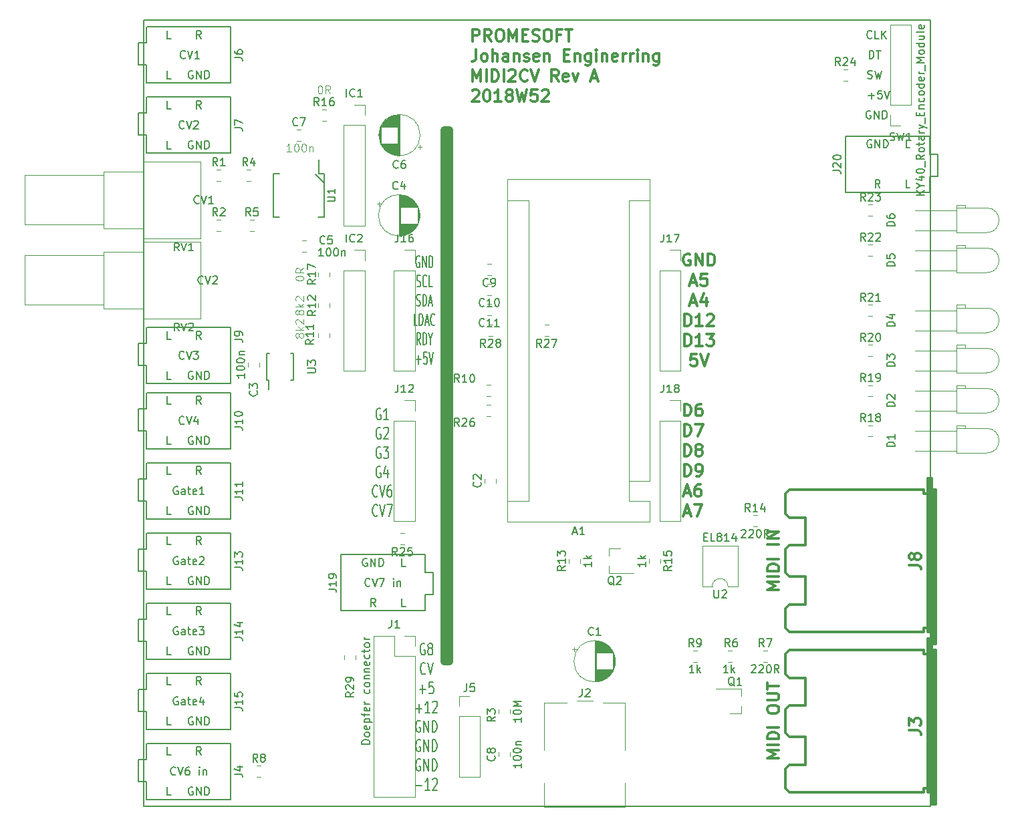
<source format=gbr>
%TF.GenerationSoftware,KiCad,Pcbnew,(5.0.0)*%
%TF.CreationDate,2018-12-31T00:25:57+01:00*%
%TF.ProjectId,Kicad-Midi2CV,4B696361642D4D6964693243562E6B69,rev?*%
%TF.SameCoordinates,Original*%
%TF.FileFunction,Legend,Top*%
%TF.FilePolarity,Positive*%
%FSLAX46Y46*%
G04 Gerber Fmt 4.6, Leading zero omitted, Abs format (unit mm)*
G04 Created by KiCad (PCBNEW (5.0.0)) date 12/31/18 00:25:57*
%MOMM*%
%LPD*%
G01*
G04 APERTURE LIST*
%ADD10C,0.200000*%
%ADD11C,0.300000*%
%ADD12C,1.000000*%
%ADD13C,0.150000*%
%ADD14C,0.120000*%
%ADD15C,0.304800*%
%ADD16C,0.100000*%
G04 APERTURE END LIST*
D10*
X60999714Y-104467000D02*
X60904476Y-104395571D01*
X60761619Y-104395571D01*
X60618761Y-104467000D01*
X60523523Y-104609857D01*
X60475904Y-104752714D01*
X60428285Y-105038428D01*
X60428285Y-105252714D01*
X60475904Y-105538428D01*
X60523523Y-105681285D01*
X60618761Y-105824142D01*
X60761619Y-105895571D01*
X60856857Y-105895571D01*
X60999714Y-105824142D01*
X61047333Y-105752714D01*
X61047333Y-105252714D01*
X60856857Y-105252714D01*
X61618761Y-105038428D02*
X61523523Y-104967000D01*
X61475904Y-104895571D01*
X61428285Y-104752714D01*
X61428285Y-104681285D01*
X61475904Y-104538428D01*
X61523523Y-104467000D01*
X61618761Y-104395571D01*
X61809238Y-104395571D01*
X61904476Y-104467000D01*
X61952095Y-104538428D01*
X61999714Y-104681285D01*
X61999714Y-104752714D01*
X61952095Y-104895571D01*
X61904476Y-104967000D01*
X61809238Y-105038428D01*
X61618761Y-105038428D01*
X61523523Y-105109857D01*
X61475904Y-105181285D01*
X61428285Y-105324142D01*
X61428285Y-105609857D01*
X61475904Y-105752714D01*
X61523523Y-105824142D01*
X61618761Y-105895571D01*
X61809238Y-105895571D01*
X61904476Y-105824142D01*
X61952095Y-105752714D01*
X61999714Y-105609857D01*
X61999714Y-105324142D01*
X61952095Y-105181285D01*
X61904476Y-105109857D01*
X61809238Y-105038428D01*
X61094952Y-108202714D02*
X61047333Y-108274142D01*
X60904476Y-108345571D01*
X60809238Y-108345571D01*
X60666380Y-108274142D01*
X60571142Y-108131285D01*
X60523523Y-107988428D01*
X60475904Y-107702714D01*
X60475904Y-107488428D01*
X60523523Y-107202714D01*
X60571142Y-107059857D01*
X60666380Y-106917000D01*
X60809238Y-106845571D01*
X60904476Y-106845571D01*
X61047333Y-106917000D01*
X61094952Y-106988428D01*
X61380666Y-106845571D02*
X61714000Y-108345571D01*
X62047333Y-106845571D01*
X60356857Y-110224142D02*
X61118761Y-110224142D01*
X60737809Y-110795571D02*
X60737809Y-109652714D01*
X62071142Y-109295571D02*
X61594952Y-109295571D01*
X61547333Y-110009857D01*
X61594952Y-109938428D01*
X61690190Y-109867000D01*
X61928285Y-109867000D01*
X62023523Y-109938428D01*
X62071142Y-110009857D01*
X62118761Y-110152714D01*
X62118761Y-110509857D01*
X62071142Y-110652714D01*
X62023523Y-110724142D01*
X61928285Y-110795571D01*
X61690190Y-110795571D01*
X61594952Y-110724142D01*
X61547333Y-110652714D01*
X59880666Y-112674142D02*
X60642571Y-112674142D01*
X60261619Y-113245571D02*
X60261619Y-112102714D01*
X61642571Y-113245571D02*
X61071142Y-113245571D01*
X61356857Y-113245571D02*
X61356857Y-111745571D01*
X61261619Y-111959857D01*
X61166380Y-112102714D01*
X61071142Y-112174142D01*
X62023523Y-111888428D02*
X62071142Y-111817000D01*
X62166380Y-111745571D01*
X62404476Y-111745571D01*
X62499714Y-111817000D01*
X62547333Y-111888428D01*
X62594952Y-112031285D01*
X62594952Y-112174142D01*
X62547333Y-112388428D01*
X61975904Y-113245571D01*
X62594952Y-113245571D01*
X60452095Y-114267000D02*
X60356857Y-114195571D01*
X60214000Y-114195571D01*
X60071142Y-114267000D01*
X59975904Y-114409857D01*
X59928285Y-114552714D01*
X59880666Y-114838428D01*
X59880666Y-115052714D01*
X59928285Y-115338428D01*
X59975904Y-115481285D01*
X60071142Y-115624142D01*
X60214000Y-115695571D01*
X60309238Y-115695571D01*
X60452095Y-115624142D01*
X60499714Y-115552714D01*
X60499714Y-115052714D01*
X60309238Y-115052714D01*
X60928285Y-115695571D02*
X60928285Y-114195571D01*
X61499714Y-115695571D01*
X61499714Y-114195571D01*
X61975904Y-115695571D02*
X61975904Y-114195571D01*
X62214000Y-114195571D01*
X62356857Y-114267000D01*
X62452095Y-114409857D01*
X62499714Y-114552714D01*
X62547333Y-114838428D01*
X62547333Y-115052714D01*
X62499714Y-115338428D01*
X62452095Y-115481285D01*
X62356857Y-115624142D01*
X62214000Y-115695571D01*
X61975904Y-115695571D01*
X60452095Y-116717000D02*
X60356857Y-116645571D01*
X60214000Y-116645571D01*
X60071142Y-116717000D01*
X59975904Y-116859857D01*
X59928285Y-117002714D01*
X59880666Y-117288428D01*
X59880666Y-117502714D01*
X59928285Y-117788428D01*
X59975904Y-117931285D01*
X60071142Y-118074142D01*
X60214000Y-118145571D01*
X60309238Y-118145571D01*
X60452095Y-118074142D01*
X60499714Y-118002714D01*
X60499714Y-117502714D01*
X60309238Y-117502714D01*
X60928285Y-118145571D02*
X60928285Y-116645571D01*
X61499714Y-118145571D01*
X61499714Y-116645571D01*
X61975904Y-118145571D02*
X61975904Y-116645571D01*
X62214000Y-116645571D01*
X62356857Y-116717000D01*
X62452095Y-116859857D01*
X62499714Y-117002714D01*
X62547333Y-117288428D01*
X62547333Y-117502714D01*
X62499714Y-117788428D01*
X62452095Y-117931285D01*
X62356857Y-118074142D01*
X62214000Y-118145571D01*
X61975904Y-118145571D01*
X60452095Y-119167000D02*
X60356857Y-119095571D01*
X60214000Y-119095571D01*
X60071142Y-119167000D01*
X59975904Y-119309857D01*
X59928285Y-119452714D01*
X59880666Y-119738428D01*
X59880666Y-119952714D01*
X59928285Y-120238428D01*
X59975904Y-120381285D01*
X60071142Y-120524142D01*
X60214000Y-120595571D01*
X60309238Y-120595571D01*
X60452095Y-120524142D01*
X60499714Y-120452714D01*
X60499714Y-119952714D01*
X60309238Y-119952714D01*
X60928285Y-120595571D02*
X60928285Y-119095571D01*
X61499714Y-120595571D01*
X61499714Y-119095571D01*
X61975904Y-120595571D02*
X61975904Y-119095571D01*
X62214000Y-119095571D01*
X62356857Y-119167000D01*
X62452095Y-119309857D01*
X62499714Y-119452714D01*
X62547333Y-119738428D01*
X62547333Y-119952714D01*
X62499714Y-120238428D01*
X62452095Y-120381285D01*
X62356857Y-120524142D01*
X62214000Y-120595571D01*
X61975904Y-120595571D01*
X59880666Y-122474142D02*
X60642571Y-122474142D01*
X61642571Y-123045571D02*
X61071142Y-123045571D01*
X61356857Y-123045571D02*
X61356857Y-121545571D01*
X61261619Y-121759857D01*
X61166380Y-121902714D01*
X61071142Y-121974142D01*
X62023523Y-121688428D02*
X62071142Y-121617000D01*
X62166380Y-121545571D01*
X62404476Y-121545571D01*
X62499714Y-121617000D01*
X62547333Y-121688428D01*
X62594952Y-121831285D01*
X62594952Y-121974142D01*
X62547333Y-122188428D01*
X61975904Y-123045571D01*
X62594952Y-123045571D01*
X55411714Y-74659000D02*
X55316476Y-74587571D01*
X55173619Y-74587571D01*
X55030761Y-74659000D01*
X54935523Y-74801857D01*
X54887904Y-74944714D01*
X54840285Y-75230428D01*
X54840285Y-75444714D01*
X54887904Y-75730428D01*
X54935523Y-75873285D01*
X55030761Y-76016142D01*
X55173619Y-76087571D01*
X55268857Y-76087571D01*
X55411714Y-76016142D01*
X55459333Y-75944714D01*
X55459333Y-75444714D01*
X55268857Y-75444714D01*
X56411714Y-76087571D02*
X55840285Y-76087571D01*
X56126000Y-76087571D02*
X56126000Y-74587571D01*
X56030761Y-74801857D01*
X55935523Y-74944714D01*
X55840285Y-75016142D01*
X55411714Y-77109000D02*
X55316476Y-77037571D01*
X55173619Y-77037571D01*
X55030761Y-77109000D01*
X54935523Y-77251857D01*
X54887904Y-77394714D01*
X54840285Y-77680428D01*
X54840285Y-77894714D01*
X54887904Y-78180428D01*
X54935523Y-78323285D01*
X55030761Y-78466142D01*
X55173619Y-78537571D01*
X55268857Y-78537571D01*
X55411714Y-78466142D01*
X55459333Y-78394714D01*
X55459333Y-77894714D01*
X55268857Y-77894714D01*
X55840285Y-77180428D02*
X55887904Y-77109000D01*
X55983142Y-77037571D01*
X56221238Y-77037571D01*
X56316476Y-77109000D01*
X56364095Y-77180428D01*
X56411714Y-77323285D01*
X56411714Y-77466142D01*
X56364095Y-77680428D01*
X55792666Y-78537571D01*
X56411714Y-78537571D01*
X55411714Y-79559000D02*
X55316476Y-79487571D01*
X55173619Y-79487571D01*
X55030761Y-79559000D01*
X54935523Y-79701857D01*
X54887904Y-79844714D01*
X54840285Y-80130428D01*
X54840285Y-80344714D01*
X54887904Y-80630428D01*
X54935523Y-80773285D01*
X55030761Y-80916142D01*
X55173619Y-80987571D01*
X55268857Y-80987571D01*
X55411714Y-80916142D01*
X55459333Y-80844714D01*
X55459333Y-80344714D01*
X55268857Y-80344714D01*
X55792666Y-79487571D02*
X56411714Y-79487571D01*
X56078380Y-80059000D01*
X56221238Y-80059000D01*
X56316476Y-80130428D01*
X56364095Y-80201857D01*
X56411714Y-80344714D01*
X56411714Y-80701857D01*
X56364095Y-80844714D01*
X56316476Y-80916142D01*
X56221238Y-80987571D01*
X55935523Y-80987571D01*
X55840285Y-80916142D01*
X55792666Y-80844714D01*
X55411714Y-82009000D02*
X55316476Y-81937571D01*
X55173619Y-81937571D01*
X55030761Y-82009000D01*
X54935523Y-82151857D01*
X54887904Y-82294714D01*
X54840285Y-82580428D01*
X54840285Y-82794714D01*
X54887904Y-83080428D01*
X54935523Y-83223285D01*
X55030761Y-83366142D01*
X55173619Y-83437571D01*
X55268857Y-83437571D01*
X55411714Y-83366142D01*
X55459333Y-83294714D01*
X55459333Y-82794714D01*
X55268857Y-82794714D01*
X56316476Y-82437571D02*
X56316476Y-83437571D01*
X56078380Y-81866142D02*
X55840285Y-82937571D01*
X56459333Y-82937571D01*
X55030761Y-85744714D02*
X54983142Y-85816142D01*
X54840285Y-85887571D01*
X54745047Y-85887571D01*
X54602190Y-85816142D01*
X54506952Y-85673285D01*
X54459333Y-85530428D01*
X54411714Y-85244714D01*
X54411714Y-85030428D01*
X54459333Y-84744714D01*
X54506952Y-84601857D01*
X54602190Y-84459000D01*
X54745047Y-84387571D01*
X54840285Y-84387571D01*
X54983142Y-84459000D01*
X55030761Y-84530428D01*
X55316476Y-84387571D02*
X55649809Y-85887571D01*
X55983142Y-84387571D01*
X56745047Y-84387571D02*
X56554571Y-84387571D01*
X56459333Y-84459000D01*
X56411714Y-84530428D01*
X56316476Y-84744714D01*
X56268857Y-85030428D01*
X56268857Y-85601857D01*
X56316476Y-85744714D01*
X56364095Y-85816142D01*
X56459333Y-85887571D01*
X56649809Y-85887571D01*
X56745047Y-85816142D01*
X56792666Y-85744714D01*
X56840285Y-85601857D01*
X56840285Y-85244714D01*
X56792666Y-85101857D01*
X56745047Y-85030428D01*
X56649809Y-84959000D01*
X56459333Y-84959000D01*
X56364095Y-85030428D01*
X56316476Y-85101857D01*
X56268857Y-85244714D01*
X55030761Y-88194714D02*
X54983142Y-88266142D01*
X54840285Y-88337571D01*
X54745047Y-88337571D01*
X54602190Y-88266142D01*
X54506952Y-88123285D01*
X54459333Y-87980428D01*
X54411714Y-87694714D01*
X54411714Y-87480428D01*
X54459333Y-87194714D01*
X54506952Y-87051857D01*
X54602190Y-86909000D01*
X54745047Y-86837571D01*
X54840285Y-86837571D01*
X54983142Y-86909000D01*
X55030761Y-86980428D01*
X55316476Y-86837571D02*
X55649809Y-88337571D01*
X55983142Y-86837571D01*
X56221238Y-86837571D02*
X56887904Y-86837571D01*
X56459333Y-88337571D01*
D11*
X94615142Y-55105000D02*
X94472285Y-55033571D01*
X94258000Y-55033571D01*
X94043714Y-55105000D01*
X93900857Y-55247857D01*
X93829428Y-55390714D01*
X93758000Y-55676428D01*
X93758000Y-55890714D01*
X93829428Y-56176428D01*
X93900857Y-56319285D01*
X94043714Y-56462142D01*
X94258000Y-56533571D01*
X94400857Y-56533571D01*
X94615142Y-56462142D01*
X94686571Y-56390714D01*
X94686571Y-55890714D01*
X94400857Y-55890714D01*
X95329428Y-56533571D02*
X95329428Y-55033571D01*
X96186571Y-56533571D01*
X96186571Y-55033571D01*
X96900857Y-56533571D02*
X96900857Y-55033571D01*
X97258000Y-55033571D01*
X97472285Y-55105000D01*
X97615142Y-55247857D01*
X97686571Y-55390714D01*
X97758000Y-55676428D01*
X97758000Y-55890714D01*
X97686571Y-56176428D01*
X97615142Y-56319285D01*
X97472285Y-56462142D01*
X97258000Y-56533571D01*
X96900857Y-56533571D01*
X94686571Y-58655000D02*
X95400857Y-58655000D01*
X94543714Y-59083571D02*
X95043714Y-57583571D01*
X95543714Y-59083571D01*
X96758000Y-57583571D02*
X96043714Y-57583571D01*
X95972285Y-58297857D01*
X96043714Y-58226428D01*
X96186571Y-58155000D01*
X96543714Y-58155000D01*
X96686571Y-58226428D01*
X96758000Y-58297857D01*
X96829428Y-58440714D01*
X96829428Y-58797857D01*
X96758000Y-58940714D01*
X96686571Y-59012142D01*
X96543714Y-59083571D01*
X96186571Y-59083571D01*
X96043714Y-59012142D01*
X95972285Y-58940714D01*
X94686571Y-61205000D02*
X95400857Y-61205000D01*
X94543714Y-61633571D02*
X95043714Y-60133571D01*
X95543714Y-61633571D01*
X96686571Y-60633571D02*
X96686571Y-61633571D01*
X96329428Y-60062142D02*
X95972285Y-61133571D01*
X96900857Y-61133571D01*
X93936571Y-64183571D02*
X93936571Y-62683571D01*
X94293714Y-62683571D01*
X94508000Y-62755000D01*
X94650857Y-62897857D01*
X94722285Y-63040714D01*
X94793714Y-63326428D01*
X94793714Y-63540714D01*
X94722285Y-63826428D01*
X94650857Y-63969285D01*
X94508000Y-64112142D01*
X94293714Y-64183571D01*
X93936571Y-64183571D01*
X96222285Y-64183571D02*
X95365142Y-64183571D01*
X95793714Y-64183571D02*
X95793714Y-62683571D01*
X95650857Y-62897857D01*
X95508000Y-63040714D01*
X95365142Y-63112142D01*
X96793714Y-62826428D02*
X96865142Y-62755000D01*
X97008000Y-62683571D01*
X97365142Y-62683571D01*
X97508000Y-62755000D01*
X97579428Y-62826428D01*
X97650857Y-62969285D01*
X97650857Y-63112142D01*
X97579428Y-63326428D01*
X96722285Y-64183571D01*
X97650857Y-64183571D01*
X93936571Y-66733571D02*
X93936571Y-65233571D01*
X94293714Y-65233571D01*
X94508000Y-65305000D01*
X94650857Y-65447857D01*
X94722285Y-65590714D01*
X94793714Y-65876428D01*
X94793714Y-66090714D01*
X94722285Y-66376428D01*
X94650857Y-66519285D01*
X94508000Y-66662142D01*
X94293714Y-66733571D01*
X93936571Y-66733571D01*
X96222285Y-66733571D02*
X95365142Y-66733571D01*
X95793714Y-66733571D02*
X95793714Y-65233571D01*
X95650857Y-65447857D01*
X95508000Y-65590714D01*
X95365142Y-65662142D01*
X96722285Y-65233571D02*
X97650857Y-65233571D01*
X97150857Y-65805000D01*
X97365142Y-65805000D01*
X97508000Y-65876428D01*
X97579428Y-65947857D01*
X97650857Y-66090714D01*
X97650857Y-66447857D01*
X97579428Y-66590714D01*
X97508000Y-66662142D01*
X97365142Y-66733571D01*
X96936571Y-66733571D01*
X96793714Y-66662142D01*
X96722285Y-66590714D01*
X95472285Y-67783571D02*
X94758000Y-67783571D01*
X94686571Y-68497857D01*
X94758000Y-68426428D01*
X94900857Y-68355000D01*
X95258000Y-68355000D01*
X95400857Y-68426428D01*
X95472285Y-68497857D01*
X95543714Y-68640714D01*
X95543714Y-68997857D01*
X95472285Y-69140714D01*
X95400857Y-69212142D01*
X95258000Y-69283571D01*
X94900857Y-69283571D01*
X94758000Y-69212142D01*
X94686571Y-69140714D01*
X95972285Y-67783571D02*
X96472285Y-69283571D01*
X96972285Y-67783571D01*
X93888857Y-75583571D02*
X93888857Y-74083571D01*
X94246000Y-74083571D01*
X94460285Y-74155000D01*
X94603142Y-74297857D01*
X94674571Y-74440714D01*
X94746000Y-74726428D01*
X94746000Y-74940714D01*
X94674571Y-75226428D01*
X94603142Y-75369285D01*
X94460285Y-75512142D01*
X94246000Y-75583571D01*
X93888857Y-75583571D01*
X96031714Y-74083571D02*
X95746000Y-74083571D01*
X95603142Y-74155000D01*
X95531714Y-74226428D01*
X95388857Y-74440714D01*
X95317428Y-74726428D01*
X95317428Y-75297857D01*
X95388857Y-75440714D01*
X95460285Y-75512142D01*
X95603142Y-75583571D01*
X95888857Y-75583571D01*
X96031714Y-75512142D01*
X96103142Y-75440714D01*
X96174571Y-75297857D01*
X96174571Y-74940714D01*
X96103142Y-74797857D01*
X96031714Y-74726428D01*
X95888857Y-74655000D01*
X95603142Y-74655000D01*
X95460285Y-74726428D01*
X95388857Y-74797857D01*
X95317428Y-74940714D01*
X93888857Y-78133571D02*
X93888857Y-76633571D01*
X94246000Y-76633571D01*
X94460285Y-76705000D01*
X94603142Y-76847857D01*
X94674571Y-76990714D01*
X94746000Y-77276428D01*
X94746000Y-77490714D01*
X94674571Y-77776428D01*
X94603142Y-77919285D01*
X94460285Y-78062142D01*
X94246000Y-78133571D01*
X93888857Y-78133571D01*
X95246000Y-76633571D02*
X96246000Y-76633571D01*
X95603142Y-78133571D01*
X93888857Y-80683571D02*
X93888857Y-79183571D01*
X94246000Y-79183571D01*
X94460285Y-79255000D01*
X94603142Y-79397857D01*
X94674571Y-79540714D01*
X94746000Y-79826428D01*
X94746000Y-80040714D01*
X94674571Y-80326428D01*
X94603142Y-80469285D01*
X94460285Y-80612142D01*
X94246000Y-80683571D01*
X93888857Y-80683571D01*
X95603142Y-79826428D02*
X95460285Y-79755000D01*
X95388857Y-79683571D01*
X95317428Y-79540714D01*
X95317428Y-79469285D01*
X95388857Y-79326428D01*
X95460285Y-79255000D01*
X95603142Y-79183571D01*
X95888857Y-79183571D01*
X96031714Y-79255000D01*
X96103142Y-79326428D01*
X96174571Y-79469285D01*
X96174571Y-79540714D01*
X96103142Y-79683571D01*
X96031714Y-79755000D01*
X95888857Y-79826428D01*
X95603142Y-79826428D01*
X95460285Y-79897857D01*
X95388857Y-79969285D01*
X95317428Y-80112142D01*
X95317428Y-80397857D01*
X95388857Y-80540714D01*
X95460285Y-80612142D01*
X95603142Y-80683571D01*
X95888857Y-80683571D01*
X96031714Y-80612142D01*
X96103142Y-80540714D01*
X96174571Y-80397857D01*
X96174571Y-80112142D01*
X96103142Y-79969285D01*
X96031714Y-79897857D01*
X95888857Y-79826428D01*
X93888857Y-83233571D02*
X93888857Y-81733571D01*
X94246000Y-81733571D01*
X94460285Y-81805000D01*
X94603142Y-81947857D01*
X94674571Y-82090714D01*
X94746000Y-82376428D01*
X94746000Y-82590714D01*
X94674571Y-82876428D01*
X94603142Y-83019285D01*
X94460285Y-83162142D01*
X94246000Y-83233571D01*
X93888857Y-83233571D01*
X95460285Y-83233571D02*
X95746000Y-83233571D01*
X95888857Y-83162142D01*
X95960285Y-83090714D01*
X96103142Y-82876428D01*
X96174571Y-82590714D01*
X96174571Y-82019285D01*
X96103142Y-81876428D01*
X96031714Y-81805000D01*
X95888857Y-81733571D01*
X95603142Y-81733571D01*
X95460285Y-81805000D01*
X95388857Y-81876428D01*
X95317428Y-82019285D01*
X95317428Y-82376428D01*
X95388857Y-82519285D01*
X95460285Y-82590714D01*
X95603142Y-82662142D01*
X95888857Y-82662142D01*
X96031714Y-82590714D01*
X96103142Y-82519285D01*
X96174571Y-82376428D01*
X93924571Y-85355000D02*
X94638857Y-85355000D01*
X93781714Y-85783571D02*
X94281714Y-84283571D01*
X94781714Y-85783571D01*
X95924571Y-84283571D02*
X95638857Y-84283571D01*
X95496000Y-84355000D01*
X95424571Y-84426428D01*
X95281714Y-84640714D01*
X95210285Y-84926428D01*
X95210285Y-85497857D01*
X95281714Y-85640714D01*
X95353142Y-85712142D01*
X95496000Y-85783571D01*
X95781714Y-85783571D01*
X95924571Y-85712142D01*
X95996000Y-85640714D01*
X96067428Y-85497857D01*
X96067428Y-85140714D01*
X95996000Y-84997857D01*
X95924571Y-84926428D01*
X95781714Y-84855000D01*
X95496000Y-84855000D01*
X95353142Y-84926428D01*
X95281714Y-84997857D01*
X95210285Y-85140714D01*
X93924571Y-87905000D02*
X94638857Y-87905000D01*
X93781714Y-88333571D02*
X94281714Y-86833571D01*
X94781714Y-88333571D01*
X95138857Y-86833571D02*
X96138857Y-86833571D01*
X95496000Y-88333571D01*
D10*
X60350476Y-55355000D02*
X60274285Y-55283571D01*
X60160000Y-55283571D01*
X60045714Y-55355000D01*
X59969523Y-55497857D01*
X59931428Y-55640714D01*
X59893333Y-55926428D01*
X59893333Y-56140714D01*
X59931428Y-56426428D01*
X59969523Y-56569285D01*
X60045714Y-56712142D01*
X60160000Y-56783571D01*
X60236190Y-56783571D01*
X60350476Y-56712142D01*
X60388571Y-56640714D01*
X60388571Y-56140714D01*
X60236190Y-56140714D01*
X60731428Y-56783571D02*
X60731428Y-55283571D01*
X61188571Y-56783571D01*
X61188571Y-55283571D01*
X61569523Y-56783571D02*
X61569523Y-55283571D01*
X61760000Y-55283571D01*
X61874285Y-55355000D01*
X61950476Y-55497857D01*
X61988571Y-55640714D01*
X62026666Y-55926428D01*
X62026666Y-56140714D01*
X61988571Y-56426428D01*
X61950476Y-56569285D01*
X61874285Y-56712142D01*
X61760000Y-56783571D01*
X61569523Y-56783571D01*
X60007619Y-59162142D02*
X60121904Y-59233571D01*
X60312380Y-59233571D01*
X60388571Y-59162142D01*
X60426666Y-59090714D01*
X60464761Y-58947857D01*
X60464761Y-58805000D01*
X60426666Y-58662142D01*
X60388571Y-58590714D01*
X60312380Y-58519285D01*
X60160000Y-58447857D01*
X60083809Y-58376428D01*
X60045714Y-58305000D01*
X60007619Y-58162142D01*
X60007619Y-58019285D01*
X60045714Y-57876428D01*
X60083809Y-57805000D01*
X60160000Y-57733571D01*
X60350476Y-57733571D01*
X60464761Y-57805000D01*
X61264761Y-59090714D02*
X61226666Y-59162142D01*
X61112380Y-59233571D01*
X61036190Y-59233571D01*
X60921904Y-59162142D01*
X60845714Y-59019285D01*
X60807619Y-58876428D01*
X60769523Y-58590714D01*
X60769523Y-58376428D01*
X60807619Y-58090714D01*
X60845714Y-57947857D01*
X60921904Y-57805000D01*
X61036190Y-57733571D01*
X61112380Y-57733571D01*
X61226666Y-57805000D01*
X61264761Y-57876428D01*
X61988571Y-59233571D02*
X61607619Y-59233571D01*
X61607619Y-57733571D01*
X59988571Y-61612142D02*
X60102857Y-61683571D01*
X60293333Y-61683571D01*
X60369523Y-61612142D01*
X60407619Y-61540714D01*
X60445714Y-61397857D01*
X60445714Y-61255000D01*
X60407619Y-61112142D01*
X60369523Y-61040714D01*
X60293333Y-60969285D01*
X60140952Y-60897857D01*
X60064761Y-60826428D01*
X60026666Y-60755000D01*
X59988571Y-60612142D01*
X59988571Y-60469285D01*
X60026666Y-60326428D01*
X60064761Y-60255000D01*
X60140952Y-60183571D01*
X60331428Y-60183571D01*
X60445714Y-60255000D01*
X60788571Y-61683571D02*
X60788571Y-60183571D01*
X60979047Y-60183571D01*
X61093333Y-60255000D01*
X61169523Y-60397857D01*
X61207619Y-60540714D01*
X61245714Y-60826428D01*
X61245714Y-61040714D01*
X61207619Y-61326428D01*
X61169523Y-61469285D01*
X61093333Y-61612142D01*
X60979047Y-61683571D01*
X60788571Y-61683571D01*
X61550476Y-61255000D02*
X61931428Y-61255000D01*
X61474285Y-61683571D02*
X61740952Y-60183571D01*
X62007619Y-61683571D01*
X60064761Y-64133571D02*
X59683809Y-64133571D01*
X59683809Y-62633571D01*
X60331428Y-64133571D02*
X60331428Y-62633571D01*
X60521904Y-62633571D01*
X60636190Y-62705000D01*
X60712380Y-62847857D01*
X60750476Y-62990714D01*
X60788571Y-63276428D01*
X60788571Y-63490714D01*
X60750476Y-63776428D01*
X60712380Y-63919285D01*
X60636190Y-64062142D01*
X60521904Y-64133571D01*
X60331428Y-64133571D01*
X61093333Y-63705000D02*
X61474285Y-63705000D01*
X61017142Y-64133571D02*
X61283809Y-62633571D01*
X61550476Y-64133571D01*
X62274285Y-63990714D02*
X62236190Y-64062142D01*
X62121904Y-64133571D01*
X62045714Y-64133571D01*
X61931428Y-64062142D01*
X61855238Y-63919285D01*
X61817142Y-63776428D01*
X61779047Y-63490714D01*
X61779047Y-63276428D01*
X61817142Y-62990714D01*
X61855238Y-62847857D01*
X61931428Y-62705000D01*
X62045714Y-62633571D01*
X62121904Y-62633571D01*
X62236190Y-62705000D01*
X62274285Y-62776428D01*
X60464761Y-66583571D02*
X60198095Y-65869285D01*
X60007619Y-66583571D02*
X60007619Y-65083571D01*
X60312380Y-65083571D01*
X60388571Y-65155000D01*
X60426666Y-65226428D01*
X60464761Y-65369285D01*
X60464761Y-65583571D01*
X60426666Y-65726428D01*
X60388571Y-65797857D01*
X60312380Y-65869285D01*
X60007619Y-65869285D01*
X60807619Y-66583571D02*
X60807619Y-65083571D01*
X60998095Y-65083571D01*
X61112380Y-65155000D01*
X61188571Y-65297857D01*
X61226666Y-65440714D01*
X61264761Y-65726428D01*
X61264761Y-65940714D01*
X61226666Y-66226428D01*
X61188571Y-66369285D01*
X61112380Y-66512142D01*
X60998095Y-66583571D01*
X60807619Y-66583571D01*
X61760000Y-65869285D02*
X61760000Y-66583571D01*
X61493333Y-65083571D02*
X61760000Y-65869285D01*
X62026666Y-65083571D01*
X59931428Y-68462142D02*
X60540952Y-68462142D01*
X60236190Y-69033571D02*
X60236190Y-67890714D01*
X61302857Y-67533571D02*
X60921904Y-67533571D01*
X60883809Y-68247857D01*
X60921904Y-68176428D01*
X60998095Y-68105000D01*
X61188571Y-68105000D01*
X61264761Y-68176428D01*
X61302857Y-68247857D01*
X61340952Y-68390714D01*
X61340952Y-68747857D01*
X61302857Y-68890714D01*
X61264761Y-68962142D01*
X61188571Y-69033571D01*
X60998095Y-69033571D01*
X60921904Y-68962142D01*
X60883809Y-68890714D01*
X61569523Y-67533571D02*
X61836190Y-69033571D01*
X62102857Y-67533571D01*
D11*
X67100142Y-28095571D02*
X67100142Y-26595571D01*
X67671571Y-26595571D01*
X67814428Y-26667000D01*
X67885857Y-26738428D01*
X67957285Y-26881285D01*
X67957285Y-27095571D01*
X67885857Y-27238428D01*
X67814428Y-27309857D01*
X67671571Y-27381285D01*
X67100142Y-27381285D01*
X69457285Y-28095571D02*
X68957285Y-27381285D01*
X68600142Y-28095571D02*
X68600142Y-26595571D01*
X69171571Y-26595571D01*
X69314428Y-26667000D01*
X69385857Y-26738428D01*
X69457285Y-26881285D01*
X69457285Y-27095571D01*
X69385857Y-27238428D01*
X69314428Y-27309857D01*
X69171571Y-27381285D01*
X68600142Y-27381285D01*
X70385857Y-26595571D02*
X70671571Y-26595571D01*
X70814428Y-26667000D01*
X70957285Y-26809857D01*
X71028714Y-27095571D01*
X71028714Y-27595571D01*
X70957285Y-27881285D01*
X70814428Y-28024142D01*
X70671571Y-28095571D01*
X70385857Y-28095571D01*
X70243000Y-28024142D01*
X70100142Y-27881285D01*
X70028714Y-27595571D01*
X70028714Y-27095571D01*
X70100142Y-26809857D01*
X70243000Y-26667000D01*
X70385857Y-26595571D01*
X71671571Y-28095571D02*
X71671571Y-26595571D01*
X72171571Y-27667000D01*
X72671571Y-26595571D01*
X72671571Y-28095571D01*
X73385857Y-27309857D02*
X73885857Y-27309857D01*
X74100142Y-28095571D02*
X73385857Y-28095571D01*
X73385857Y-26595571D01*
X74100142Y-26595571D01*
X74671571Y-28024142D02*
X74885857Y-28095571D01*
X75243000Y-28095571D01*
X75385857Y-28024142D01*
X75457285Y-27952714D01*
X75528714Y-27809857D01*
X75528714Y-27667000D01*
X75457285Y-27524142D01*
X75385857Y-27452714D01*
X75243000Y-27381285D01*
X74957285Y-27309857D01*
X74814428Y-27238428D01*
X74743000Y-27167000D01*
X74671571Y-27024142D01*
X74671571Y-26881285D01*
X74743000Y-26738428D01*
X74814428Y-26667000D01*
X74957285Y-26595571D01*
X75314428Y-26595571D01*
X75528714Y-26667000D01*
X76457285Y-26595571D02*
X76743000Y-26595571D01*
X76885857Y-26667000D01*
X77028714Y-26809857D01*
X77100142Y-27095571D01*
X77100142Y-27595571D01*
X77028714Y-27881285D01*
X76885857Y-28024142D01*
X76743000Y-28095571D01*
X76457285Y-28095571D01*
X76314428Y-28024142D01*
X76171571Y-27881285D01*
X76100142Y-27595571D01*
X76100142Y-27095571D01*
X76171571Y-26809857D01*
X76314428Y-26667000D01*
X76457285Y-26595571D01*
X78243000Y-27309857D02*
X77743000Y-27309857D01*
X77743000Y-28095571D02*
X77743000Y-26595571D01*
X78457285Y-26595571D01*
X78814428Y-26595571D02*
X79671571Y-26595571D01*
X79243000Y-28095571D02*
X79243000Y-26595571D01*
X67528714Y-29145571D02*
X67528714Y-30217000D01*
X67457285Y-30431285D01*
X67314428Y-30574142D01*
X67100142Y-30645571D01*
X66957285Y-30645571D01*
X68457285Y-30645571D02*
X68314428Y-30574142D01*
X68243000Y-30502714D01*
X68171571Y-30359857D01*
X68171571Y-29931285D01*
X68243000Y-29788428D01*
X68314428Y-29717000D01*
X68457285Y-29645571D01*
X68671571Y-29645571D01*
X68814428Y-29717000D01*
X68885857Y-29788428D01*
X68957285Y-29931285D01*
X68957285Y-30359857D01*
X68885857Y-30502714D01*
X68814428Y-30574142D01*
X68671571Y-30645571D01*
X68457285Y-30645571D01*
X69600142Y-30645571D02*
X69600142Y-29145571D01*
X70243000Y-30645571D02*
X70243000Y-29859857D01*
X70171571Y-29717000D01*
X70028714Y-29645571D01*
X69814428Y-29645571D01*
X69671571Y-29717000D01*
X69600142Y-29788428D01*
X71600142Y-30645571D02*
X71600142Y-29859857D01*
X71528714Y-29717000D01*
X71385857Y-29645571D01*
X71100142Y-29645571D01*
X70957285Y-29717000D01*
X71600142Y-30574142D02*
X71457285Y-30645571D01*
X71100142Y-30645571D01*
X70957285Y-30574142D01*
X70885857Y-30431285D01*
X70885857Y-30288428D01*
X70957285Y-30145571D01*
X71100142Y-30074142D01*
X71457285Y-30074142D01*
X71600142Y-30002714D01*
X72314428Y-29645571D02*
X72314428Y-30645571D01*
X72314428Y-29788428D02*
X72385857Y-29717000D01*
X72528714Y-29645571D01*
X72743000Y-29645571D01*
X72885857Y-29717000D01*
X72957285Y-29859857D01*
X72957285Y-30645571D01*
X73600142Y-30574142D02*
X73743000Y-30645571D01*
X74028714Y-30645571D01*
X74171571Y-30574142D01*
X74243000Y-30431285D01*
X74243000Y-30359857D01*
X74171571Y-30217000D01*
X74028714Y-30145571D01*
X73814428Y-30145571D01*
X73671571Y-30074142D01*
X73600142Y-29931285D01*
X73600142Y-29859857D01*
X73671571Y-29717000D01*
X73814428Y-29645571D01*
X74028714Y-29645571D01*
X74171571Y-29717000D01*
X75457285Y-30574142D02*
X75314428Y-30645571D01*
X75028714Y-30645571D01*
X74885857Y-30574142D01*
X74814428Y-30431285D01*
X74814428Y-29859857D01*
X74885857Y-29717000D01*
X75028714Y-29645571D01*
X75314428Y-29645571D01*
X75457285Y-29717000D01*
X75528714Y-29859857D01*
X75528714Y-30002714D01*
X74814428Y-30145571D01*
X76171571Y-29645571D02*
X76171571Y-30645571D01*
X76171571Y-29788428D02*
X76243000Y-29717000D01*
X76385857Y-29645571D01*
X76600142Y-29645571D01*
X76743000Y-29717000D01*
X76814428Y-29859857D01*
X76814428Y-30645571D01*
X78671571Y-29859857D02*
X79171571Y-29859857D01*
X79385857Y-30645571D02*
X78671571Y-30645571D01*
X78671571Y-29145571D01*
X79385857Y-29145571D01*
X80028714Y-29645571D02*
X80028714Y-30645571D01*
X80028714Y-29788428D02*
X80100142Y-29717000D01*
X80243000Y-29645571D01*
X80457285Y-29645571D01*
X80600142Y-29717000D01*
X80671571Y-29859857D01*
X80671571Y-30645571D01*
X82028714Y-29645571D02*
X82028714Y-30859857D01*
X81957285Y-31002714D01*
X81885857Y-31074142D01*
X81743000Y-31145571D01*
X81528714Y-31145571D01*
X81385857Y-31074142D01*
X82028714Y-30574142D02*
X81885857Y-30645571D01*
X81600142Y-30645571D01*
X81457285Y-30574142D01*
X81385857Y-30502714D01*
X81314428Y-30359857D01*
X81314428Y-29931285D01*
X81385857Y-29788428D01*
X81457285Y-29717000D01*
X81600142Y-29645571D01*
X81885857Y-29645571D01*
X82028714Y-29717000D01*
X82743000Y-30645571D02*
X82743000Y-29645571D01*
X82743000Y-29145571D02*
X82671571Y-29217000D01*
X82743000Y-29288428D01*
X82814428Y-29217000D01*
X82743000Y-29145571D01*
X82743000Y-29288428D01*
X83457285Y-29645571D02*
X83457285Y-30645571D01*
X83457285Y-29788428D02*
X83528714Y-29717000D01*
X83671571Y-29645571D01*
X83885857Y-29645571D01*
X84028714Y-29717000D01*
X84100142Y-29859857D01*
X84100142Y-30645571D01*
X85385857Y-30574142D02*
X85243000Y-30645571D01*
X84957285Y-30645571D01*
X84814428Y-30574142D01*
X84743000Y-30431285D01*
X84743000Y-29859857D01*
X84814428Y-29717000D01*
X84957285Y-29645571D01*
X85243000Y-29645571D01*
X85385857Y-29717000D01*
X85457285Y-29859857D01*
X85457285Y-30002714D01*
X84743000Y-30145571D01*
X86100142Y-30645571D02*
X86100142Y-29645571D01*
X86100142Y-29931285D02*
X86171571Y-29788428D01*
X86243000Y-29717000D01*
X86385857Y-29645571D01*
X86528714Y-29645571D01*
X87028714Y-30645571D02*
X87028714Y-29645571D01*
X87028714Y-29931285D02*
X87100142Y-29788428D01*
X87171571Y-29717000D01*
X87314428Y-29645571D01*
X87457285Y-29645571D01*
X87957285Y-30645571D02*
X87957285Y-29645571D01*
X87957285Y-29145571D02*
X87885857Y-29217000D01*
X87957285Y-29288428D01*
X88028714Y-29217000D01*
X87957285Y-29145571D01*
X87957285Y-29288428D01*
X88671571Y-29645571D02*
X88671571Y-30645571D01*
X88671571Y-29788428D02*
X88743000Y-29717000D01*
X88885857Y-29645571D01*
X89100142Y-29645571D01*
X89243000Y-29717000D01*
X89314428Y-29859857D01*
X89314428Y-30645571D01*
X90671571Y-29645571D02*
X90671571Y-30859857D01*
X90600142Y-31002714D01*
X90528714Y-31074142D01*
X90385857Y-31145571D01*
X90171571Y-31145571D01*
X90028714Y-31074142D01*
X90671571Y-30574142D02*
X90528714Y-30645571D01*
X90243000Y-30645571D01*
X90100142Y-30574142D01*
X90028714Y-30502714D01*
X89957285Y-30359857D01*
X89957285Y-29931285D01*
X90028714Y-29788428D01*
X90100142Y-29717000D01*
X90243000Y-29645571D01*
X90528714Y-29645571D01*
X90671571Y-29717000D01*
X67100142Y-33195571D02*
X67100142Y-31695571D01*
X67600142Y-32767000D01*
X68100142Y-31695571D01*
X68100142Y-33195571D01*
X68814428Y-33195571D02*
X68814428Y-31695571D01*
X69528714Y-33195571D02*
X69528714Y-31695571D01*
X69885857Y-31695571D01*
X70100142Y-31767000D01*
X70243000Y-31909857D01*
X70314428Y-32052714D01*
X70385857Y-32338428D01*
X70385857Y-32552714D01*
X70314428Y-32838428D01*
X70243000Y-32981285D01*
X70100142Y-33124142D01*
X69885857Y-33195571D01*
X69528714Y-33195571D01*
X71028714Y-33195571D02*
X71028714Y-31695571D01*
X71671571Y-31838428D02*
X71743000Y-31767000D01*
X71885857Y-31695571D01*
X72243000Y-31695571D01*
X72385857Y-31767000D01*
X72457285Y-31838428D01*
X72528714Y-31981285D01*
X72528714Y-32124142D01*
X72457285Y-32338428D01*
X71600142Y-33195571D01*
X72528714Y-33195571D01*
X74028714Y-33052714D02*
X73957285Y-33124142D01*
X73743000Y-33195571D01*
X73600142Y-33195571D01*
X73385857Y-33124142D01*
X73243000Y-32981285D01*
X73171571Y-32838428D01*
X73100142Y-32552714D01*
X73100142Y-32338428D01*
X73171571Y-32052714D01*
X73243000Y-31909857D01*
X73385857Y-31767000D01*
X73600142Y-31695571D01*
X73743000Y-31695571D01*
X73957285Y-31767000D01*
X74028714Y-31838428D01*
X74457285Y-31695571D02*
X74957285Y-33195571D01*
X75457285Y-31695571D01*
X77957285Y-33195571D02*
X77457285Y-32481285D01*
X77100142Y-33195571D02*
X77100142Y-31695571D01*
X77671571Y-31695571D01*
X77814428Y-31767000D01*
X77885857Y-31838428D01*
X77957285Y-31981285D01*
X77957285Y-32195571D01*
X77885857Y-32338428D01*
X77814428Y-32409857D01*
X77671571Y-32481285D01*
X77100142Y-32481285D01*
X79171571Y-33124142D02*
X79028714Y-33195571D01*
X78743000Y-33195571D01*
X78600142Y-33124142D01*
X78528714Y-32981285D01*
X78528714Y-32409857D01*
X78600142Y-32267000D01*
X78743000Y-32195571D01*
X79028714Y-32195571D01*
X79171571Y-32267000D01*
X79243000Y-32409857D01*
X79243000Y-32552714D01*
X78528714Y-32695571D01*
X79743000Y-32195571D02*
X80100142Y-33195571D01*
X80457285Y-32195571D01*
X82100142Y-32767000D02*
X82814428Y-32767000D01*
X81957285Y-33195571D02*
X82457285Y-31695571D01*
X82957285Y-33195571D01*
X67028714Y-34388428D02*
X67100142Y-34317000D01*
X67243000Y-34245571D01*
X67600142Y-34245571D01*
X67743000Y-34317000D01*
X67814428Y-34388428D01*
X67885857Y-34531285D01*
X67885857Y-34674142D01*
X67814428Y-34888428D01*
X66957285Y-35745571D01*
X67885857Y-35745571D01*
X68814428Y-34245571D02*
X68957285Y-34245571D01*
X69100142Y-34317000D01*
X69171571Y-34388428D01*
X69243000Y-34531285D01*
X69314428Y-34817000D01*
X69314428Y-35174142D01*
X69243000Y-35459857D01*
X69171571Y-35602714D01*
X69100142Y-35674142D01*
X68957285Y-35745571D01*
X68814428Y-35745571D01*
X68671571Y-35674142D01*
X68600142Y-35602714D01*
X68528714Y-35459857D01*
X68457285Y-35174142D01*
X68457285Y-34817000D01*
X68528714Y-34531285D01*
X68600142Y-34388428D01*
X68671571Y-34317000D01*
X68814428Y-34245571D01*
X70743000Y-35745571D02*
X69885857Y-35745571D01*
X70314428Y-35745571D02*
X70314428Y-34245571D01*
X70171571Y-34459857D01*
X70028714Y-34602714D01*
X69885857Y-34674142D01*
X71600142Y-34888428D02*
X71457285Y-34817000D01*
X71385857Y-34745571D01*
X71314428Y-34602714D01*
X71314428Y-34531285D01*
X71385857Y-34388428D01*
X71457285Y-34317000D01*
X71600142Y-34245571D01*
X71885857Y-34245571D01*
X72028714Y-34317000D01*
X72100142Y-34388428D01*
X72171571Y-34531285D01*
X72171571Y-34602714D01*
X72100142Y-34745571D01*
X72028714Y-34817000D01*
X71885857Y-34888428D01*
X71600142Y-34888428D01*
X71457285Y-34959857D01*
X71385857Y-35031285D01*
X71314428Y-35174142D01*
X71314428Y-35459857D01*
X71385857Y-35602714D01*
X71457285Y-35674142D01*
X71600142Y-35745571D01*
X71885857Y-35745571D01*
X72028714Y-35674142D01*
X72100142Y-35602714D01*
X72171571Y-35459857D01*
X72171571Y-35174142D01*
X72100142Y-35031285D01*
X72028714Y-34959857D01*
X71885857Y-34888428D01*
X72671571Y-34245571D02*
X73028714Y-35745571D01*
X73314428Y-34674142D01*
X73600142Y-35745571D01*
X73957285Y-34245571D01*
X75243000Y-34245571D02*
X74528714Y-34245571D01*
X74457285Y-34959857D01*
X74528714Y-34888428D01*
X74671571Y-34817000D01*
X75028714Y-34817000D01*
X75171571Y-34888428D01*
X75243000Y-34959857D01*
X75314428Y-35102714D01*
X75314428Y-35459857D01*
X75243000Y-35602714D01*
X75171571Y-35674142D01*
X75028714Y-35745571D01*
X74671571Y-35745571D01*
X74528714Y-35674142D01*
X74457285Y-35602714D01*
X75885857Y-34388428D02*
X75957285Y-34317000D01*
X76100142Y-34245571D01*
X76457285Y-34245571D01*
X76600142Y-34317000D01*
X76671571Y-34388428D01*
X76743000Y-34531285D01*
X76743000Y-34674142D01*
X76671571Y-34888428D01*
X75814428Y-35745571D01*
X76743000Y-35745571D01*
D12*
X63500000Y-106680000D02*
X63500000Y-39370000D01*
X64135000Y-106680000D02*
X63500000Y-106680000D01*
X64135000Y-39370000D02*
X64135000Y-106680000D01*
X63500000Y-39370000D02*
X64135000Y-39370000D01*
D13*
X25400000Y-125095000D02*
X25400000Y-25400000D01*
X125095000Y-125095000D02*
X25400000Y-125095000D01*
X125095000Y-25400000D02*
X125095000Y-125095000D01*
X25400000Y-25400000D02*
X125095000Y-25400000D01*
D14*
X86868000Y-83820000D02*
X86868000Y-86360000D01*
X86868000Y-86360000D02*
X89538000Y-86360000D01*
X89538000Y-83820000D02*
X89538000Y-45590000D01*
X89538000Y-89030000D02*
X89538000Y-86360000D01*
X74168000Y-86360000D02*
X71498000Y-86360000D01*
X74168000Y-86360000D02*
X74168000Y-48260000D01*
X74168000Y-48260000D02*
X71498000Y-48260000D01*
X86868000Y-83820000D02*
X89538000Y-83820000D01*
X86868000Y-83820000D02*
X86868000Y-48260000D01*
X86868000Y-48260000D02*
X89538000Y-48260000D01*
X89538000Y-45590000D02*
X71498000Y-45590000D01*
X71498000Y-45590000D02*
X71498000Y-89030000D01*
X71498000Y-89030000D02*
X89538000Y-89030000D01*
D13*
X47635000Y-44875000D02*
X47635000Y-43125000D01*
X41880000Y-44875000D02*
X41880000Y-50375000D01*
X48290000Y-44875000D02*
X48290000Y-50375000D01*
X41880000Y-44875000D02*
X42630000Y-44875000D01*
X41880000Y-50375000D02*
X42630000Y-50375000D01*
X48290000Y-50375000D02*
X47540000Y-50375000D01*
X48290000Y-44875000D02*
X47635000Y-44875000D01*
X47185000Y-44975000D02*
X48185000Y-45975000D01*
X25805000Y-42291000D02*
X36425000Y-42291001D01*
X36449000Y-42291000D02*
X36449000Y-35179000D01*
X36425000Y-35179000D02*
X25805000Y-35178999D01*
X25781000Y-35179000D02*
X25781000Y-37211000D01*
X25781000Y-37211000D02*
X24765000Y-37211000D01*
X24765000Y-37211000D02*
X24765000Y-40005000D01*
X24765000Y-40005000D02*
X25781000Y-40005000D01*
X25781000Y-40005000D02*
X25781000Y-42291000D01*
D14*
X85150000Y-106680000D02*
G75*
G03X85150000Y-106680000I-2620000J0D01*
G01*
X82530000Y-104100000D02*
X82530000Y-109260000D01*
X82570000Y-104100000D02*
X82570000Y-109260000D01*
X82610000Y-104101000D02*
X82610000Y-109259000D01*
X82650000Y-104102000D02*
X82650000Y-109258000D01*
X82690000Y-104104000D02*
X82690000Y-109256000D01*
X82730000Y-104107000D02*
X82730000Y-109253000D01*
X82770000Y-104111000D02*
X82770000Y-105640000D01*
X82770000Y-107720000D02*
X82770000Y-109249000D01*
X82810000Y-104115000D02*
X82810000Y-105640000D01*
X82810000Y-107720000D02*
X82810000Y-109245000D01*
X82850000Y-104119000D02*
X82850000Y-105640000D01*
X82850000Y-107720000D02*
X82850000Y-109241000D01*
X82890000Y-104124000D02*
X82890000Y-105640000D01*
X82890000Y-107720000D02*
X82890000Y-109236000D01*
X82930000Y-104130000D02*
X82930000Y-105640000D01*
X82930000Y-107720000D02*
X82930000Y-109230000D01*
X82970000Y-104137000D02*
X82970000Y-105640000D01*
X82970000Y-107720000D02*
X82970000Y-109223000D01*
X83010000Y-104144000D02*
X83010000Y-105640000D01*
X83010000Y-107720000D02*
X83010000Y-109216000D01*
X83050000Y-104152000D02*
X83050000Y-105640000D01*
X83050000Y-107720000D02*
X83050000Y-109208000D01*
X83090000Y-104160000D02*
X83090000Y-105640000D01*
X83090000Y-107720000D02*
X83090000Y-109200000D01*
X83130000Y-104169000D02*
X83130000Y-105640000D01*
X83130000Y-107720000D02*
X83130000Y-109191000D01*
X83170000Y-104179000D02*
X83170000Y-105640000D01*
X83170000Y-107720000D02*
X83170000Y-109181000D01*
X83210000Y-104189000D02*
X83210000Y-105640000D01*
X83210000Y-107720000D02*
X83210000Y-109171000D01*
X83251000Y-104200000D02*
X83251000Y-105640000D01*
X83251000Y-107720000D02*
X83251000Y-109160000D01*
X83291000Y-104212000D02*
X83291000Y-105640000D01*
X83291000Y-107720000D02*
X83291000Y-109148000D01*
X83331000Y-104225000D02*
X83331000Y-105640000D01*
X83331000Y-107720000D02*
X83331000Y-109135000D01*
X83371000Y-104238000D02*
X83371000Y-105640000D01*
X83371000Y-107720000D02*
X83371000Y-109122000D01*
X83411000Y-104252000D02*
X83411000Y-105640000D01*
X83411000Y-107720000D02*
X83411000Y-109108000D01*
X83451000Y-104266000D02*
X83451000Y-105640000D01*
X83451000Y-107720000D02*
X83451000Y-109094000D01*
X83491000Y-104282000D02*
X83491000Y-105640000D01*
X83491000Y-107720000D02*
X83491000Y-109078000D01*
X83531000Y-104298000D02*
X83531000Y-105640000D01*
X83531000Y-107720000D02*
X83531000Y-109062000D01*
X83571000Y-104315000D02*
X83571000Y-105640000D01*
X83571000Y-107720000D02*
X83571000Y-109045000D01*
X83611000Y-104332000D02*
X83611000Y-105640000D01*
X83611000Y-107720000D02*
X83611000Y-109028000D01*
X83651000Y-104351000D02*
X83651000Y-105640000D01*
X83651000Y-107720000D02*
X83651000Y-109009000D01*
X83691000Y-104370000D02*
X83691000Y-105640000D01*
X83691000Y-107720000D02*
X83691000Y-108990000D01*
X83731000Y-104390000D02*
X83731000Y-105640000D01*
X83731000Y-107720000D02*
X83731000Y-108970000D01*
X83771000Y-104412000D02*
X83771000Y-105640000D01*
X83771000Y-107720000D02*
X83771000Y-108948000D01*
X83811000Y-104433000D02*
X83811000Y-105640000D01*
X83811000Y-107720000D02*
X83811000Y-108927000D01*
X83851000Y-104456000D02*
X83851000Y-105640000D01*
X83851000Y-107720000D02*
X83851000Y-108904000D01*
X83891000Y-104480000D02*
X83891000Y-105640000D01*
X83891000Y-107720000D02*
X83891000Y-108880000D01*
X83931000Y-104505000D02*
X83931000Y-105640000D01*
X83931000Y-107720000D02*
X83931000Y-108855000D01*
X83971000Y-104531000D02*
X83971000Y-105640000D01*
X83971000Y-107720000D02*
X83971000Y-108829000D01*
X84011000Y-104558000D02*
X84011000Y-105640000D01*
X84011000Y-107720000D02*
X84011000Y-108802000D01*
X84051000Y-104585000D02*
X84051000Y-105640000D01*
X84051000Y-107720000D02*
X84051000Y-108775000D01*
X84091000Y-104615000D02*
X84091000Y-105640000D01*
X84091000Y-107720000D02*
X84091000Y-108745000D01*
X84131000Y-104645000D02*
X84131000Y-105640000D01*
X84131000Y-107720000D02*
X84131000Y-108715000D01*
X84171000Y-104676000D02*
X84171000Y-105640000D01*
X84171000Y-107720000D02*
X84171000Y-108684000D01*
X84211000Y-104709000D02*
X84211000Y-105640000D01*
X84211000Y-107720000D02*
X84211000Y-108651000D01*
X84251000Y-104743000D02*
X84251000Y-105640000D01*
X84251000Y-107720000D02*
X84251000Y-108617000D01*
X84291000Y-104779000D02*
X84291000Y-105640000D01*
X84291000Y-107720000D02*
X84291000Y-108581000D01*
X84331000Y-104816000D02*
X84331000Y-105640000D01*
X84331000Y-107720000D02*
X84331000Y-108544000D01*
X84371000Y-104854000D02*
X84371000Y-105640000D01*
X84371000Y-107720000D02*
X84371000Y-108506000D01*
X84411000Y-104895000D02*
X84411000Y-105640000D01*
X84411000Y-107720000D02*
X84411000Y-108465000D01*
X84451000Y-104937000D02*
X84451000Y-105640000D01*
X84451000Y-107720000D02*
X84451000Y-108423000D01*
X84491000Y-104981000D02*
X84491000Y-105640000D01*
X84491000Y-107720000D02*
X84491000Y-108379000D01*
X84531000Y-105027000D02*
X84531000Y-105640000D01*
X84531000Y-107720000D02*
X84531000Y-108333000D01*
X84571000Y-105075000D02*
X84571000Y-105640000D01*
X84571000Y-107720000D02*
X84571000Y-108285000D01*
X84611000Y-105126000D02*
X84611000Y-105640000D01*
X84611000Y-107720000D02*
X84611000Y-108234000D01*
X84651000Y-105180000D02*
X84651000Y-105640000D01*
X84651000Y-107720000D02*
X84651000Y-108180000D01*
X84691000Y-105237000D02*
X84691000Y-105640000D01*
X84691000Y-107720000D02*
X84691000Y-108123000D01*
X84731000Y-105297000D02*
X84731000Y-105640000D01*
X84731000Y-107720000D02*
X84731000Y-108063000D01*
X84771000Y-105361000D02*
X84771000Y-105640000D01*
X84771000Y-107720000D02*
X84771000Y-107999000D01*
X84811000Y-105429000D02*
X84811000Y-105640000D01*
X84811000Y-107720000D02*
X84811000Y-107931000D01*
X84851000Y-105502000D02*
X84851000Y-107858000D01*
X84891000Y-105582000D02*
X84891000Y-107778000D01*
X84931000Y-105669000D02*
X84931000Y-107691000D01*
X84971000Y-105765000D02*
X84971000Y-107595000D01*
X85011000Y-105875000D02*
X85011000Y-107485000D01*
X85051000Y-106003000D02*
X85051000Y-107357000D01*
X85091000Y-106162000D02*
X85091000Y-107198000D01*
X85131000Y-106396000D02*
X85131000Y-106964000D01*
X79725225Y-105205000D02*
X80225225Y-105205000D01*
X79975225Y-104955000D02*
X79975225Y-105455000D01*
X70052000Y-84081252D02*
X70052000Y-83558748D01*
X68632000Y-84081252D02*
X68632000Y-83558748D01*
X40080000Y-68826748D02*
X40080000Y-69349252D01*
X38660000Y-68826748D02*
X38660000Y-69349252D01*
X45458748Y-54812000D02*
X45981252Y-54812000D01*
X45458748Y-53392000D02*
X45981252Y-53392000D01*
X44823748Y-40715000D02*
X45346252Y-40715000D01*
X44823748Y-39295000D02*
X45346252Y-39295000D01*
X132197000Y-77179999D02*
G75*
G02X132197000Y-80299999I0J-1560000D01*
G01*
X128337000Y-80299999D02*
X132197000Y-80299999D01*
X128337000Y-77179999D02*
X132197000Y-77179999D01*
X128337000Y-80299999D02*
X128337000Y-77179999D01*
X128337000Y-76779999D02*
X129457000Y-76779999D01*
X129457000Y-76779999D02*
X129457000Y-77179999D01*
X129457000Y-77179999D02*
X128337000Y-77179999D01*
X128337000Y-77179999D02*
X128337000Y-76779999D01*
X123127000Y-80009999D02*
X128337000Y-80009999D01*
X128337000Y-80009999D02*
X128337000Y-80009999D01*
X128337000Y-80009999D02*
X123127000Y-80009999D01*
X123127000Y-80009999D02*
X123127000Y-80009999D01*
X123127000Y-77469999D02*
X128337000Y-77469999D01*
X128337000Y-77469999D02*
X128337000Y-77469999D01*
X128337000Y-77469999D02*
X123127000Y-77469999D01*
X123127000Y-77469999D02*
X123127000Y-77469999D01*
X123127000Y-72384285D02*
X123127000Y-72384285D01*
X128337000Y-72384285D02*
X123127000Y-72384285D01*
X128337000Y-72384285D02*
X128337000Y-72384285D01*
X123127000Y-72384285D02*
X128337000Y-72384285D01*
X123127000Y-74924285D02*
X123127000Y-74924285D01*
X128337000Y-74924285D02*
X123127000Y-74924285D01*
X128337000Y-74924285D02*
X128337000Y-74924285D01*
X123127000Y-74924285D02*
X128337000Y-74924285D01*
X128337000Y-72094285D02*
X128337000Y-71694285D01*
X129457000Y-72094285D02*
X128337000Y-72094285D01*
X129457000Y-71694285D02*
X129457000Y-72094285D01*
X128337000Y-71694285D02*
X129457000Y-71694285D01*
X128337000Y-75214285D02*
X128337000Y-72094285D01*
X128337000Y-72094285D02*
X132197000Y-72094285D01*
X128337000Y-75214285D02*
X132197000Y-75214285D01*
X132197000Y-72094285D02*
G75*
G02X132197000Y-75214285I0J-1560000D01*
G01*
X132197000Y-67008571D02*
G75*
G02X132197000Y-70128571I0J-1560000D01*
G01*
X128337000Y-70128571D02*
X132197000Y-70128571D01*
X128337000Y-67008571D02*
X132197000Y-67008571D01*
X128337000Y-70128571D02*
X128337000Y-67008571D01*
X128337000Y-66608571D02*
X129457000Y-66608571D01*
X129457000Y-66608571D02*
X129457000Y-67008571D01*
X129457000Y-67008571D02*
X128337000Y-67008571D01*
X128337000Y-67008571D02*
X128337000Y-66608571D01*
X123127000Y-69838571D02*
X128337000Y-69838571D01*
X128337000Y-69838571D02*
X128337000Y-69838571D01*
X128337000Y-69838571D02*
X123127000Y-69838571D01*
X123127000Y-69838571D02*
X123127000Y-69838571D01*
X123127000Y-67298571D02*
X128337000Y-67298571D01*
X128337000Y-67298571D02*
X128337000Y-67298571D01*
X128337000Y-67298571D02*
X123127000Y-67298571D01*
X123127000Y-67298571D02*
X123127000Y-67298571D01*
X123127000Y-62212857D02*
X123127000Y-62212857D01*
X128337000Y-62212857D02*
X123127000Y-62212857D01*
X128337000Y-62212857D02*
X128337000Y-62212857D01*
X123127000Y-62212857D02*
X128337000Y-62212857D01*
X123127000Y-64752857D02*
X123127000Y-64752857D01*
X128337000Y-64752857D02*
X123127000Y-64752857D01*
X128337000Y-64752857D02*
X128337000Y-64752857D01*
X123127000Y-64752857D02*
X128337000Y-64752857D01*
X128337000Y-61922857D02*
X128337000Y-61522857D01*
X129457000Y-61922857D02*
X128337000Y-61922857D01*
X129457000Y-61522857D02*
X129457000Y-61922857D01*
X128337000Y-61522857D02*
X129457000Y-61522857D01*
X128337000Y-65042857D02*
X128337000Y-61922857D01*
X128337000Y-61922857D02*
X132197000Y-61922857D01*
X128337000Y-65042857D02*
X132197000Y-65042857D01*
X132197000Y-61922857D02*
G75*
G02X132197000Y-65042857I0J-1560000D01*
G01*
X132197000Y-54320000D02*
G75*
G02X132197000Y-57440000I0J-1560000D01*
G01*
X128337000Y-57440000D02*
X132197000Y-57440000D01*
X128337000Y-54320000D02*
X132197000Y-54320000D01*
X128337000Y-57440000D02*
X128337000Y-54320000D01*
X128337000Y-53920000D02*
X129457000Y-53920000D01*
X129457000Y-53920000D02*
X129457000Y-54320000D01*
X129457000Y-54320000D02*
X128337000Y-54320000D01*
X128337000Y-54320000D02*
X128337000Y-53920000D01*
X123127000Y-57150000D02*
X128337000Y-57150000D01*
X128337000Y-57150000D02*
X128337000Y-57150000D01*
X128337000Y-57150000D02*
X123127000Y-57150000D01*
X123127000Y-57150000D02*
X123127000Y-57150000D01*
X123127000Y-54610000D02*
X128337000Y-54610000D01*
X128337000Y-54610000D02*
X128337000Y-54610000D01*
X128337000Y-54610000D02*
X123127000Y-54610000D01*
X123127000Y-54610000D02*
X123127000Y-54610000D01*
X123127000Y-49530000D02*
X123127000Y-49530000D01*
X128337000Y-49530000D02*
X123127000Y-49530000D01*
X128337000Y-49530000D02*
X128337000Y-49530000D01*
X123127000Y-49530000D02*
X128337000Y-49530000D01*
X123127000Y-52070000D02*
X123127000Y-52070000D01*
X128337000Y-52070000D02*
X123127000Y-52070000D01*
X128337000Y-52070000D02*
X128337000Y-52070000D01*
X123127000Y-52070000D02*
X128337000Y-52070000D01*
X128337000Y-49240000D02*
X128337000Y-48840000D01*
X129457000Y-49240000D02*
X128337000Y-49240000D01*
X129457000Y-48840000D02*
X129457000Y-49240000D01*
X128337000Y-48840000D02*
X129457000Y-48840000D01*
X128337000Y-52360000D02*
X128337000Y-49240000D01*
X128337000Y-49240000D02*
X132197000Y-49240000D01*
X128337000Y-52360000D02*
X132197000Y-52360000D01*
X132197000Y-49240000D02*
G75*
G02X132197000Y-52360000I0J-1560000D01*
G01*
X52070000Y-36135000D02*
X53400000Y-36135000D01*
X53400000Y-36135000D02*
X53400000Y-37465000D01*
X53400000Y-38735000D02*
X53400000Y-51495000D01*
X50740000Y-51495000D02*
X53400000Y-51495000D01*
X50740000Y-38735000D02*
X50740000Y-51495000D01*
X50740000Y-38735000D02*
X53400000Y-38735000D01*
X50740000Y-57150000D02*
X53400000Y-57150000D01*
X50740000Y-57150000D02*
X50740000Y-69910000D01*
X50740000Y-69910000D02*
X53400000Y-69910000D01*
X53400000Y-57150000D02*
X53400000Y-69910000D01*
X53400000Y-54550000D02*
X53400000Y-55880000D01*
X52070000Y-54550000D02*
X53400000Y-54550000D01*
X101090000Y-113340000D02*
X101090000Y-112410000D01*
X101090000Y-110180000D02*
X101090000Y-111110000D01*
X101090000Y-110180000D02*
X97930000Y-110180000D01*
X101090000Y-113340000D02*
X99630000Y-113340000D01*
X84330000Y-92400000D02*
X85790000Y-92400000D01*
X84330000Y-95560000D02*
X87490000Y-95560000D01*
X84330000Y-95560000D02*
X84330000Y-94630000D01*
X84330000Y-92400000D02*
X84330000Y-93330000D01*
X34663748Y-44375000D02*
X35186252Y-44375000D01*
X34663748Y-45795000D02*
X35186252Y-45795000D01*
X34663748Y-52145000D02*
X35186252Y-52145000D01*
X34663748Y-50725000D02*
X35186252Y-50725000D01*
X71830000Y-113291252D02*
X71830000Y-112768748D01*
X70410000Y-113291252D02*
X70410000Y-112768748D01*
X38473748Y-45795000D02*
X38996252Y-45795000D01*
X38473748Y-44375000D02*
X38996252Y-44375000D01*
X38863748Y-50725000D02*
X39386252Y-50725000D01*
X38863748Y-52145000D02*
X39386252Y-52145000D01*
X99956252Y-106755000D02*
X99433748Y-106755000D01*
X99956252Y-105335000D02*
X99433748Y-105335000D01*
X103878748Y-106755000D02*
X104401252Y-106755000D01*
X103878748Y-105335000D02*
X104401252Y-105335000D01*
X39743748Y-121360000D02*
X40266252Y-121360000D01*
X39743748Y-119940000D02*
X40266252Y-119940000D01*
X94988748Y-106755000D02*
X95511252Y-106755000D01*
X94988748Y-105335000D02*
X95511252Y-105335000D01*
X69349252Y-73100000D02*
X68826748Y-73100000D01*
X69349252Y-71680000D02*
X68826748Y-71680000D01*
X47550000Y-65143748D02*
X47550000Y-65666252D01*
X48970000Y-65143748D02*
X48970000Y-65666252D01*
X48970000Y-61333748D02*
X48970000Y-61856252D01*
X47550000Y-61333748D02*
X47550000Y-61856252D01*
X79300000Y-94241252D02*
X79300000Y-93718748D01*
X80720000Y-94241252D02*
X80720000Y-93718748D01*
X102608748Y-88190000D02*
X103131252Y-88190000D01*
X102608748Y-89610000D02*
X103131252Y-89610000D01*
X89460000Y-93718748D02*
X89460000Y-94241252D01*
X90880000Y-93718748D02*
X90880000Y-94241252D01*
X47998748Y-36755000D02*
X48521252Y-36755000D01*
X47998748Y-38175000D02*
X48521252Y-38175000D01*
X47550000Y-57396748D02*
X47550000Y-57919252D01*
X48970000Y-57396748D02*
X48970000Y-57919252D01*
X117213748Y-76777142D02*
X117736252Y-76777142D01*
X117213748Y-78197142D02*
X117736252Y-78197142D01*
X117213748Y-73111428D02*
X117736252Y-73111428D01*
X117213748Y-71691428D02*
X117736252Y-71691428D01*
X117213748Y-68025714D02*
X117736252Y-68025714D01*
X117213748Y-66605714D02*
X117736252Y-66605714D01*
X117213748Y-61520000D02*
X117736252Y-61520000D01*
X117213748Y-62940000D02*
X117736252Y-62940000D01*
X117213748Y-53900000D02*
X117736252Y-53900000D01*
X117213748Y-55320000D02*
X117736252Y-55320000D01*
X117213748Y-48820000D02*
X117736252Y-48820000D01*
X117213748Y-50240000D02*
X117736252Y-50240000D01*
X114038748Y-33095000D02*
X114561252Y-33095000D01*
X114038748Y-31675000D02*
X114561252Y-31675000D01*
X32650000Y-53090000D02*
X25360000Y-53090000D01*
X32650000Y-43350000D02*
X25360000Y-43350000D01*
X32650000Y-53090000D02*
X32650000Y-43350000D01*
X25360000Y-53090000D02*
X25360000Y-43350000D01*
X25360000Y-51840000D02*
X20360000Y-51840000D01*
X25360000Y-44600000D02*
X20360000Y-44600000D01*
X25360000Y-51840000D02*
X25360000Y-44600000D01*
X20360000Y-51840000D02*
X20360000Y-44600000D01*
X20360000Y-51340000D02*
X10360000Y-51340000D01*
X20360000Y-45100000D02*
X10360000Y-45100000D01*
X20360000Y-51340000D02*
X20360000Y-45100000D01*
X10360000Y-51340000D02*
X10360000Y-45100000D01*
X10360000Y-61500000D02*
X10360000Y-55260000D01*
X20360000Y-61500000D02*
X20360000Y-55260000D01*
X20360000Y-55260000D02*
X10360000Y-55260000D01*
X20360000Y-61500000D02*
X10360000Y-61500000D01*
X20360000Y-62000000D02*
X20360000Y-54760000D01*
X25360000Y-62000000D02*
X25360000Y-54760000D01*
X25360000Y-54760000D02*
X20360000Y-54760000D01*
X25360000Y-62000000D02*
X20360000Y-62000000D01*
X25360000Y-63250000D02*
X25360000Y-53510000D01*
X32650000Y-63250000D02*
X32650000Y-53510000D01*
X32650000Y-53510000D02*
X25360000Y-53510000D01*
X32650000Y-63250000D02*
X25360000Y-63250000D01*
X97425000Y-97215000D02*
G75*
G02X99425000Y-97215000I1000000J0D01*
G01*
X99425000Y-97215000D02*
X100675000Y-97215000D01*
X100675000Y-97215000D02*
X100675000Y-92015000D01*
X100675000Y-92015000D02*
X96175000Y-92015000D01*
X96175000Y-92015000D02*
X96175000Y-97215000D01*
X96175000Y-97215000D02*
X97425000Y-97215000D01*
D13*
X40997000Y-71017000D02*
X41222000Y-71017000D01*
X40997000Y-67667000D02*
X41297000Y-67667000D01*
X44347000Y-67667000D02*
X44047000Y-67667000D01*
X44347000Y-71017000D02*
X44047000Y-71017000D01*
X40997000Y-71017000D02*
X40997000Y-67667000D01*
X44347000Y-71017000D02*
X44347000Y-67667000D01*
X41222000Y-71017000D02*
X41222000Y-72242000D01*
X25805000Y-33401000D02*
X36425000Y-33401001D01*
X36449000Y-33401000D02*
X36449000Y-26289000D01*
X36425000Y-26289000D02*
X25805000Y-26288999D01*
X25781000Y-26289000D02*
X25781000Y-28321000D01*
X25781000Y-28321000D02*
X24765000Y-28321000D01*
X24765000Y-28321000D02*
X24765000Y-31115000D01*
X24765000Y-31115000D02*
X25781000Y-31115000D01*
X25781000Y-31115000D02*
X25781000Y-33401000D01*
X25805000Y-71501000D02*
X36425000Y-71501001D01*
X36449000Y-71501000D02*
X36449000Y-64389000D01*
X36425000Y-64389000D02*
X25805000Y-64388999D01*
X25781000Y-64389000D02*
X25781000Y-66421000D01*
X25781000Y-66421000D02*
X24765000Y-66421000D01*
X24765000Y-66421000D02*
X24765000Y-69215000D01*
X24765000Y-69215000D02*
X25781000Y-69215000D01*
X25781000Y-69215000D02*
X25781000Y-71501000D01*
X25781000Y-77470000D02*
X25781000Y-79756000D01*
X24765000Y-77470000D02*
X25781000Y-77470000D01*
X24765000Y-74676000D02*
X24765000Y-77470000D01*
X25781000Y-74676000D02*
X24765000Y-74676000D01*
X25781000Y-72644000D02*
X25781000Y-74676000D01*
X36425000Y-72644000D02*
X25805000Y-72643999D01*
X36449000Y-79756000D02*
X36449000Y-72644000D01*
X25805000Y-79756000D02*
X36425000Y-79756001D01*
X25805000Y-88646000D02*
X36425000Y-88646001D01*
X36449000Y-88646000D02*
X36449000Y-81534000D01*
X36425000Y-81534000D02*
X25805000Y-81533999D01*
X25781000Y-81534000D02*
X25781000Y-83566000D01*
X25781000Y-83566000D02*
X24765000Y-83566000D01*
X24765000Y-83566000D02*
X24765000Y-86360000D01*
X24765000Y-86360000D02*
X25781000Y-86360000D01*
X25781000Y-86360000D02*
X25781000Y-88646000D01*
X25805000Y-97536000D02*
X36425000Y-97536001D01*
X36449000Y-97536000D02*
X36449000Y-90424000D01*
X36425000Y-90424000D02*
X25805000Y-90423999D01*
X25781000Y-90424000D02*
X25781000Y-92456000D01*
X25781000Y-92456000D02*
X24765000Y-92456000D01*
X24765000Y-92456000D02*
X24765000Y-95250000D01*
X24765000Y-95250000D02*
X25781000Y-95250000D01*
X25781000Y-95250000D02*
X25781000Y-97536000D01*
D14*
X122615000Y-36195000D02*
X119955000Y-36195000D01*
X122615000Y-36195000D02*
X122615000Y-25975000D01*
X122615000Y-25975000D02*
X119955000Y-25975000D01*
X119955000Y-36195000D02*
X119955000Y-25975000D01*
X119955000Y-38795000D02*
X119955000Y-37465000D01*
X121285000Y-38795000D02*
X119955000Y-38795000D01*
X71830000Y-118761252D02*
X71830000Y-118238748D01*
X70410000Y-118761252D02*
X70410000Y-118238748D01*
X69442569Y-57780764D02*
X68920065Y-57780764D01*
X69442569Y-56360764D02*
X68920065Y-56360764D01*
X69442569Y-58900764D02*
X68920065Y-58900764D01*
X69442569Y-60320764D02*
X68920065Y-60320764D01*
X69442569Y-62860764D02*
X68920065Y-62860764D01*
X69442569Y-61440764D02*
X68920065Y-61440764D01*
D13*
X25781000Y-104140000D02*
X25781000Y-106426000D01*
X24765000Y-104140000D02*
X25781000Y-104140000D01*
X24765000Y-101346000D02*
X24765000Y-104140000D01*
X25781000Y-101346000D02*
X24765000Y-101346000D01*
X25781000Y-99314000D02*
X25781000Y-101346000D01*
X36425000Y-99314000D02*
X25805000Y-99313999D01*
X36449000Y-106426000D02*
X36449000Y-99314000D01*
X25805000Y-106426000D02*
X36425000Y-106426001D01*
X25805000Y-115316000D02*
X36425000Y-115316001D01*
X36449000Y-115316000D02*
X36449000Y-108204000D01*
X36425000Y-108204000D02*
X25805000Y-108203999D01*
X25781000Y-108204000D02*
X25781000Y-110236000D01*
X25781000Y-110236000D02*
X24765000Y-110236000D01*
X24765000Y-110236000D02*
X24765000Y-113030000D01*
X24765000Y-113030000D02*
X25781000Y-113030000D01*
X25781000Y-113030000D02*
X25781000Y-115316000D01*
D14*
X57090000Y-57150000D02*
X59750000Y-57150000D01*
X57090000Y-57150000D02*
X57090000Y-69910000D01*
X57090000Y-69910000D02*
X59750000Y-69910000D01*
X59750000Y-57150000D02*
X59750000Y-69910000D01*
X59750000Y-54550000D02*
X59750000Y-55880000D01*
X58420000Y-54550000D02*
X59750000Y-54550000D01*
X92075000Y-54550000D02*
X93405000Y-54550000D01*
X93405000Y-54550000D02*
X93405000Y-55880000D01*
X93405000Y-57150000D02*
X93405000Y-69910000D01*
X90745000Y-69910000D02*
X93405000Y-69910000D01*
X90745000Y-57150000D02*
X90745000Y-69910000D01*
X90745000Y-57150000D02*
X93405000Y-57150000D01*
X60385000Y-50165000D02*
G75*
G03X60385000Y-50165000I-2620000J0D01*
G01*
X57765000Y-47585000D02*
X57765000Y-52745000D01*
X57805000Y-47585000D02*
X57805000Y-52745000D01*
X57845000Y-47586000D02*
X57845000Y-52744000D01*
X57885000Y-47587000D02*
X57885000Y-52743000D01*
X57925000Y-47589000D02*
X57925000Y-52741000D01*
X57965000Y-47592000D02*
X57965000Y-52738000D01*
X58005000Y-47596000D02*
X58005000Y-49125000D01*
X58005000Y-51205000D02*
X58005000Y-52734000D01*
X58045000Y-47600000D02*
X58045000Y-49125000D01*
X58045000Y-51205000D02*
X58045000Y-52730000D01*
X58085000Y-47604000D02*
X58085000Y-49125000D01*
X58085000Y-51205000D02*
X58085000Y-52726000D01*
X58125000Y-47609000D02*
X58125000Y-49125000D01*
X58125000Y-51205000D02*
X58125000Y-52721000D01*
X58165000Y-47615000D02*
X58165000Y-49125000D01*
X58165000Y-51205000D02*
X58165000Y-52715000D01*
X58205000Y-47622000D02*
X58205000Y-49125000D01*
X58205000Y-51205000D02*
X58205000Y-52708000D01*
X58245000Y-47629000D02*
X58245000Y-49125000D01*
X58245000Y-51205000D02*
X58245000Y-52701000D01*
X58285000Y-47637000D02*
X58285000Y-49125000D01*
X58285000Y-51205000D02*
X58285000Y-52693000D01*
X58325000Y-47645000D02*
X58325000Y-49125000D01*
X58325000Y-51205000D02*
X58325000Y-52685000D01*
X58365000Y-47654000D02*
X58365000Y-49125000D01*
X58365000Y-51205000D02*
X58365000Y-52676000D01*
X58405000Y-47664000D02*
X58405000Y-49125000D01*
X58405000Y-51205000D02*
X58405000Y-52666000D01*
X58445000Y-47674000D02*
X58445000Y-49125000D01*
X58445000Y-51205000D02*
X58445000Y-52656000D01*
X58486000Y-47685000D02*
X58486000Y-49125000D01*
X58486000Y-51205000D02*
X58486000Y-52645000D01*
X58526000Y-47697000D02*
X58526000Y-49125000D01*
X58526000Y-51205000D02*
X58526000Y-52633000D01*
X58566000Y-47710000D02*
X58566000Y-49125000D01*
X58566000Y-51205000D02*
X58566000Y-52620000D01*
X58606000Y-47723000D02*
X58606000Y-49125000D01*
X58606000Y-51205000D02*
X58606000Y-52607000D01*
X58646000Y-47737000D02*
X58646000Y-49125000D01*
X58646000Y-51205000D02*
X58646000Y-52593000D01*
X58686000Y-47751000D02*
X58686000Y-49125000D01*
X58686000Y-51205000D02*
X58686000Y-52579000D01*
X58726000Y-47767000D02*
X58726000Y-49125000D01*
X58726000Y-51205000D02*
X58726000Y-52563000D01*
X58766000Y-47783000D02*
X58766000Y-49125000D01*
X58766000Y-51205000D02*
X58766000Y-52547000D01*
X58806000Y-47800000D02*
X58806000Y-49125000D01*
X58806000Y-51205000D02*
X58806000Y-52530000D01*
X58846000Y-47817000D02*
X58846000Y-49125000D01*
X58846000Y-51205000D02*
X58846000Y-52513000D01*
X58886000Y-47836000D02*
X58886000Y-49125000D01*
X58886000Y-51205000D02*
X58886000Y-52494000D01*
X58926000Y-47855000D02*
X58926000Y-49125000D01*
X58926000Y-51205000D02*
X58926000Y-52475000D01*
X58966000Y-47875000D02*
X58966000Y-49125000D01*
X58966000Y-51205000D02*
X58966000Y-52455000D01*
X59006000Y-47897000D02*
X59006000Y-49125000D01*
X59006000Y-51205000D02*
X59006000Y-52433000D01*
X59046000Y-47918000D02*
X59046000Y-49125000D01*
X59046000Y-51205000D02*
X59046000Y-52412000D01*
X59086000Y-47941000D02*
X59086000Y-49125000D01*
X59086000Y-51205000D02*
X59086000Y-52389000D01*
X59126000Y-47965000D02*
X59126000Y-49125000D01*
X59126000Y-51205000D02*
X59126000Y-52365000D01*
X59166000Y-47990000D02*
X59166000Y-49125000D01*
X59166000Y-51205000D02*
X59166000Y-52340000D01*
X59206000Y-48016000D02*
X59206000Y-49125000D01*
X59206000Y-51205000D02*
X59206000Y-52314000D01*
X59246000Y-48043000D02*
X59246000Y-49125000D01*
X59246000Y-51205000D02*
X59246000Y-52287000D01*
X59286000Y-48070000D02*
X59286000Y-49125000D01*
X59286000Y-51205000D02*
X59286000Y-52260000D01*
X59326000Y-48100000D02*
X59326000Y-49125000D01*
X59326000Y-51205000D02*
X59326000Y-52230000D01*
X59366000Y-48130000D02*
X59366000Y-49125000D01*
X59366000Y-51205000D02*
X59366000Y-52200000D01*
X59406000Y-48161000D02*
X59406000Y-49125000D01*
X59406000Y-51205000D02*
X59406000Y-52169000D01*
X59446000Y-48194000D02*
X59446000Y-49125000D01*
X59446000Y-51205000D02*
X59446000Y-52136000D01*
X59486000Y-48228000D02*
X59486000Y-49125000D01*
X59486000Y-51205000D02*
X59486000Y-52102000D01*
X59526000Y-48264000D02*
X59526000Y-49125000D01*
X59526000Y-51205000D02*
X59526000Y-52066000D01*
X59566000Y-48301000D02*
X59566000Y-49125000D01*
X59566000Y-51205000D02*
X59566000Y-52029000D01*
X59606000Y-48339000D02*
X59606000Y-49125000D01*
X59606000Y-51205000D02*
X59606000Y-51991000D01*
X59646000Y-48380000D02*
X59646000Y-49125000D01*
X59646000Y-51205000D02*
X59646000Y-51950000D01*
X59686000Y-48422000D02*
X59686000Y-49125000D01*
X59686000Y-51205000D02*
X59686000Y-51908000D01*
X59726000Y-48466000D02*
X59726000Y-49125000D01*
X59726000Y-51205000D02*
X59726000Y-51864000D01*
X59766000Y-48512000D02*
X59766000Y-49125000D01*
X59766000Y-51205000D02*
X59766000Y-51818000D01*
X59806000Y-48560000D02*
X59806000Y-49125000D01*
X59806000Y-51205000D02*
X59806000Y-51770000D01*
X59846000Y-48611000D02*
X59846000Y-49125000D01*
X59846000Y-51205000D02*
X59846000Y-51719000D01*
X59886000Y-48665000D02*
X59886000Y-49125000D01*
X59886000Y-51205000D02*
X59886000Y-51665000D01*
X59926000Y-48722000D02*
X59926000Y-49125000D01*
X59926000Y-51205000D02*
X59926000Y-51608000D01*
X59966000Y-48782000D02*
X59966000Y-49125000D01*
X59966000Y-51205000D02*
X59966000Y-51548000D01*
X60006000Y-48846000D02*
X60006000Y-49125000D01*
X60006000Y-51205000D02*
X60006000Y-51484000D01*
X60046000Y-48914000D02*
X60046000Y-49125000D01*
X60046000Y-51205000D02*
X60046000Y-51416000D01*
X60086000Y-48987000D02*
X60086000Y-51343000D01*
X60126000Y-49067000D02*
X60126000Y-51263000D01*
X60166000Y-49154000D02*
X60166000Y-51176000D01*
X60206000Y-49250000D02*
X60206000Y-51080000D01*
X60246000Y-49360000D02*
X60246000Y-50970000D01*
X60286000Y-49488000D02*
X60286000Y-50842000D01*
X60326000Y-49647000D02*
X60326000Y-50683000D01*
X60366000Y-49881000D02*
X60366000Y-50449000D01*
X54960225Y-48690000D02*
X55460225Y-48690000D01*
X55210225Y-48440000D02*
X55210225Y-48940000D01*
X60359775Y-41730000D02*
X60359775Y-41230000D01*
X60609775Y-41480000D02*
X60109775Y-41480000D01*
X55204000Y-40289000D02*
X55204000Y-39721000D01*
X55244000Y-40523000D02*
X55244000Y-39487000D01*
X55284000Y-40682000D02*
X55284000Y-39328000D01*
X55324000Y-40810000D02*
X55324000Y-39200000D01*
X55364000Y-40920000D02*
X55364000Y-39090000D01*
X55404000Y-41016000D02*
X55404000Y-38994000D01*
X55444000Y-41103000D02*
X55444000Y-38907000D01*
X55484000Y-41183000D02*
X55484000Y-38827000D01*
X55524000Y-38965000D02*
X55524000Y-38754000D01*
X55524000Y-41256000D02*
X55524000Y-41045000D01*
X55564000Y-38965000D02*
X55564000Y-38686000D01*
X55564000Y-41324000D02*
X55564000Y-41045000D01*
X55604000Y-38965000D02*
X55604000Y-38622000D01*
X55604000Y-41388000D02*
X55604000Y-41045000D01*
X55644000Y-38965000D02*
X55644000Y-38562000D01*
X55644000Y-41448000D02*
X55644000Y-41045000D01*
X55684000Y-38965000D02*
X55684000Y-38505000D01*
X55684000Y-41505000D02*
X55684000Y-41045000D01*
X55724000Y-38965000D02*
X55724000Y-38451000D01*
X55724000Y-41559000D02*
X55724000Y-41045000D01*
X55764000Y-38965000D02*
X55764000Y-38400000D01*
X55764000Y-41610000D02*
X55764000Y-41045000D01*
X55804000Y-38965000D02*
X55804000Y-38352000D01*
X55804000Y-41658000D02*
X55804000Y-41045000D01*
X55844000Y-38965000D02*
X55844000Y-38306000D01*
X55844000Y-41704000D02*
X55844000Y-41045000D01*
X55884000Y-38965000D02*
X55884000Y-38262000D01*
X55884000Y-41748000D02*
X55884000Y-41045000D01*
X55924000Y-38965000D02*
X55924000Y-38220000D01*
X55924000Y-41790000D02*
X55924000Y-41045000D01*
X55964000Y-38965000D02*
X55964000Y-38179000D01*
X55964000Y-41831000D02*
X55964000Y-41045000D01*
X56004000Y-38965000D02*
X56004000Y-38141000D01*
X56004000Y-41869000D02*
X56004000Y-41045000D01*
X56044000Y-38965000D02*
X56044000Y-38104000D01*
X56044000Y-41906000D02*
X56044000Y-41045000D01*
X56084000Y-38965000D02*
X56084000Y-38068000D01*
X56084000Y-41942000D02*
X56084000Y-41045000D01*
X56124000Y-38965000D02*
X56124000Y-38034000D01*
X56124000Y-41976000D02*
X56124000Y-41045000D01*
X56164000Y-38965000D02*
X56164000Y-38001000D01*
X56164000Y-42009000D02*
X56164000Y-41045000D01*
X56204000Y-38965000D02*
X56204000Y-37970000D01*
X56204000Y-42040000D02*
X56204000Y-41045000D01*
X56244000Y-38965000D02*
X56244000Y-37940000D01*
X56244000Y-42070000D02*
X56244000Y-41045000D01*
X56284000Y-38965000D02*
X56284000Y-37910000D01*
X56284000Y-42100000D02*
X56284000Y-41045000D01*
X56324000Y-38965000D02*
X56324000Y-37883000D01*
X56324000Y-42127000D02*
X56324000Y-41045000D01*
X56364000Y-38965000D02*
X56364000Y-37856000D01*
X56364000Y-42154000D02*
X56364000Y-41045000D01*
X56404000Y-38965000D02*
X56404000Y-37830000D01*
X56404000Y-42180000D02*
X56404000Y-41045000D01*
X56444000Y-38965000D02*
X56444000Y-37805000D01*
X56444000Y-42205000D02*
X56444000Y-41045000D01*
X56484000Y-38965000D02*
X56484000Y-37781000D01*
X56484000Y-42229000D02*
X56484000Y-41045000D01*
X56524000Y-38965000D02*
X56524000Y-37758000D01*
X56524000Y-42252000D02*
X56524000Y-41045000D01*
X56564000Y-38965000D02*
X56564000Y-37737000D01*
X56564000Y-42273000D02*
X56564000Y-41045000D01*
X56604000Y-38965000D02*
X56604000Y-37715000D01*
X56604000Y-42295000D02*
X56604000Y-41045000D01*
X56644000Y-38965000D02*
X56644000Y-37695000D01*
X56644000Y-42315000D02*
X56644000Y-41045000D01*
X56684000Y-38965000D02*
X56684000Y-37676000D01*
X56684000Y-42334000D02*
X56684000Y-41045000D01*
X56724000Y-38965000D02*
X56724000Y-37657000D01*
X56724000Y-42353000D02*
X56724000Y-41045000D01*
X56764000Y-38965000D02*
X56764000Y-37640000D01*
X56764000Y-42370000D02*
X56764000Y-41045000D01*
X56804000Y-38965000D02*
X56804000Y-37623000D01*
X56804000Y-42387000D02*
X56804000Y-41045000D01*
X56844000Y-38965000D02*
X56844000Y-37607000D01*
X56844000Y-42403000D02*
X56844000Y-41045000D01*
X56884000Y-38965000D02*
X56884000Y-37591000D01*
X56884000Y-42419000D02*
X56884000Y-41045000D01*
X56924000Y-38965000D02*
X56924000Y-37577000D01*
X56924000Y-42433000D02*
X56924000Y-41045000D01*
X56964000Y-38965000D02*
X56964000Y-37563000D01*
X56964000Y-42447000D02*
X56964000Y-41045000D01*
X57004000Y-38965000D02*
X57004000Y-37550000D01*
X57004000Y-42460000D02*
X57004000Y-41045000D01*
X57044000Y-38965000D02*
X57044000Y-37537000D01*
X57044000Y-42473000D02*
X57044000Y-41045000D01*
X57084000Y-38965000D02*
X57084000Y-37525000D01*
X57084000Y-42485000D02*
X57084000Y-41045000D01*
X57125000Y-38965000D02*
X57125000Y-37514000D01*
X57125000Y-42496000D02*
X57125000Y-41045000D01*
X57165000Y-38965000D02*
X57165000Y-37504000D01*
X57165000Y-42506000D02*
X57165000Y-41045000D01*
X57205000Y-38965000D02*
X57205000Y-37494000D01*
X57205000Y-42516000D02*
X57205000Y-41045000D01*
X57245000Y-38965000D02*
X57245000Y-37485000D01*
X57245000Y-42525000D02*
X57245000Y-41045000D01*
X57285000Y-38965000D02*
X57285000Y-37477000D01*
X57285000Y-42533000D02*
X57285000Y-41045000D01*
X57325000Y-38965000D02*
X57325000Y-37469000D01*
X57325000Y-42541000D02*
X57325000Y-41045000D01*
X57365000Y-38965000D02*
X57365000Y-37462000D01*
X57365000Y-42548000D02*
X57365000Y-41045000D01*
X57405000Y-38965000D02*
X57405000Y-37455000D01*
X57405000Y-42555000D02*
X57405000Y-41045000D01*
X57445000Y-38965000D02*
X57445000Y-37449000D01*
X57445000Y-42561000D02*
X57445000Y-41045000D01*
X57485000Y-38965000D02*
X57485000Y-37444000D01*
X57485000Y-42566000D02*
X57485000Y-41045000D01*
X57525000Y-38965000D02*
X57525000Y-37440000D01*
X57525000Y-42570000D02*
X57525000Y-41045000D01*
X57565000Y-38965000D02*
X57565000Y-37436000D01*
X57565000Y-42574000D02*
X57565000Y-41045000D01*
X57605000Y-42578000D02*
X57605000Y-37432000D01*
X57645000Y-42581000D02*
X57645000Y-37429000D01*
X57685000Y-42583000D02*
X57685000Y-37427000D01*
X57725000Y-42584000D02*
X57725000Y-37426000D01*
X57765000Y-42585000D02*
X57765000Y-37425000D01*
X57805000Y-42585000D02*
X57805000Y-37425000D01*
X60425000Y-40005000D02*
G75*
G03X60425000Y-40005000I-2620000J0D01*
G01*
X54550000Y-103445000D02*
X57150000Y-103445000D01*
X54550000Y-103445000D02*
X54550000Y-123885000D01*
X54550000Y-123885000D02*
X59750000Y-123885000D01*
X59750000Y-106045000D02*
X59750000Y-123885000D01*
X57150000Y-106045000D02*
X59750000Y-106045000D01*
X57150000Y-103445000D02*
X57150000Y-106045000D01*
X59750000Y-103445000D02*
X59750000Y-104775000D01*
X58420000Y-103445000D02*
X59750000Y-103445000D01*
X76170000Y-117980000D02*
X76170000Y-111920000D01*
X76170000Y-111920000D02*
X78980000Y-111920000D01*
X83580000Y-111920000D02*
X86390000Y-111920000D01*
X86390000Y-111920000D02*
X86390000Y-117980000D01*
X86390000Y-122080000D02*
X86390000Y-125140000D01*
X86390000Y-125140000D02*
X76170000Y-125140000D01*
X76170000Y-125140000D02*
X76170000Y-122080000D01*
X80280000Y-111730000D02*
X82280000Y-111730000D01*
D15*
X124703840Y-103799640D02*
X125204220Y-103799640D01*
X125704600Y-124800360D02*
X125204220Y-124800360D01*
X124206000Y-122798840D02*
X124703840Y-122798840D01*
X124703840Y-105801160D02*
X124206000Y-105801160D01*
X124206000Y-123299220D02*
X124206000Y-122798840D01*
X124206000Y-105300780D02*
X124206000Y-105801160D01*
X124703840Y-123299220D02*
X124703840Y-103799640D01*
X125204220Y-123299220D02*
X124703840Y-123299220D01*
X125204220Y-124800360D02*
X125204220Y-123299220D01*
X125704600Y-105300780D02*
X125704600Y-124800360D01*
X125204220Y-105300780D02*
X125704600Y-105300780D01*
X125204220Y-103799640D02*
X125204220Y-105300780D01*
X107205780Y-112301020D02*
X109204760Y-112301020D01*
X106705400Y-112798860D02*
X107205780Y-112301020D01*
X106705400Y-115801140D02*
X106705400Y-112798860D01*
X107205780Y-116298980D02*
X109204760Y-116298980D01*
X106705400Y-115801140D02*
X107205780Y-116298980D01*
X109204760Y-108800900D02*
X109204760Y-112301020D01*
X107205780Y-108800900D02*
X109204760Y-108800900D01*
X106705400Y-108300520D02*
X107205780Y-108800900D01*
X106705400Y-107800140D02*
X106705400Y-108300520D01*
X106705400Y-105801160D02*
X106705400Y-107800140D01*
X107205780Y-105300780D02*
X106705400Y-105801160D01*
X107205780Y-105300780D02*
X124206000Y-105300780D01*
X109204760Y-119799100D02*
X109204760Y-116298980D01*
X107205780Y-119799100D02*
X109204760Y-119799100D01*
X106705400Y-120299480D02*
X107205780Y-119799100D01*
X106705400Y-122798840D02*
X106705400Y-120299480D01*
X107205780Y-123299220D02*
X106705400Y-122798840D01*
X107205780Y-123299220D02*
X124206000Y-123299220D01*
X125455680Y-124800360D02*
X125455680Y-105300780D01*
X125204220Y-105300780D02*
X125204220Y-123299220D01*
X124955300Y-123299220D02*
X124955300Y-103799640D01*
D13*
X25781000Y-121920000D02*
X25781000Y-124206000D01*
X24765000Y-121920000D02*
X25781000Y-121920000D01*
X24765000Y-119126000D02*
X24765000Y-121920000D01*
X25781000Y-119126000D02*
X24765000Y-119126000D01*
X25781000Y-117094000D02*
X25781000Y-119126000D01*
X36425000Y-117094000D02*
X25805000Y-117093999D01*
X36449000Y-124206000D02*
X36449000Y-117094000D01*
X25805000Y-124206000D02*
X36425000Y-124206001D01*
D14*
X65345000Y-121345000D02*
X68005000Y-121345000D01*
X65345000Y-113665000D02*
X65345000Y-121345000D01*
X68005000Y-113665000D02*
X68005000Y-121345000D01*
X65345000Y-113665000D02*
X68005000Y-113665000D01*
X65345000Y-112395000D02*
X65345000Y-111065000D01*
X65345000Y-111065000D02*
X66675000Y-111065000D01*
D15*
X124955300Y-102979220D02*
X124955300Y-83479640D01*
X125204220Y-84980780D02*
X125204220Y-102979220D01*
X125455680Y-104480360D02*
X125455680Y-84980780D01*
X107205780Y-102979220D02*
X124206000Y-102979220D01*
X107205780Y-102979220D02*
X106705400Y-102478840D01*
X106705400Y-102478840D02*
X106705400Y-99979480D01*
X106705400Y-99979480D02*
X107205780Y-99479100D01*
X107205780Y-99479100D02*
X109204760Y-99479100D01*
X109204760Y-99479100D02*
X109204760Y-95978980D01*
X107205780Y-84980780D02*
X124206000Y-84980780D01*
X107205780Y-84980780D02*
X106705400Y-85481160D01*
X106705400Y-85481160D02*
X106705400Y-87480140D01*
X106705400Y-87480140D02*
X106705400Y-87980520D01*
X106705400Y-87980520D02*
X107205780Y-88480900D01*
X107205780Y-88480900D02*
X109204760Y-88480900D01*
X109204760Y-88480900D02*
X109204760Y-91981020D01*
X106705400Y-95481140D02*
X107205780Y-95978980D01*
X107205780Y-95978980D02*
X109204760Y-95978980D01*
X106705400Y-95481140D02*
X106705400Y-92478860D01*
X106705400Y-92478860D02*
X107205780Y-91981020D01*
X107205780Y-91981020D02*
X109204760Y-91981020D01*
X125204220Y-83479640D02*
X125204220Y-84980780D01*
X125204220Y-84980780D02*
X125704600Y-84980780D01*
X125704600Y-84980780D02*
X125704600Y-104480360D01*
X125204220Y-104480360D02*
X125204220Y-102979220D01*
X125204220Y-102979220D02*
X124703840Y-102979220D01*
X124703840Y-102979220D02*
X124703840Y-83479640D01*
X124206000Y-84980780D02*
X124206000Y-85481160D01*
X124206000Y-102979220D02*
X124206000Y-102478840D01*
X124703840Y-85481160D02*
X124206000Y-85481160D01*
X124206000Y-102478840D02*
X124703840Y-102478840D01*
X125704600Y-104480360D02*
X125204220Y-104480360D01*
X124703840Y-83479640D02*
X125204220Y-83479640D01*
D14*
X58420000Y-73600000D02*
X59750000Y-73600000D01*
X59750000Y-73600000D02*
X59750000Y-74930000D01*
X59750000Y-76200000D02*
X59750000Y-88960000D01*
X57090000Y-88960000D02*
X59750000Y-88960000D01*
X57090000Y-76200000D02*
X57090000Y-88960000D01*
X57090000Y-76200000D02*
X59750000Y-76200000D01*
X90745000Y-76200000D02*
X93405000Y-76200000D01*
X90745000Y-76200000D02*
X90745000Y-88960000D01*
X90745000Y-88960000D02*
X93405000Y-88960000D01*
X93405000Y-76200000D02*
X93405000Y-88960000D01*
X93405000Y-73600000D02*
X93405000Y-74930000D01*
X92075000Y-73600000D02*
X93405000Y-73600000D01*
D13*
X61062708Y-95472424D02*
X61062708Y-93186424D01*
X62078708Y-95472424D02*
X61062708Y-95472424D01*
X62078708Y-98266424D02*
X62078708Y-95472424D01*
X61062708Y-98266424D02*
X62078708Y-98266424D01*
X61062708Y-100298424D02*
X61062708Y-98266424D01*
X50418708Y-100298424D02*
X61038708Y-100298425D01*
X50394708Y-93186424D02*
X50394708Y-100298424D01*
X61038708Y-93186424D02*
X50418708Y-93186423D01*
X124944000Y-40132000D02*
X114324000Y-40131999D01*
X114300000Y-40132000D02*
X114300000Y-47244000D01*
X114324000Y-47244000D02*
X124944000Y-47244001D01*
X124968000Y-47244000D02*
X124968000Y-45212000D01*
X124968000Y-45212000D02*
X125984000Y-45212000D01*
X125984000Y-45212000D02*
X125984000Y-42418000D01*
X125984000Y-42418000D02*
X124968000Y-42418000D01*
X124968000Y-42418000D02*
X124968000Y-40132000D01*
D14*
X58427252Y-90476000D02*
X57904748Y-90476000D01*
X58427252Y-91896000D02*
X57904748Y-91896000D01*
X69349252Y-75640000D02*
X68826748Y-75640000D01*
X69349252Y-74220000D02*
X68826748Y-74220000D01*
X76715252Y-64060000D02*
X76192748Y-64060000D01*
X76715252Y-65480000D02*
X76192748Y-65480000D01*
X69603252Y-65480000D02*
X69080748Y-65480000D01*
X69603252Y-64060000D02*
X69080748Y-64060000D01*
X52272000Y-105910748D02*
X52272000Y-106433252D01*
X50852000Y-105910748D02*
X50852000Y-106433252D01*
D13*
X79803714Y-90336666D02*
X80279904Y-90336666D01*
X79708476Y-90622380D02*
X80041809Y-89622380D01*
X80375142Y-90622380D01*
X81232285Y-90622380D02*
X80660857Y-90622380D01*
X80946571Y-90622380D02*
X80946571Y-89622380D01*
X80851333Y-89765238D01*
X80756095Y-89860476D01*
X80660857Y-89908095D01*
X48667380Y-48386904D02*
X49476904Y-48386904D01*
X49572142Y-48339285D01*
X49619761Y-48291666D01*
X49667380Y-48196428D01*
X49667380Y-48005952D01*
X49619761Y-47910714D01*
X49572142Y-47863095D01*
X49476904Y-47815476D01*
X48667380Y-47815476D01*
X49667380Y-46815476D02*
X49667380Y-47386904D01*
X49667380Y-47101190D02*
X48667380Y-47101190D01*
X48810238Y-47196428D01*
X48905476Y-47291666D01*
X48953095Y-47386904D01*
X36917380Y-39068333D02*
X37631666Y-39068333D01*
X37774523Y-39115952D01*
X37869761Y-39211190D01*
X37917380Y-39354047D01*
X37917380Y-39449285D01*
X36917380Y-38687380D02*
X36917380Y-38020714D01*
X37917380Y-38449285D01*
X30519761Y-39092142D02*
X30472142Y-39139761D01*
X30329285Y-39187380D01*
X30234047Y-39187380D01*
X30091190Y-39139761D01*
X29995952Y-39044523D01*
X29948333Y-38949285D01*
X29900714Y-38758809D01*
X29900714Y-38615952D01*
X29948333Y-38425476D01*
X29995952Y-38330238D01*
X30091190Y-38235000D01*
X30234047Y-38187380D01*
X30329285Y-38187380D01*
X30472142Y-38235000D01*
X30519761Y-38282619D01*
X30805476Y-38187380D02*
X31138809Y-39187380D01*
X31472142Y-38187380D01*
X31757857Y-38282619D02*
X31805476Y-38235000D01*
X31900714Y-38187380D01*
X32138809Y-38187380D01*
X32234047Y-38235000D01*
X32281666Y-38282619D01*
X32329285Y-38377857D01*
X32329285Y-38473095D01*
X32281666Y-38615952D01*
X31710238Y-39187380D01*
X32329285Y-39187380D01*
X32694523Y-36647380D02*
X32361190Y-36171190D01*
X32123095Y-36647380D02*
X32123095Y-35647380D01*
X32504047Y-35647380D01*
X32599285Y-35695000D01*
X32646904Y-35742619D01*
X32694523Y-35837857D01*
X32694523Y-35980714D01*
X32646904Y-36075952D01*
X32599285Y-36123571D01*
X32504047Y-36171190D01*
X32123095Y-36171190D01*
X28884523Y-36647380D02*
X28408333Y-36647380D01*
X28408333Y-35647380D01*
X28884523Y-41727380D02*
X28408333Y-41727380D01*
X28408333Y-40727380D01*
X31623095Y-40775000D02*
X31527857Y-40727380D01*
X31385000Y-40727380D01*
X31242142Y-40775000D01*
X31146904Y-40870238D01*
X31099285Y-40965476D01*
X31051666Y-41155952D01*
X31051666Y-41298809D01*
X31099285Y-41489285D01*
X31146904Y-41584523D01*
X31242142Y-41679761D01*
X31385000Y-41727380D01*
X31480238Y-41727380D01*
X31623095Y-41679761D01*
X31670714Y-41632142D01*
X31670714Y-41298809D01*
X31480238Y-41298809D01*
X32099285Y-41727380D02*
X32099285Y-40727380D01*
X32670714Y-41727380D01*
X32670714Y-40727380D01*
X33146904Y-41727380D02*
X33146904Y-40727380D01*
X33385000Y-40727380D01*
X33527857Y-40775000D01*
X33623095Y-40870238D01*
X33670714Y-40965476D01*
X33718333Y-41155952D01*
X33718333Y-41298809D01*
X33670714Y-41489285D01*
X33623095Y-41584523D01*
X33527857Y-41679761D01*
X33385000Y-41727380D01*
X33146904Y-41727380D01*
X82363333Y-103287142D02*
X82315714Y-103334761D01*
X82172857Y-103382380D01*
X82077619Y-103382380D01*
X81934761Y-103334761D01*
X81839523Y-103239523D01*
X81791904Y-103144285D01*
X81744285Y-102953809D01*
X81744285Y-102810952D01*
X81791904Y-102620476D01*
X81839523Y-102525238D01*
X81934761Y-102430000D01*
X82077619Y-102382380D01*
X82172857Y-102382380D01*
X82315714Y-102430000D01*
X82363333Y-102477619D01*
X83315714Y-103382380D02*
X82744285Y-103382380D01*
X83030000Y-103382380D02*
X83030000Y-102382380D01*
X82934761Y-102525238D01*
X82839523Y-102620476D01*
X82744285Y-102668095D01*
X68049142Y-83986666D02*
X68096761Y-84034285D01*
X68144380Y-84177142D01*
X68144380Y-84272380D01*
X68096761Y-84415238D01*
X68001523Y-84510476D01*
X67906285Y-84558095D01*
X67715809Y-84605714D01*
X67572952Y-84605714D01*
X67382476Y-84558095D01*
X67287238Y-84510476D01*
X67192000Y-84415238D01*
X67144380Y-84272380D01*
X67144380Y-84177142D01*
X67192000Y-84034285D01*
X67239619Y-83986666D01*
X67239619Y-83605714D02*
X67192000Y-83558095D01*
X67144380Y-83462857D01*
X67144380Y-83224761D01*
X67192000Y-83129523D01*
X67239619Y-83081904D01*
X67334857Y-83034285D01*
X67430095Y-83034285D01*
X67572952Y-83081904D01*
X68144380Y-83653333D01*
X68144380Y-83034285D01*
X39727142Y-72429666D02*
X39774761Y-72477285D01*
X39822380Y-72620142D01*
X39822380Y-72715380D01*
X39774761Y-72858238D01*
X39679523Y-72953476D01*
X39584285Y-73001095D01*
X39393809Y-73048714D01*
X39250952Y-73048714D01*
X39060476Y-73001095D01*
X38965238Y-72953476D01*
X38870000Y-72858238D01*
X38822380Y-72715380D01*
X38822380Y-72620142D01*
X38870000Y-72477285D01*
X38917619Y-72429666D01*
X38822380Y-72096333D02*
X38822380Y-71477285D01*
X39203333Y-71810619D01*
X39203333Y-71667761D01*
X39250952Y-71572523D01*
X39298571Y-71524904D01*
X39393809Y-71477285D01*
X39631904Y-71477285D01*
X39727142Y-71524904D01*
X39774761Y-71572523D01*
X39822380Y-71667761D01*
X39822380Y-71953476D01*
X39774761Y-72048714D01*
X39727142Y-72096333D01*
X38172380Y-70207047D02*
X38172380Y-70778476D01*
X38172380Y-70492761D02*
X37172380Y-70492761D01*
X37315238Y-70588000D01*
X37410476Y-70683238D01*
X37458095Y-70778476D01*
X37172380Y-69588000D02*
X37172380Y-69492761D01*
X37220000Y-69397523D01*
X37267619Y-69349904D01*
X37362857Y-69302285D01*
X37553333Y-69254666D01*
X37791428Y-69254666D01*
X37981904Y-69302285D01*
X38077142Y-69349904D01*
X38124761Y-69397523D01*
X38172380Y-69492761D01*
X38172380Y-69588000D01*
X38124761Y-69683238D01*
X38077142Y-69730857D01*
X37981904Y-69778476D01*
X37791428Y-69826095D01*
X37553333Y-69826095D01*
X37362857Y-69778476D01*
X37267619Y-69730857D01*
X37220000Y-69683238D01*
X37172380Y-69588000D01*
X37172380Y-68635619D02*
X37172380Y-68540380D01*
X37220000Y-68445142D01*
X37267619Y-68397523D01*
X37362857Y-68349904D01*
X37553333Y-68302285D01*
X37791428Y-68302285D01*
X37981904Y-68349904D01*
X38077142Y-68397523D01*
X38124761Y-68445142D01*
X38172380Y-68540380D01*
X38172380Y-68635619D01*
X38124761Y-68730857D01*
X38077142Y-68778476D01*
X37981904Y-68826095D01*
X37791428Y-68873714D01*
X37553333Y-68873714D01*
X37362857Y-68826095D01*
X37267619Y-68778476D01*
X37220000Y-68730857D01*
X37172380Y-68635619D01*
X37505714Y-67873714D02*
X38172380Y-67873714D01*
X37600952Y-67873714D02*
X37553333Y-67826095D01*
X37505714Y-67730857D01*
X37505714Y-67588000D01*
X37553333Y-67492761D01*
X37648571Y-67445142D01*
X38172380Y-67445142D01*
X48347333Y-53697142D02*
X48299714Y-53744761D01*
X48156857Y-53792380D01*
X48061619Y-53792380D01*
X47918761Y-53744761D01*
X47823523Y-53649523D01*
X47775904Y-53554285D01*
X47728285Y-53363809D01*
X47728285Y-53220952D01*
X47775904Y-53030476D01*
X47823523Y-52935238D01*
X47918761Y-52840000D01*
X48061619Y-52792380D01*
X48156857Y-52792380D01*
X48299714Y-52840000D01*
X48347333Y-52887619D01*
X49252095Y-52792380D02*
X48775904Y-52792380D01*
X48728285Y-53268571D01*
X48775904Y-53220952D01*
X48871142Y-53173333D01*
X49109238Y-53173333D01*
X49204476Y-53220952D01*
X49252095Y-53268571D01*
X49299714Y-53363809D01*
X49299714Y-53601904D01*
X49252095Y-53697142D01*
X49204476Y-53744761D01*
X49109238Y-53792380D01*
X48871142Y-53792380D01*
X48775904Y-53744761D01*
X48728285Y-53697142D01*
X48156952Y-55316380D02*
X47585523Y-55316380D01*
X47871238Y-55316380D02*
X47871238Y-54316380D01*
X47776000Y-54459238D01*
X47680761Y-54554476D01*
X47585523Y-54602095D01*
X48776000Y-54316380D02*
X48871238Y-54316380D01*
X48966476Y-54364000D01*
X49014095Y-54411619D01*
X49061714Y-54506857D01*
X49109333Y-54697333D01*
X49109333Y-54935428D01*
X49061714Y-55125904D01*
X49014095Y-55221142D01*
X48966476Y-55268761D01*
X48871238Y-55316380D01*
X48776000Y-55316380D01*
X48680761Y-55268761D01*
X48633142Y-55221142D01*
X48585523Y-55125904D01*
X48537904Y-54935428D01*
X48537904Y-54697333D01*
X48585523Y-54506857D01*
X48633142Y-54411619D01*
X48680761Y-54364000D01*
X48776000Y-54316380D01*
X49728380Y-54316380D02*
X49823619Y-54316380D01*
X49918857Y-54364000D01*
X49966476Y-54411619D01*
X50014095Y-54506857D01*
X50061714Y-54697333D01*
X50061714Y-54935428D01*
X50014095Y-55125904D01*
X49966476Y-55221142D01*
X49918857Y-55268761D01*
X49823619Y-55316380D01*
X49728380Y-55316380D01*
X49633142Y-55268761D01*
X49585523Y-55221142D01*
X49537904Y-55125904D01*
X49490285Y-54935428D01*
X49490285Y-54697333D01*
X49537904Y-54506857D01*
X49585523Y-54411619D01*
X49633142Y-54364000D01*
X49728380Y-54316380D01*
X50490285Y-54649714D02*
X50490285Y-55316380D01*
X50490285Y-54744952D02*
X50537904Y-54697333D01*
X50633142Y-54649714D01*
X50776000Y-54649714D01*
X50871238Y-54697333D01*
X50918857Y-54792571D01*
X50918857Y-55316380D01*
X44918333Y-38712142D02*
X44870714Y-38759761D01*
X44727857Y-38807380D01*
X44632619Y-38807380D01*
X44489761Y-38759761D01*
X44394523Y-38664523D01*
X44346904Y-38569285D01*
X44299285Y-38378809D01*
X44299285Y-38235952D01*
X44346904Y-38045476D01*
X44394523Y-37950238D01*
X44489761Y-37855000D01*
X44632619Y-37807380D01*
X44727857Y-37807380D01*
X44870714Y-37855000D01*
X44918333Y-37902619D01*
X45251666Y-37807380D02*
X45918333Y-37807380D01*
X45489761Y-38807380D01*
D16*
X44092952Y-42107380D02*
X43521523Y-42107380D01*
X43807238Y-42107380D02*
X43807238Y-41107380D01*
X43712000Y-41250238D01*
X43616761Y-41345476D01*
X43521523Y-41393095D01*
X44712000Y-41107380D02*
X44807238Y-41107380D01*
X44902476Y-41155000D01*
X44950095Y-41202619D01*
X44997714Y-41297857D01*
X45045333Y-41488333D01*
X45045333Y-41726428D01*
X44997714Y-41916904D01*
X44950095Y-42012142D01*
X44902476Y-42059761D01*
X44807238Y-42107380D01*
X44712000Y-42107380D01*
X44616761Y-42059761D01*
X44569142Y-42012142D01*
X44521523Y-41916904D01*
X44473904Y-41726428D01*
X44473904Y-41488333D01*
X44521523Y-41297857D01*
X44569142Y-41202619D01*
X44616761Y-41155000D01*
X44712000Y-41107380D01*
X45664380Y-41107380D02*
X45759619Y-41107380D01*
X45854857Y-41155000D01*
X45902476Y-41202619D01*
X45950095Y-41297857D01*
X45997714Y-41488333D01*
X45997714Y-41726428D01*
X45950095Y-41916904D01*
X45902476Y-42012142D01*
X45854857Y-42059761D01*
X45759619Y-42107380D01*
X45664380Y-42107380D01*
X45569142Y-42059761D01*
X45521523Y-42012142D01*
X45473904Y-41916904D01*
X45426285Y-41726428D01*
X45426285Y-41488333D01*
X45473904Y-41297857D01*
X45521523Y-41202619D01*
X45569142Y-41155000D01*
X45664380Y-41107380D01*
X46426285Y-41440714D02*
X46426285Y-42107380D01*
X46426285Y-41535952D02*
X46473904Y-41488333D01*
X46569142Y-41440714D01*
X46712000Y-41440714D01*
X46807238Y-41488333D01*
X46854857Y-41583571D01*
X46854857Y-42107380D01*
D13*
X120539380Y-79478094D02*
X119539380Y-79478094D01*
X119539380Y-79239999D01*
X119587000Y-79097141D01*
X119682238Y-79001903D01*
X119777476Y-78954284D01*
X119967952Y-78906665D01*
X120110809Y-78906665D01*
X120301285Y-78954284D01*
X120396523Y-79001903D01*
X120491761Y-79097141D01*
X120539380Y-79239999D01*
X120539380Y-79478094D01*
X120539380Y-77954284D02*
X120539380Y-78525713D01*
X120539380Y-78239999D02*
X119539380Y-78239999D01*
X119682238Y-78335237D01*
X119777476Y-78430475D01*
X119825095Y-78525713D01*
X120539380Y-74392380D02*
X119539380Y-74392380D01*
X119539380Y-74154285D01*
X119587000Y-74011427D01*
X119682238Y-73916189D01*
X119777476Y-73868570D01*
X119967952Y-73820951D01*
X120110809Y-73820951D01*
X120301285Y-73868570D01*
X120396523Y-73916189D01*
X120491761Y-74011427D01*
X120539380Y-74154285D01*
X120539380Y-74392380D01*
X119634619Y-73439999D02*
X119587000Y-73392380D01*
X119539380Y-73297142D01*
X119539380Y-73059046D01*
X119587000Y-72963808D01*
X119634619Y-72916189D01*
X119729857Y-72868570D01*
X119825095Y-72868570D01*
X119967952Y-72916189D01*
X120539380Y-73487618D01*
X120539380Y-72868570D01*
X120539380Y-69306666D02*
X119539380Y-69306666D01*
X119539380Y-69068571D01*
X119587000Y-68925713D01*
X119682238Y-68830475D01*
X119777476Y-68782856D01*
X119967952Y-68735237D01*
X120110809Y-68735237D01*
X120301285Y-68782856D01*
X120396523Y-68830475D01*
X120491761Y-68925713D01*
X120539380Y-69068571D01*
X120539380Y-69306666D01*
X119539380Y-68401904D02*
X119539380Y-67782856D01*
X119920333Y-68116190D01*
X119920333Y-67973332D01*
X119967952Y-67878094D01*
X120015571Y-67830475D01*
X120110809Y-67782856D01*
X120348904Y-67782856D01*
X120444142Y-67830475D01*
X120491761Y-67878094D01*
X120539380Y-67973332D01*
X120539380Y-68259047D01*
X120491761Y-68354285D01*
X120444142Y-68401904D01*
X120539380Y-64220952D02*
X119539380Y-64220952D01*
X119539380Y-63982857D01*
X119587000Y-63839999D01*
X119682238Y-63744761D01*
X119777476Y-63697142D01*
X119967952Y-63649523D01*
X120110809Y-63649523D01*
X120301285Y-63697142D01*
X120396523Y-63744761D01*
X120491761Y-63839999D01*
X120539380Y-63982857D01*
X120539380Y-64220952D01*
X119872714Y-62792380D02*
X120539380Y-62792380D01*
X119491761Y-63030476D02*
X120206047Y-63268571D01*
X120206047Y-62649523D01*
X120539380Y-56618095D02*
X119539380Y-56618095D01*
X119539380Y-56380000D01*
X119587000Y-56237142D01*
X119682238Y-56141904D01*
X119777476Y-56094285D01*
X119967952Y-56046666D01*
X120110809Y-56046666D01*
X120301285Y-56094285D01*
X120396523Y-56141904D01*
X120491761Y-56237142D01*
X120539380Y-56380000D01*
X120539380Y-56618095D01*
X119539380Y-55141904D02*
X119539380Y-55618095D01*
X120015571Y-55665714D01*
X119967952Y-55618095D01*
X119920333Y-55522857D01*
X119920333Y-55284761D01*
X119967952Y-55189523D01*
X120015571Y-55141904D01*
X120110809Y-55094285D01*
X120348904Y-55094285D01*
X120444142Y-55141904D01*
X120491761Y-55189523D01*
X120539380Y-55284761D01*
X120539380Y-55522857D01*
X120491761Y-55618095D01*
X120444142Y-55665714D01*
X120539380Y-51538095D02*
X119539380Y-51538095D01*
X119539380Y-51300000D01*
X119587000Y-51157142D01*
X119682238Y-51061904D01*
X119777476Y-51014285D01*
X119967952Y-50966666D01*
X120110809Y-50966666D01*
X120301285Y-51014285D01*
X120396523Y-51061904D01*
X120491761Y-51157142D01*
X120539380Y-51300000D01*
X120539380Y-51538095D01*
X119539380Y-50109523D02*
X119539380Y-50300000D01*
X119587000Y-50395238D01*
X119634619Y-50442857D01*
X119777476Y-50538095D01*
X119967952Y-50585714D01*
X120348904Y-50585714D01*
X120444142Y-50538095D01*
X120491761Y-50490476D01*
X120539380Y-50395238D01*
X120539380Y-50204761D01*
X120491761Y-50109523D01*
X120444142Y-50061904D01*
X120348904Y-50014285D01*
X120110809Y-50014285D01*
X120015571Y-50061904D01*
X119967952Y-50109523D01*
X119920333Y-50204761D01*
X119920333Y-50395238D01*
X119967952Y-50490476D01*
X120015571Y-50538095D01*
X120110809Y-50585714D01*
X51093809Y-35147380D02*
X51093809Y-34147380D01*
X52141428Y-35052142D02*
X52093809Y-35099761D01*
X51950952Y-35147380D01*
X51855714Y-35147380D01*
X51712857Y-35099761D01*
X51617619Y-35004523D01*
X51570000Y-34909285D01*
X51522380Y-34718809D01*
X51522380Y-34575952D01*
X51570000Y-34385476D01*
X51617619Y-34290238D01*
X51712857Y-34195000D01*
X51855714Y-34147380D01*
X51950952Y-34147380D01*
X52093809Y-34195000D01*
X52141428Y-34242619D01*
X53093809Y-35147380D02*
X52522380Y-35147380D01*
X52808095Y-35147380D02*
X52808095Y-34147380D01*
X52712857Y-34290238D01*
X52617619Y-34385476D01*
X52522380Y-34433095D01*
X51093809Y-53562380D02*
X51093809Y-52562380D01*
X52141428Y-53467142D02*
X52093809Y-53514761D01*
X51950952Y-53562380D01*
X51855714Y-53562380D01*
X51712857Y-53514761D01*
X51617619Y-53419523D01*
X51570000Y-53324285D01*
X51522380Y-53133809D01*
X51522380Y-52990952D01*
X51570000Y-52800476D01*
X51617619Y-52705238D01*
X51712857Y-52610000D01*
X51855714Y-52562380D01*
X51950952Y-52562380D01*
X52093809Y-52610000D01*
X52141428Y-52657619D01*
X52522380Y-52657619D02*
X52570000Y-52610000D01*
X52665238Y-52562380D01*
X52903333Y-52562380D01*
X52998571Y-52610000D01*
X53046190Y-52657619D01*
X53093809Y-52752857D01*
X53093809Y-52848095D01*
X53046190Y-52990952D01*
X52474761Y-53562380D01*
X53093809Y-53562380D01*
X100234761Y-109807619D02*
X100139523Y-109760000D01*
X100044285Y-109664761D01*
X99901428Y-109521904D01*
X99806190Y-109474285D01*
X99710952Y-109474285D01*
X99758571Y-109712380D02*
X99663333Y-109664761D01*
X99568095Y-109569523D01*
X99520476Y-109379047D01*
X99520476Y-109045714D01*
X99568095Y-108855238D01*
X99663333Y-108760000D01*
X99758571Y-108712380D01*
X99949047Y-108712380D01*
X100044285Y-108760000D01*
X100139523Y-108855238D01*
X100187142Y-109045714D01*
X100187142Y-109379047D01*
X100139523Y-109569523D01*
X100044285Y-109664761D01*
X99949047Y-109712380D01*
X99758571Y-109712380D01*
X101139523Y-109712380D02*
X100568095Y-109712380D01*
X100853809Y-109712380D02*
X100853809Y-108712380D01*
X100758571Y-108855238D01*
X100663333Y-108950476D01*
X100568095Y-108998095D01*
X84994761Y-97027619D02*
X84899523Y-96980000D01*
X84804285Y-96884761D01*
X84661428Y-96741904D01*
X84566190Y-96694285D01*
X84470952Y-96694285D01*
X84518571Y-96932380D02*
X84423333Y-96884761D01*
X84328095Y-96789523D01*
X84280476Y-96599047D01*
X84280476Y-96265714D01*
X84328095Y-96075238D01*
X84423333Y-95980000D01*
X84518571Y-95932380D01*
X84709047Y-95932380D01*
X84804285Y-95980000D01*
X84899523Y-96075238D01*
X84947142Y-96265714D01*
X84947142Y-96599047D01*
X84899523Y-96789523D01*
X84804285Y-96884761D01*
X84709047Y-96932380D01*
X84518571Y-96932380D01*
X85328095Y-96027619D02*
X85375714Y-95980000D01*
X85470952Y-95932380D01*
X85709047Y-95932380D01*
X85804285Y-95980000D01*
X85851904Y-96027619D01*
X85899523Y-96122857D01*
X85899523Y-96218095D01*
X85851904Y-96360952D01*
X85280476Y-96932380D01*
X85899523Y-96932380D01*
X34758333Y-43887380D02*
X34425000Y-43411190D01*
X34186904Y-43887380D02*
X34186904Y-42887380D01*
X34567857Y-42887380D01*
X34663095Y-42935000D01*
X34710714Y-42982619D01*
X34758333Y-43077857D01*
X34758333Y-43220714D01*
X34710714Y-43315952D01*
X34663095Y-43363571D01*
X34567857Y-43411190D01*
X34186904Y-43411190D01*
X35710714Y-43887380D02*
X35139285Y-43887380D01*
X35425000Y-43887380D02*
X35425000Y-42887380D01*
X35329761Y-43030238D01*
X35234523Y-43125476D01*
X35139285Y-43173095D01*
X34758333Y-50237380D02*
X34425000Y-49761190D01*
X34186904Y-50237380D02*
X34186904Y-49237380D01*
X34567857Y-49237380D01*
X34663095Y-49285000D01*
X34710714Y-49332619D01*
X34758333Y-49427857D01*
X34758333Y-49570714D01*
X34710714Y-49665952D01*
X34663095Y-49713571D01*
X34567857Y-49761190D01*
X34186904Y-49761190D01*
X35139285Y-49332619D02*
X35186904Y-49285000D01*
X35282142Y-49237380D01*
X35520238Y-49237380D01*
X35615476Y-49285000D01*
X35663095Y-49332619D01*
X35710714Y-49427857D01*
X35710714Y-49523095D01*
X35663095Y-49665952D01*
X35091666Y-50237380D01*
X35710714Y-50237380D01*
X69922380Y-113704666D02*
X69446190Y-114038000D01*
X69922380Y-114276095D02*
X68922380Y-114276095D01*
X68922380Y-113895142D01*
X68970000Y-113799904D01*
X69017619Y-113752285D01*
X69112857Y-113704666D01*
X69255714Y-113704666D01*
X69350952Y-113752285D01*
X69398571Y-113799904D01*
X69446190Y-113895142D01*
X69446190Y-114276095D01*
X68922380Y-113371333D02*
X68922380Y-112752285D01*
X69303333Y-113085619D01*
X69303333Y-112942761D01*
X69350952Y-112847523D01*
X69398571Y-112799904D01*
X69493809Y-112752285D01*
X69731904Y-112752285D01*
X69827142Y-112799904D01*
X69874761Y-112847523D01*
X69922380Y-112942761D01*
X69922380Y-113228476D01*
X69874761Y-113323714D01*
X69827142Y-113371333D01*
X73222380Y-113791904D02*
X73222380Y-114363333D01*
X73222380Y-114077619D02*
X72222380Y-114077619D01*
X72365238Y-114172857D01*
X72460476Y-114268095D01*
X72508095Y-114363333D01*
X72222380Y-113172857D02*
X72222380Y-113077619D01*
X72270000Y-112982380D01*
X72317619Y-112934761D01*
X72412857Y-112887142D01*
X72603333Y-112839523D01*
X72841428Y-112839523D01*
X73031904Y-112887142D01*
X73127142Y-112934761D01*
X73174761Y-112982380D01*
X73222380Y-113077619D01*
X73222380Y-113172857D01*
X73174761Y-113268095D01*
X73127142Y-113315714D01*
X73031904Y-113363333D01*
X72841428Y-113410952D01*
X72603333Y-113410952D01*
X72412857Y-113363333D01*
X72317619Y-113315714D01*
X72270000Y-113268095D01*
X72222380Y-113172857D01*
X73222380Y-112410952D02*
X72222380Y-112410952D01*
X72936666Y-112077619D01*
X72222380Y-111744285D01*
X73222380Y-111744285D01*
X38568333Y-43887380D02*
X38235000Y-43411190D01*
X37996904Y-43887380D02*
X37996904Y-42887380D01*
X38377857Y-42887380D01*
X38473095Y-42935000D01*
X38520714Y-42982619D01*
X38568333Y-43077857D01*
X38568333Y-43220714D01*
X38520714Y-43315952D01*
X38473095Y-43363571D01*
X38377857Y-43411190D01*
X37996904Y-43411190D01*
X39425476Y-43220714D02*
X39425476Y-43887380D01*
X39187380Y-42839761D02*
X38949285Y-43554047D01*
X39568333Y-43554047D01*
X38958333Y-50237380D02*
X38625000Y-49761190D01*
X38386904Y-50237380D02*
X38386904Y-49237380D01*
X38767857Y-49237380D01*
X38863095Y-49285000D01*
X38910714Y-49332619D01*
X38958333Y-49427857D01*
X38958333Y-49570714D01*
X38910714Y-49665952D01*
X38863095Y-49713571D01*
X38767857Y-49761190D01*
X38386904Y-49761190D01*
X39863095Y-49237380D02*
X39386904Y-49237380D01*
X39339285Y-49713571D01*
X39386904Y-49665952D01*
X39482142Y-49618333D01*
X39720238Y-49618333D01*
X39815476Y-49665952D01*
X39863095Y-49713571D01*
X39910714Y-49808809D01*
X39910714Y-50046904D01*
X39863095Y-50142142D01*
X39815476Y-50189761D01*
X39720238Y-50237380D01*
X39482142Y-50237380D01*
X39386904Y-50189761D01*
X39339285Y-50142142D01*
X99655333Y-104846380D02*
X99322000Y-104370190D01*
X99083904Y-104846380D02*
X99083904Y-103846380D01*
X99464857Y-103846380D01*
X99560095Y-103894000D01*
X99607714Y-103941619D01*
X99655333Y-104036857D01*
X99655333Y-104179714D01*
X99607714Y-104274952D01*
X99560095Y-104322571D01*
X99464857Y-104370190D01*
X99083904Y-104370190D01*
X100512476Y-103846380D02*
X100322000Y-103846380D01*
X100226761Y-103894000D01*
X100179142Y-103941619D01*
X100083904Y-104084476D01*
X100036285Y-104274952D01*
X100036285Y-104655904D01*
X100083904Y-104751142D01*
X100131523Y-104798761D01*
X100226761Y-104846380D01*
X100417238Y-104846380D01*
X100512476Y-104798761D01*
X100560095Y-104751142D01*
X100607714Y-104655904D01*
X100607714Y-104417809D01*
X100560095Y-104322571D01*
X100512476Y-104274952D01*
X100417238Y-104227333D01*
X100226761Y-104227333D01*
X100131523Y-104274952D01*
X100083904Y-104322571D01*
X100036285Y-104417809D01*
X99448952Y-108148380D02*
X98877523Y-108148380D01*
X99163238Y-108148380D02*
X99163238Y-107148380D01*
X99068000Y-107291238D01*
X98972761Y-107386476D01*
X98877523Y-107434095D01*
X99877523Y-108148380D02*
X99877523Y-107148380D01*
X99972761Y-107767428D02*
X100258476Y-108148380D01*
X100258476Y-107481714D02*
X99877523Y-107862666D01*
X103973333Y-104847380D02*
X103640000Y-104371190D01*
X103401904Y-104847380D02*
X103401904Y-103847380D01*
X103782857Y-103847380D01*
X103878095Y-103895000D01*
X103925714Y-103942619D01*
X103973333Y-104037857D01*
X103973333Y-104180714D01*
X103925714Y-104275952D01*
X103878095Y-104323571D01*
X103782857Y-104371190D01*
X103401904Y-104371190D01*
X104306666Y-103847380D02*
X104973333Y-103847380D01*
X104544761Y-104847380D01*
X102401904Y-107242619D02*
X102449523Y-107195000D01*
X102544761Y-107147380D01*
X102782857Y-107147380D01*
X102878095Y-107195000D01*
X102925714Y-107242619D01*
X102973333Y-107337857D01*
X102973333Y-107433095D01*
X102925714Y-107575952D01*
X102354285Y-108147380D01*
X102973333Y-108147380D01*
X103354285Y-107242619D02*
X103401904Y-107195000D01*
X103497142Y-107147380D01*
X103735238Y-107147380D01*
X103830476Y-107195000D01*
X103878095Y-107242619D01*
X103925714Y-107337857D01*
X103925714Y-107433095D01*
X103878095Y-107575952D01*
X103306666Y-108147380D01*
X103925714Y-108147380D01*
X104544761Y-107147380D02*
X104640000Y-107147380D01*
X104735238Y-107195000D01*
X104782857Y-107242619D01*
X104830476Y-107337857D01*
X104878095Y-107528333D01*
X104878095Y-107766428D01*
X104830476Y-107956904D01*
X104782857Y-108052142D01*
X104735238Y-108099761D01*
X104640000Y-108147380D01*
X104544761Y-108147380D01*
X104449523Y-108099761D01*
X104401904Y-108052142D01*
X104354285Y-107956904D01*
X104306666Y-107766428D01*
X104306666Y-107528333D01*
X104354285Y-107337857D01*
X104401904Y-107242619D01*
X104449523Y-107195000D01*
X104544761Y-107147380D01*
X105878095Y-108147380D02*
X105544761Y-107671190D01*
X105306666Y-108147380D02*
X105306666Y-107147380D01*
X105687619Y-107147380D01*
X105782857Y-107195000D01*
X105830476Y-107242619D01*
X105878095Y-107337857D01*
X105878095Y-107480714D01*
X105830476Y-107575952D01*
X105782857Y-107623571D01*
X105687619Y-107671190D01*
X105306666Y-107671190D01*
X39838333Y-119452380D02*
X39505000Y-118976190D01*
X39266904Y-119452380D02*
X39266904Y-118452380D01*
X39647857Y-118452380D01*
X39743095Y-118500000D01*
X39790714Y-118547619D01*
X39838333Y-118642857D01*
X39838333Y-118785714D01*
X39790714Y-118880952D01*
X39743095Y-118928571D01*
X39647857Y-118976190D01*
X39266904Y-118976190D01*
X40409761Y-118880952D02*
X40314523Y-118833333D01*
X40266904Y-118785714D01*
X40219285Y-118690476D01*
X40219285Y-118642857D01*
X40266904Y-118547619D01*
X40314523Y-118500000D01*
X40409761Y-118452380D01*
X40600238Y-118452380D01*
X40695476Y-118500000D01*
X40743095Y-118547619D01*
X40790714Y-118642857D01*
X40790714Y-118690476D01*
X40743095Y-118785714D01*
X40695476Y-118833333D01*
X40600238Y-118880952D01*
X40409761Y-118880952D01*
X40314523Y-118928571D01*
X40266904Y-118976190D01*
X40219285Y-119071428D01*
X40219285Y-119261904D01*
X40266904Y-119357142D01*
X40314523Y-119404761D01*
X40409761Y-119452380D01*
X40600238Y-119452380D01*
X40695476Y-119404761D01*
X40743095Y-119357142D01*
X40790714Y-119261904D01*
X40790714Y-119071428D01*
X40743095Y-118976190D01*
X40695476Y-118928571D01*
X40600238Y-118880952D01*
X95083333Y-104847380D02*
X94750000Y-104371190D01*
X94511904Y-104847380D02*
X94511904Y-103847380D01*
X94892857Y-103847380D01*
X94988095Y-103895000D01*
X95035714Y-103942619D01*
X95083333Y-104037857D01*
X95083333Y-104180714D01*
X95035714Y-104275952D01*
X94988095Y-104323571D01*
X94892857Y-104371190D01*
X94511904Y-104371190D01*
X95559523Y-104847380D02*
X95750000Y-104847380D01*
X95845238Y-104799761D01*
X95892857Y-104752142D01*
X95988095Y-104609285D01*
X96035714Y-104418809D01*
X96035714Y-104037857D01*
X95988095Y-103942619D01*
X95940476Y-103895000D01*
X95845238Y-103847380D01*
X95654761Y-103847380D01*
X95559523Y-103895000D01*
X95511904Y-103942619D01*
X95464285Y-104037857D01*
X95464285Y-104275952D01*
X95511904Y-104371190D01*
X95559523Y-104418809D01*
X95654761Y-104466428D01*
X95845238Y-104466428D01*
X95940476Y-104418809D01*
X95988095Y-104371190D01*
X96035714Y-104275952D01*
X95130952Y-108147380D02*
X94559523Y-108147380D01*
X94845238Y-108147380D02*
X94845238Y-107147380D01*
X94750000Y-107290238D01*
X94654761Y-107385476D01*
X94559523Y-107433095D01*
X95559523Y-108147380D02*
X95559523Y-107147380D01*
X95654761Y-107766428D02*
X95940476Y-108147380D01*
X95940476Y-107480714D02*
X95559523Y-107861666D01*
X65397142Y-71318380D02*
X65063809Y-70842190D01*
X64825714Y-71318380D02*
X64825714Y-70318380D01*
X65206666Y-70318380D01*
X65301904Y-70366000D01*
X65349523Y-70413619D01*
X65397142Y-70508857D01*
X65397142Y-70651714D01*
X65349523Y-70746952D01*
X65301904Y-70794571D01*
X65206666Y-70842190D01*
X64825714Y-70842190D01*
X66349523Y-71318380D02*
X65778095Y-71318380D01*
X66063809Y-71318380D02*
X66063809Y-70318380D01*
X65968571Y-70461238D01*
X65873333Y-70556476D01*
X65778095Y-70604095D01*
X66968571Y-70318380D02*
X67063809Y-70318380D01*
X67159047Y-70366000D01*
X67206666Y-70413619D01*
X67254285Y-70508857D01*
X67301904Y-70699333D01*
X67301904Y-70937428D01*
X67254285Y-71127904D01*
X67206666Y-71223142D01*
X67159047Y-71270761D01*
X67063809Y-71318380D01*
X66968571Y-71318380D01*
X66873333Y-71270761D01*
X66825714Y-71223142D01*
X66778095Y-71127904D01*
X66730476Y-70937428D01*
X66730476Y-70699333D01*
X66778095Y-70508857D01*
X66825714Y-70413619D01*
X66873333Y-70366000D01*
X66968571Y-70318380D01*
X46934380Y-65920857D02*
X46458190Y-66254190D01*
X46934380Y-66492285D02*
X45934380Y-66492285D01*
X45934380Y-66111333D01*
X45982000Y-66016095D01*
X46029619Y-65968476D01*
X46124857Y-65920857D01*
X46267714Y-65920857D01*
X46362952Y-65968476D01*
X46410571Y-66016095D01*
X46458190Y-66111333D01*
X46458190Y-66492285D01*
X46934380Y-64968476D02*
X46934380Y-65539904D01*
X46934380Y-65254190D02*
X45934380Y-65254190D01*
X46077238Y-65349428D01*
X46172476Y-65444666D01*
X46220095Y-65539904D01*
X46934380Y-64016095D02*
X46934380Y-64587523D01*
X46934380Y-64301809D02*
X45934380Y-64301809D01*
X46077238Y-64397047D01*
X46172476Y-64492285D01*
X46220095Y-64587523D01*
D16*
X45092952Y-65492190D02*
X45045333Y-65587428D01*
X44997714Y-65635047D01*
X44902476Y-65682666D01*
X44854857Y-65682666D01*
X44759619Y-65635047D01*
X44712000Y-65587428D01*
X44664380Y-65492190D01*
X44664380Y-65301714D01*
X44712000Y-65206476D01*
X44759619Y-65158857D01*
X44854857Y-65111238D01*
X44902476Y-65111238D01*
X44997714Y-65158857D01*
X45045333Y-65206476D01*
X45092952Y-65301714D01*
X45092952Y-65492190D01*
X45140571Y-65587428D01*
X45188190Y-65635047D01*
X45283428Y-65682666D01*
X45473904Y-65682666D01*
X45569142Y-65635047D01*
X45616761Y-65587428D01*
X45664380Y-65492190D01*
X45664380Y-65301714D01*
X45616761Y-65206476D01*
X45569142Y-65158857D01*
X45473904Y-65111238D01*
X45283428Y-65111238D01*
X45188190Y-65158857D01*
X45140571Y-65206476D01*
X45092952Y-65301714D01*
X45664380Y-64682666D02*
X44664380Y-64682666D01*
X45283428Y-64587428D02*
X45664380Y-64301714D01*
X44997714Y-64301714D02*
X45378666Y-64682666D01*
X44759619Y-63920761D02*
X44712000Y-63873142D01*
X44664380Y-63777904D01*
X44664380Y-63539809D01*
X44712000Y-63444571D01*
X44759619Y-63396952D01*
X44854857Y-63349333D01*
X44950095Y-63349333D01*
X45092952Y-63396952D01*
X45664380Y-63968380D01*
X45664380Y-63349333D01*
D13*
X47188380Y-62237857D02*
X46712190Y-62571190D01*
X47188380Y-62809285D02*
X46188380Y-62809285D01*
X46188380Y-62428333D01*
X46236000Y-62333095D01*
X46283619Y-62285476D01*
X46378857Y-62237857D01*
X46521714Y-62237857D01*
X46616952Y-62285476D01*
X46664571Y-62333095D01*
X46712190Y-62428333D01*
X46712190Y-62809285D01*
X47188380Y-61285476D02*
X47188380Y-61856904D01*
X47188380Y-61571190D02*
X46188380Y-61571190D01*
X46331238Y-61666428D01*
X46426476Y-61761666D01*
X46474095Y-61856904D01*
X46283619Y-60904523D02*
X46236000Y-60856904D01*
X46188380Y-60761666D01*
X46188380Y-60523571D01*
X46236000Y-60428333D01*
X46283619Y-60380714D01*
X46378857Y-60333095D01*
X46474095Y-60333095D01*
X46616952Y-60380714D01*
X47188380Y-60952142D01*
X47188380Y-60333095D01*
D16*
X45092952Y-62571190D02*
X45045333Y-62666428D01*
X44997714Y-62714047D01*
X44902476Y-62761666D01*
X44854857Y-62761666D01*
X44759619Y-62714047D01*
X44712000Y-62666428D01*
X44664380Y-62571190D01*
X44664380Y-62380714D01*
X44712000Y-62285476D01*
X44759619Y-62237857D01*
X44854857Y-62190238D01*
X44902476Y-62190238D01*
X44997714Y-62237857D01*
X45045333Y-62285476D01*
X45092952Y-62380714D01*
X45092952Y-62571190D01*
X45140571Y-62666428D01*
X45188190Y-62714047D01*
X45283428Y-62761666D01*
X45473904Y-62761666D01*
X45569142Y-62714047D01*
X45616761Y-62666428D01*
X45664380Y-62571190D01*
X45664380Y-62380714D01*
X45616761Y-62285476D01*
X45569142Y-62237857D01*
X45473904Y-62190238D01*
X45283428Y-62190238D01*
X45188190Y-62237857D01*
X45140571Y-62285476D01*
X45092952Y-62380714D01*
X45664380Y-61761666D02*
X44664380Y-61761666D01*
X45283428Y-61666428D02*
X45664380Y-61380714D01*
X44997714Y-61380714D02*
X45378666Y-61761666D01*
X44759619Y-60999761D02*
X44712000Y-60952142D01*
X44664380Y-60856904D01*
X44664380Y-60618809D01*
X44712000Y-60523571D01*
X44759619Y-60475952D01*
X44854857Y-60428333D01*
X44950095Y-60428333D01*
X45092952Y-60475952D01*
X45664380Y-61047380D01*
X45664380Y-60428333D01*
D13*
X78812380Y-94622857D02*
X78336190Y-94956190D01*
X78812380Y-95194285D02*
X77812380Y-95194285D01*
X77812380Y-94813333D01*
X77860000Y-94718095D01*
X77907619Y-94670476D01*
X78002857Y-94622857D01*
X78145714Y-94622857D01*
X78240952Y-94670476D01*
X78288571Y-94718095D01*
X78336190Y-94813333D01*
X78336190Y-95194285D01*
X78812380Y-93670476D02*
X78812380Y-94241904D01*
X78812380Y-93956190D02*
X77812380Y-93956190D01*
X77955238Y-94051428D01*
X78050476Y-94146666D01*
X78098095Y-94241904D01*
X77812380Y-93337142D02*
X77812380Y-92718095D01*
X78193333Y-93051428D01*
X78193333Y-92908571D01*
X78240952Y-92813333D01*
X78288571Y-92765714D01*
X78383809Y-92718095D01*
X78621904Y-92718095D01*
X78717142Y-92765714D01*
X78764761Y-92813333D01*
X78812380Y-92908571D01*
X78812380Y-93194285D01*
X78764761Y-93289523D01*
X78717142Y-93337142D01*
X82112380Y-94099047D02*
X82112380Y-94670476D01*
X82112380Y-94384761D02*
X81112380Y-94384761D01*
X81255238Y-94480000D01*
X81350476Y-94575238D01*
X81398095Y-94670476D01*
X82112380Y-93670476D02*
X81112380Y-93670476D01*
X81731428Y-93575238D02*
X82112380Y-93289523D01*
X81445714Y-93289523D02*
X81826666Y-93670476D01*
X102227142Y-87702380D02*
X101893809Y-87226190D01*
X101655714Y-87702380D02*
X101655714Y-86702380D01*
X102036666Y-86702380D01*
X102131904Y-86750000D01*
X102179523Y-86797619D01*
X102227142Y-86892857D01*
X102227142Y-87035714D01*
X102179523Y-87130952D01*
X102131904Y-87178571D01*
X102036666Y-87226190D01*
X101655714Y-87226190D01*
X103179523Y-87702380D02*
X102608095Y-87702380D01*
X102893809Y-87702380D02*
X102893809Y-86702380D01*
X102798571Y-86845238D01*
X102703333Y-86940476D01*
X102608095Y-86988095D01*
X104036666Y-87035714D02*
X104036666Y-87702380D01*
X103798571Y-86654761D02*
X103560476Y-87369047D01*
X104179523Y-87369047D01*
X101131904Y-90097619D02*
X101179523Y-90050000D01*
X101274761Y-90002380D01*
X101512857Y-90002380D01*
X101608095Y-90050000D01*
X101655714Y-90097619D01*
X101703333Y-90192857D01*
X101703333Y-90288095D01*
X101655714Y-90430952D01*
X101084285Y-91002380D01*
X101703333Y-91002380D01*
X102084285Y-90097619D02*
X102131904Y-90050000D01*
X102227142Y-90002380D01*
X102465238Y-90002380D01*
X102560476Y-90050000D01*
X102608095Y-90097619D01*
X102655714Y-90192857D01*
X102655714Y-90288095D01*
X102608095Y-90430952D01*
X102036666Y-91002380D01*
X102655714Y-91002380D01*
X103274761Y-90002380D02*
X103370000Y-90002380D01*
X103465238Y-90050000D01*
X103512857Y-90097619D01*
X103560476Y-90192857D01*
X103608095Y-90383333D01*
X103608095Y-90621428D01*
X103560476Y-90811904D01*
X103512857Y-90907142D01*
X103465238Y-90954761D01*
X103370000Y-91002380D01*
X103274761Y-91002380D01*
X103179523Y-90954761D01*
X103131904Y-90907142D01*
X103084285Y-90811904D01*
X103036666Y-90621428D01*
X103036666Y-90383333D01*
X103084285Y-90192857D01*
X103131904Y-90097619D01*
X103179523Y-90050000D01*
X103274761Y-90002380D01*
X104608095Y-91002380D02*
X104274761Y-90526190D01*
X104036666Y-91002380D02*
X104036666Y-90002380D01*
X104417619Y-90002380D01*
X104512857Y-90050000D01*
X104560476Y-90097619D01*
X104608095Y-90192857D01*
X104608095Y-90335714D01*
X104560476Y-90430952D01*
X104512857Y-90478571D01*
X104417619Y-90526190D01*
X104036666Y-90526190D01*
X92272380Y-94622857D02*
X91796190Y-94956190D01*
X92272380Y-95194285D02*
X91272380Y-95194285D01*
X91272380Y-94813333D01*
X91320000Y-94718095D01*
X91367619Y-94670476D01*
X91462857Y-94622857D01*
X91605714Y-94622857D01*
X91700952Y-94670476D01*
X91748571Y-94718095D01*
X91796190Y-94813333D01*
X91796190Y-95194285D01*
X92272380Y-93670476D02*
X92272380Y-94241904D01*
X92272380Y-93956190D02*
X91272380Y-93956190D01*
X91415238Y-94051428D01*
X91510476Y-94146666D01*
X91558095Y-94241904D01*
X91272380Y-92765714D02*
X91272380Y-93241904D01*
X91748571Y-93289523D01*
X91700952Y-93241904D01*
X91653333Y-93146666D01*
X91653333Y-92908571D01*
X91700952Y-92813333D01*
X91748571Y-92765714D01*
X91843809Y-92718095D01*
X92081904Y-92718095D01*
X92177142Y-92765714D01*
X92224761Y-92813333D01*
X92272380Y-92908571D01*
X92272380Y-93146666D01*
X92224761Y-93241904D01*
X92177142Y-93289523D01*
X88972380Y-94099047D02*
X88972380Y-94670476D01*
X88972380Y-94384761D02*
X87972380Y-94384761D01*
X88115238Y-94480000D01*
X88210476Y-94575238D01*
X88258095Y-94670476D01*
X88972380Y-93670476D02*
X87972380Y-93670476D01*
X88591428Y-93575238D02*
X88972380Y-93289523D01*
X88305714Y-93289523D02*
X88686666Y-93670476D01*
X47617142Y-36267380D02*
X47283809Y-35791190D01*
X47045714Y-36267380D02*
X47045714Y-35267380D01*
X47426666Y-35267380D01*
X47521904Y-35315000D01*
X47569523Y-35362619D01*
X47617142Y-35457857D01*
X47617142Y-35600714D01*
X47569523Y-35695952D01*
X47521904Y-35743571D01*
X47426666Y-35791190D01*
X47045714Y-35791190D01*
X48569523Y-36267380D02*
X47998095Y-36267380D01*
X48283809Y-36267380D02*
X48283809Y-35267380D01*
X48188571Y-35410238D01*
X48093333Y-35505476D01*
X47998095Y-35553095D01*
X49426666Y-35267380D02*
X49236190Y-35267380D01*
X49140952Y-35315000D01*
X49093333Y-35362619D01*
X48998095Y-35505476D01*
X48950476Y-35695952D01*
X48950476Y-36076904D01*
X48998095Y-36172142D01*
X49045714Y-36219761D01*
X49140952Y-36267380D01*
X49331428Y-36267380D01*
X49426666Y-36219761D01*
X49474285Y-36172142D01*
X49521904Y-36076904D01*
X49521904Y-35838809D01*
X49474285Y-35743571D01*
X49426666Y-35695952D01*
X49331428Y-35648333D01*
X49140952Y-35648333D01*
X49045714Y-35695952D01*
X48998095Y-35743571D01*
X48950476Y-35838809D01*
D16*
X47712380Y-33742380D02*
X47807619Y-33742380D01*
X47902857Y-33790000D01*
X47950476Y-33837619D01*
X47998095Y-33932857D01*
X48045714Y-34123333D01*
X48045714Y-34361428D01*
X47998095Y-34551904D01*
X47950476Y-34647142D01*
X47902857Y-34694761D01*
X47807619Y-34742380D01*
X47712380Y-34742380D01*
X47617142Y-34694761D01*
X47569523Y-34647142D01*
X47521904Y-34551904D01*
X47474285Y-34361428D01*
X47474285Y-34123333D01*
X47521904Y-33932857D01*
X47569523Y-33837619D01*
X47617142Y-33790000D01*
X47712380Y-33742380D01*
X49045714Y-34742380D02*
X48712380Y-34266190D01*
X48474285Y-34742380D02*
X48474285Y-33742380D01*
X48855238Y-33742380D01*
X48950476Y-33790000D01*
X48998095Y-33837619D01*
X49045714Y-33932857D01*
X49045714Y-34075714D01*
X48998095Y-34170952D01*
X48950476Y-34218571D01*
X48855238Y-34266190D01*
X48474285Y-34266190D01*
D13*
X47188380Y-58300857D02*
X46712190Y-58634190D01*
X47188380Y-58872285D02*
X46188380Y-58872285D01*
X46188380Y-58491333D01*
X46236000Y-58396095D01*
X46283619Y-58348476D01*
X46378857Y-58300857D01*
X46521714Y-58300857D01*
X46616952Y-58348476D01*
X46664571Y-58396095D01*
X46712190Y-58491333D01*
X46712190Y-58872285D01*
X47188380Y-57348476D02*
X47188380Y-57919904D01*
X47188380Y-57634190D02*
X46188380Y-57634190D01*
X46331238Y-57729428D01*
X46426476Y-57824666D01*
X46474095Y-57919904D01*
X46188380Y-57015142D02*
X46188380Y-56348476D01*
X47188380Y-56777047D01*
D16*
X44664380Y-58205619D02*
X44664380Y-58110380D01*
X44712000Y-58015142D01*
X44759619Y-57967523D01*
X44854857Y-57919904D01*
X45045333Y-57872285D01*
X45283428Y-57872285D01*
X45473904Y-57919904D01*
X45569142Y-57967523D01*
X45616761Y-58015142D01*
X45664380Y-58110380D01*
X45664380Y-58205619D01*
X45616761Y-58300857D01*
X45569142Y-58348476D01*
X45473904Y-58396095D01*
X45283428Y-58443714D01*
X45045333Y-58443714D01*
X44854857Y-58396095D01*
X44759619Y-58348476D01*
X44712000Y-58300857D01*
X44664380Y-58205619D01*
X45664380Y-56872285D02*
X45188190Y-57205619D01*
X45664380Y-57443714D02*
X44664380Y-57443714D01*
X44664380Y-57062761D01*
X44712000Y-56967523D01*
X44759619Y-56919904D01*
X44854857Y-56872285D01*
X44997714Y-56872285D01*
X45092952Y-56919904D01*
X45140571Y-56967523D01*
X45188190Y-57062761D01*
X45188190Y-57443714D01*
D13*
X116832142Y-76289522D02*
X116498809Y-75813332D01*
X116260714Y-76289522D02*
X116260714Y-75289522D01*
X116641666Y-75289522D01*
X116736904Y-75337142D01*
X116784523Y-75384761D01*
X116832142Y-75479999D01*
X116832142Y-75622856D01*
X116784523Y-75718094D01*
X116736904Y-75765713D01*
X116641666Y-75813332D01*
X116260714Y-75813332D01*
X117784523Y-76289522D02*
X117213095Y-76289522D01*
X117498809Y-76289522D02*
X117498809Y-75289522D01*
X117403571Y-75432380D01*
X117308333Y-75527618D01*
X117213095Y-75575237D01*
X118355952Y-75718094D02*
X118260714Y-75670475D01*
X118213095Y-75622856D01*
X118165476Y-75527618D01*
X118165476Y-75479999D01*
X118213095Y-75384761D01*
X118260714Y-75337142D01*
X118355952Y-75289522D01*
X118546428Y-75289522D01*
X118641666Y-75337142D01*
X118689285Y-75384761D01*
X118736904Y-75479999D01*
X118736904Y-75527618D01*
X118689285Y-75622856D01*
X118641666Y-75670475D01*
X118546428Y-75718094D01*
X118355952Y-75718094D01*
X118260714Y-75765713D01*
X118213095Y-75813332D01*
X118165476Y-75908570D01*
X118165476Y-76099046D01*
X118213095Y-76194284D01*
X118260714Y-76241903D01*
X118355952Y-76289522D01*
X118546428Y-76289522D01*
X118641666Y-76241903D01*
X118689285Y-76194284D01*
X118736904Y-76099046D01*
X118736904Y-75908570D01*
X118689285Y-75813332D01*
X118641666Y-75765713D01*
X118546428Y-75718094D01*
X116832142Y-71203808D02*
X116498809Y-70727618D01*
X116260714Y-71203808D02*
X116260714Y-70203808D01*
X116641666Y-70203808D01*
X116736904Y-70251428D01*
X116784523Y-70299047D01*
X116832142Y-70394285D01*
X116832142Y-70537142D01*
X116784523Y-70632380D01*
X116736904Y-70679999D01*
X116641666Y-70727618D01*
X116260714Y-70727618D01*
X117784523Y-71203808D02*
X117213095Y-71203808D01*
X117498809Y-71203808D02*
X117498809Y-70203808D01*
X117403571Y-70346666D01*
X117308333Y-70441904D01*
X117213095Y-70489523D01*
X118260714Y-71203808D02*
X118451190Y-71203808D01*
X118546428Y-71156189D01*
X118594047Y-71108570D01*
X118689285Y-70965713D01*
X118736904Y-70775237D01*
X118736904Y-70394285D01*
X118689285Y-70299047D01*
X118641666Y-70251428D01*
X118546428Y-70203808D01*
X118355952Y-70203808D01*
X118260714Y-70251428D01*
X118213095Y-70299047D01*
X118165476Y-70394285D01*
X118165476Y-70632380D01*
X118213095Y-70727618D01*
X118260714Y-70775237D01*
X118355952Y-70822856D01*
X118546428Y-70822856D01*
X118641666Y-70775237D01*
X118689285Y-70727618D01*
X118736904Y-70632380D01*
X116832142Y-66118094D02*
X116498809Y-65641904D01*
X116260714Y-66118094D02*
X116260714Y-65118094D01*
X116641666Y-65118094D01*
X116736904Y-65165714D01*
X116784523Y-65213333D01*
X116832142Y-65308571D01*
X116832142Y-65451428D01*
X116784523Y-65546666D01*
X116736904Y-65594285D01*
X116641666Y-65641904D01*
X116260714Y-65641904D01*
X117213095Y-65213333D02*
X117260714Y-65165714D01*
X117355952Y-65118094D01*
X117594047Y-65118094D01*
X117689285Y-65165714D01*
X117736904Y-65213333D01*
X117784523Y-65308571D01*
X117784523Y-65403809D01*
X117736904Y-65546666D01*
X117165476Y-66118094D01*
X117784523Y-66118094D01*
X118403571Y-65118094D02*
X118498809Y-65118094D01*
X118594047Y-65165714D01*
X118641666Y-65213333D01*
X118689285Y-65308571D01*
X118736904Y-65499047D01*
X118736904Y-65737142D01*
X118689285Y-65927618D01*
X118641666Y-66022856D01*
X118594047Y-66070475D01*
X118498809Y-66118094D01*
X118403571Y-66118094D01*
X118308333Y-66070475D01*
X118260714Y-66022856D01*
X118213095Y-65927618D01*
X118165476Y-65737142D01*
X118165476Y-65499047D01*
X118213095Y-65308571D01*
X118260714Y-65213333D01*
X118308333Y-65165714D01*
X118403571Y-65118094D01*
X116832142Y-61032380D02*
X116498809Y-60556190D01*
X116260714Y-61032380D02*
X116260714Y-60032380D01*
X116641666Y-60032380D01*
X116736904Y-60080000D01*
X116784523Y-60127619D01*
X116832142Y-60222857D01*
X116832142Y-60365714D01*
X116784523Y-60460952D01*
X116736904Y-60508571D01*
X116641666Y-60556190D01*
X116260714Y-60556190D01*
X117213095Y-60127619D02*
X117260714Y-60080000D01*
X117355952Y-60032380D01*
X117594047Y-60032380D01*
X117689285Y-60080000D01*
X117736904Y-60127619D01*
X117784523Y-60222857D01*
X117784523Y-60318095D01*
X117736904Y-60460952D01*
X117165476Y-61032380D01*
X117784523Y-61032380D01*
X118736904Y-61032380D02*
X118165476Y-61032380D01*
X118451190Y-61032380D02*
X118451190Y-60032380D01*
X118355952Y-60175238D01*
X118260714Y-60270476D01*
X118165476Y-60318095D01*
X116832142Y-53412380D02*
X116498809Y-52936190D01*
X116260714Y-53412380D02*
X116260714Y-52412380D01*
X116641666Y-52412380D01*
X116736904Y-52460000D01*
X116784523Y-52507619D01*
X116832142Y-52602857D01*
X116832142Y-52745714D01*
X116784523Y-52840952D01*
X116736904Y-52888571D01*
X116641666Y-52936190D01*
X116260714Y-52936190D01*
X117213095Y-52507619D02*
X117260714Y-52460000D01*
X117355952Y-52412380D01*
X117594047Y-52412380D01*
X117689285Y-52460000D01*
X117736904Y-52507619D01*
X117784523Y-52602857D01*
X117784523Y-52698095D01*
X117736904Y-52840952D01*
X117165476Y-53412380D01*
X117784523Y-53412380D01*
X118165476Y-52507619D02*
X118213095Y-52460000D01*
X118308333Y-52412380D01*
X118546428Y-52412380D01*
X118641666Y-52460000D01*
X118689285Y-52507619D01*
X118736904Y-52602857D01*
X118736904Y-52698095D01*
X118689285Y-52840952D01*
X118117857Y-53412380D01*
X118736904Y-53412380D01*
X116832142Y-48332380D02*
X116498809Y-47856190D01*
X116260714Y-48332380D02*
X116260714Y-47332380D01*
X116641666Y-47332380D01*
X116736904Y-47380000D01*
X116784523Y-47427619D01*
X116832142Y-47522857D01*
X116832142Y-47665714D01*
X116784523Y-47760952D01*
X116736904Y-47808571D01*
X116641666Y-47856190D01*
X116260714Y-47856190D01*
X117213095Y-47427619D02*
X117260714Y-47380000D01*
X117355952Y-47332380D01*
X117594047Y-47332380D01*
X117689285Y-47380000D01*
X117736904Y-47427619D01*
X117784523Y-47522857D01*
X117784523Y-47618095D01*
X117736904Y-47760952D01*
X117165476Y-48332380D01*
X117784523Y-48332380D01*
X118117857Y-47332380D02*
X118736904Y-47332380D01*
X118403571Y-47713333D01*
X118546428Y-47713333D01*
X118641666Y-47760952D01*
X118689285Y-47808571D01*
X118736904Y-47903809D01*
X118736904Y-48141904D01*
X118689285Y-48237142D01*
X118641666Y-48284761D01*
X118546428Y-48332380D01*
X118260714Y-48332380D01*
X118165476Y-48284761D01*
X118117857Y-48237142D01*
X113657142Y-31187380D02*
X113323809Y-30711190D01*
X113085714Y-31187380D02*
X113085714Y-30187380D01*
X113466666Y-30187380D01*
X113561904Y-30235000D01*
X113609523Y-30282619D01*
X113657142Y-30377857D01*
X113657142Y-30520714D01*
X113609523Y-30615952D01*
X113561904Y-30663571D01*
X113466666Y-30711190D01*
X113085714Y-30711190D01*
X114038095Y-30282619D02*
X114085714Y-30235000D01*
X114180952Y-30187380D01*
X114419047Y-30187380D01*
X114514285Y-30235000D01*
X114561904Y-30282619D01*
X114609523Y-30377857D01*
X114609523Y-30473095D01*
X114561904Y-30615952D01*
X113990476Y-31187380D01*
X114609523Y-31187380D01*
X115466666Y-30520714D02*
X115466666Y-31187380D01*
X115228571Y-30139761D02*
X114990476Y-30854047D01*
X115609523Y-30854047D01*
X29884761Y-54672380D02*
X29551428Y-54196190D01*
X29313333Y-54672380D02*
X29313333Y-53672380D01*
X29694285Y-53672380D01*
X29789523Y-53720000D01*
X29837142Y-53767619D01*
X29884761Y-53862857D01*
X29884761Y-54005714D01*
X29837142Y-54100952D01*
X29789523Y-54148571D01*
X29694285Y-54196190D01*
X29313333Y-54196190D01*
X30170476Y-53672380D02*
X30503809Y-54672380D01*
X30837142Y-53672380D01*
X31694285Y-54672380D02*
X31122857Y-54672380D01*
X31408571Y-54672380D02*
X31408571Y-53672380D01*
X31313333Y-53815238D01*
X31218095Y-53910476D01*
X31122857Y-53958095D01*
X32424761Y-48577142D02*
X32377142Y-48624761D01*
X32234285Y-48672380D01*
X32139047Y-48672380D01*
X31996190Y-48624761D01*
X31900952Y-48529523D01*
X31853333Y-48434285D01*
X31805714Y-48243809D01*
X31805714Y-48100952D01*
X31853333Y-47910476D01*
X31900952Y-47815238D01*
X31996190Y-47720000D01*
X32139047Y-47672380D01*
X32234285Y-47672380D01*
X32377142Y-47720000D01*
X32424761Y-47767619D01*
X32710476Y-47672380D02*
X33043809Y-48672380D01*
X33377142Y-47672380D01*
X34234285Y-48672380D02*
X33662857Y-48672380D01*
X33948571Y-48672380D02*
X33948571Y-47672380D01*
X33853333Y-47815238D01*
X33758095Y-47910476D01*
X33662857Y-47958095D01*
X29884761Y-64832380D02*
X29551428Y-64356190D01*
X29313333Y-64832380D02*
X29313333Y-63832380D01*
X29694285Y-63832380D01*
X29789523Y-63880000D01*
X29837142Y-63927619D01*
X29884761Y-64022857D01*
X29884761Y-64165714D01*
X29837142Y-64260952D01*
X29789523Y-64308571D01*
X29694285Y-64356190D01*
X29313333Y-64356190D01*
X30170476Y-63832380D02*
X30503809Y-64832380D01*
X30837142Y-63832380D01*
X31122857Y-63927619D02*
X31170476Y-63880000D01*
X31265714Y-63832380D01*
X31503809Y-63832380D01*
X31599047Y-63880000D01*
X31646666Y-63927619D01*
X31694285Y-64022857D01*
X31694285Y-64118095D01*
X31646666Y-64260952D01*
X31075238Y-64832380D01*
X31694285Y-64832380D01*
X32932761Y-58777142D02*
X32885142Y-58824761D01*
X32742285Y-58872380D01*
X32647047Y-58872380D01*
X32504190Y-58824761D01*
X32408952Y-58729523D01*
X32361333Y-58634285D01*
X32313714Y-58443809D01*
X32313714Y-58300952D01*
X32361333Y-58110476D01*
X32408952Y-58015238D01*
X32504190Y-57920000D01*
X32647047Y-57872380D01*
X32742285Y-57872380D01*
X32885142Y-57920000D01*
X32932761Y-57967619D01*
X33218476Y-57872380D02*
X33551809Y-58872380D01*
X33885142Y-57872380D01*
X34170857Y-57967619D02*
X34218476Y-57920000D01*
X34313714Y-57872380D01*
X34551809Y-57872380D01*
X34647047Y-57920000D01*
X34694666Y-57967619D01*
X34742285Y-58062857D01*
X34742285Y-58158095D01*
X34694666Y-58300952D01*
X34123238Y-58872380D01*
X34742285Y-58872380D01*
X97663095Y-97667380D02*
X97663095Y-98476904D01*
X97710714Y-98572142D01*
X97758333Y-98619761D01*
X97853571Y-98667380D01*
X98044047Y-98667380D01*
X98139285Y-98619761D01*
X98186904Y-98572142D01*
X98234523Y-98476904D01*
X98234523Y-97667380D01*
X98663095Y-97762619D02*
X98710714Y-97715000D01*
X98805952Y-97667380D01*
X99044047Y-97667380D01*
X99139285Y-97715000D01*
X99186904Y-97762619D01*
X99234523Y-97857857D01*
X99234523Y-97953095D01*
X99186904Y-98095952D01*
X98615476Y-98667380D01*
X99234523Y-98667380D01*
X96377380Y-90943571D02*
X96710714Y-90943571D01*
X96853571Y-91467380D02*
X96377380Y-91467380D01*
X96377380Y-90467380D01*
X96853571Y-90467380D01*
X97758333Y-91467380D02*
X97282142Y-91467380D01*
X97282142Y-90467380D01*
X98234523Y-90895952D02*
X98139285Y-90848333D01*
X98091666Y-90800714D01*
X98044047Y-90705476D01*
X98044047Y-90657857D01*
X98091666Y-90562619D01*
X98139285Y-90515000D01*
X98234523Y-90467380D01*
X98425000Y-90467380D01*
X98520238Y-90515000D01*
X98567857Y-90562619D01*
X98615476Y-90657857D01*
X98615476Y-90705476D01*
X98567857Y-90800714D01*
X98520238Y-90848333D01*
X98425000Y-90895952D01*
X98234523Y-90895952D01*
X98139285Y-90943571D01*
X98091666Y-90991190D01*
X98044047Y-91086428D01*
X98044047Y-91276904D01*
X98091666Y-91372142D01*
X98139285Y-91419761D01*
X98234523Y-91467380D01*
X98425000Y-91467380D01*
X98520238Y-91419761D01*
X98567857Y-91372142D01*
X98615476Y-91276904D01*
X98615476Y-91086428D01*
X98567857Y-90991190D01*
X98520238Y-90943571D01*
X98425000Y-90895952D01*
X99567857Y-91467380D02*
X98996428Y-91467380D01*
X99282142Y-91467380D02*
X99282142Y-90467380D01*
X99186904Y-90610238D01*
X99091666Y-90705476D01*
X98996428Y-90753095D01*
X100425000Y-90800714D02*
X100425000Y-91467380D01*
X100186904Y-90419761D02*
X99948809Y-91134047D01*
X100567857Y-91134047D01*
X46188380Y-70103904D02*
X46997904Y-70103904D01*
X47093142Y-70056285D01*
X47140761Y-70008666D01*
X47188380Y-69913428D01*
X47188380Y-69722952D01*
X47140761Y-69627714D01*
X47093142Y-69580095D01*
X46997904Y-69532476D01*
X46188380Y-69532476D01*
X46188380Y-69151523D02*
X46188380Y-68532476D01*
X46569333Y-68865809D01*
X46569333Y-68722952D01*
X46616952Y-68627714D01*
X46664571Y-68580095D01*
X46759809Y-68532476D01*
X46997904Y-68532476D01*
X47093142Y-68580095D01*
X47140761Y-68627714D01*
X47188380Y-68722952D01*
X47188380Y-69008666D01*
X47140761Y-69103904D01*
X47093142Y-69151523D01*
X36917380Y-30178333D02*
X37631666Y-30178333D01*
X37774523Y-30225952D01*
X37869761Y-30321190D01*
X37917380Y-30464047D01*
X37917380Y-30559285D01*
X36917380Y-29273571D02*
X36917380Y-29464047D01*
X36965000Y-29559285D01*
X37012619Y-29606904D01*
X37155476Y-29702142D01*
X37345952Y-29749761D01*
X37726904Y-29749761D01*
X37822142Y-29702142D01*
X37869761Y-29654523D01*
X37917380Y-29559285D01*
X37917380Y-29368809D01*
X37869761Y-29273571D01*
X37822142Y-29225952D01*
X37726904Y-29178333D01*
X37488809Y-29178333D01*
X37393571Y-29225952D01*
X37345952Y-29273571D01*
X37298333Y-29368809D01*
X37298333Y-29559285D01*
X37345952Y-29654523D01*
X37393571Y-29702142D01*
X37488809Y-29749761D01*
X30674760Y-30202142D02*
X30627141Y-30249761D01*
X30484284Y-30297380D01*
X30389046Y-30297380D01*
X30246189Y-30249761D01*
X30150951Y-30154523D01*
X30103332Y-30059285D01*
X30055713Y-29868809D01*
X30055713Y-29725952D01*
X30103332Y-29535476D01*
X30150951Y-29440238D01*
X30246189Y-29345000D01*
X30389046Y-29297380D01*
X30484284Y-29297380D01*
X30627141Y-29345000D01*
X30674760Y-29392619D01*
X30960475Y-29297380D02*
X31293808Y-30297380D01*
X31627141Y-29297380D01*
X32484284Y-30297380D02*
X31912856Y-30297380D01*
X32198570Y-30297380D02*
X32198570Y-29297380D01*
X32103332Y-29440238D01*
X32008094Y-29535476D01*
X31912856Y-29583095D01*
X32694523Y-27757380D02*
X32361190Y-27281190D01*
X32123095Y-27757380D02*
X32123095Y-26757380D01*
X32504047Y-26757380D01*
X32599285Y-26805000D01*
X32646904Y-26852619D01*
X32694523Y-26947857D01*
X32694523Y-27090714D01*
X32646904Y-27185952D01*
X32599285Y-27233571D01*
X32504047Y-27281190D01*
X32123095Y-27281190D01*
X28884523Y-27757380D02*
X28408333Y-27757380D01*
X28408333Y-26757380D01*
X28884523Y-32837380D02*
X28408333Y-32837380D01*
X28408333Y-31837380D01*
X31623095Y-31885000D02*
X31527857Y-31837380D01*
X31385000Y-31837380D01*
X31242142Y-31885000D01*
X31146904Y-31980238D01*
X31099285Y-32075476D01*
X31051666Y-32265952D01*
X31051666Y-32408809D01*
X31099285Y-32599285D01*
X31146904Y-32694523D01*
X31242142Y-32789761D01*
X31385000Y-32837380D01*
X31480238Y-32837380D01*
X31623095Y-32789761D01*
X31670714Y-32742142D01*
X31670714Y-32408809D01*
X31480238Y-32408809D01*
X32099285Y-32837380D02*
X32099285Y-31837380D01*
X32670714Y-32837380D01*
X32670714Y-31837380D01*
X33146904Y-32837380D02*
X33146904Y-31837380D01*
X33385000Y-31837380D01*
X33527857Y-31885000D01*
X33623095Y-31980238D01*
X33670714Y-32075476D01*
X33718333Y-32265952D01*
X33718333Y-32408809D01*
X33670714Y-32599285D01*
X33623095Y-32694523D01*
X33527857Y-32789761D01*
X33385000Y-32837380D01*
X33146904Y-32837380D01*
X36917380Y-65865333D02*
X37631666Y-65865333D01*
X37774523Y-65912952D01*
X37869761Y-66008190D01*
X37917380Y-66151047D01*
X37917380Y-66246285D01*
X37917380Y-65341523D02*
X37917380Y-65151047D01*
X37869761Y-65055809D01*
X37822142Y-65008190D01*
X37679285Y-64912952D01*
X37488809Y-64865333D01*
X37107857Y-64865333D01*
X37012619Y-64912952D01*
X36965000Y-64960571D01*
X36917380Y-65055809D01*
X36917380Y-65246285D01*
X36965000Y-65341523D01*
X37012619Y-65389142D01*
X37107857Y-65436761D01*
X37345952Y-65436761D01*
X37441190Y-65389142D01*
X37488809Y-65341523D01*
X37536428Y-65246285D01*
X37536428Y-65055809D01*
X37488809Y-64960571D01*
X37441190Y-64912952D01*
X37345952Y-64865333D01*
X30519761Y-68302142D02*
X30472142Y-68349761D01*
X30329285Y-68397380D01*
X30234047Y-68397380D01*
X30091190Y-68349761D01*
X29995952Y-68254523D01*
X29948333Y-68159285D01*
X29900714Y-67968809D01*
X29900714Y-67825952D01*
X29948333Y-67635476D01*
X29995952Y-67540238D01*
X30091190Y-67445000D01*
X30234047Y-67397380D01*
X30329285Y-67397380D01*
X30472142Y-67445000D01*
X30519761Y-67492619D01*
X30805476Y-67397380D02*
X31138809Y-68397380D01*
X31472142Y-67397380D01*
X31710238Y-67397380D02*
X32329285Y-67397380D01*
X31995952Y-67778333D01*
X32138809Y-67778333D01*
X32234047Y-67825952D01*
X32281666Y-67873571D01*
X32329285Y-67968809D01*
X32329285Y-68206904D01*
X32281666Y-68302142D01*
X32234047Y-68349761D01*
X32138809Y-68397380D01*
X31853095Y-68397380D01*
X31757857Y-68349761D01*
X31710238Y-68302142D01*
X32694523Y-65857380D02*
X32361190Y-65381190D01*
X32123095Y-65857380D02*
X32123095Y-64857380D01*
X32504047Y-64857380D01*
X32599285Y-64905000D01*
X32646904Y-64952619D01*
X32694523Y-65047857D01*
X32694523Y-65190714D01*
X32646904Y-65285952D01*
X32599285Y-65333571D01*
X32504047Y-65381190D01*
X32123095Y-65381190D01*
X28884523Y-65857380D02*
X28408333Y-65857380D01*
X28408333Y-64857380D01*
X28884523Y-70937380D02*
X28408333Y-70937380D01*
X28408333Y-69937380D01*
X31623095Y-69985000D02*
X31527857Y-69937380D01*
X31385000Y-69937380D01*
X31242142Y-69985000D01*
X31146904Y-70080238D01*
X31099285Y-70175476D01*
X31051666Y-70365952D01*
X31051666Y-70508809D01*
X31099285Y-70699285D01*
X31146904Y-70794523D01*
X31242142Y-70889761D01*
X31385000Y-70937380D01*
X31480238Y-70937380D01*
X31623095Y-70889761D01*
X31670714Y-70842142D01*
X31670714Y-70508809D01*
X31480238Y-70508809D01*
X32099285Y-70937380D02*
X32099285Y-69937380D01*
X32670714Y-70937380D01*
X32670714Y-69937380D01*
X33146904Y-70937380D02*
X33146904Y-69937380D01*
X33385000Y-69937380D01*
X33527857Y-69985000D01*
X33623095Y-70080238D01*
X33670714Y-70175476D01*
X33718333Y-70365952D01*
X33718333Y-70508809D01*
X33670714Y-70699285D01*
X33623095Y-70794523D01*
X33527857Y-70889761D01*
X33385000Y-70937380D01*
X33146904Y-70937380D01*
X36917380Y-77009523D02*
X37631666Y-77009523D01*
X37774523Y-77057142D01*
X37869761Y-77152380D01*
X37917380Y-77295238D01*
X37917380Y-77390476D01*
X37917380Y-76009523D02*
X37917380Y-76580952D01*
X37917380Y-76295238D02*
X36917380Y-76295238D01*
X37060238Y-76390476D01*
X37155476Y-76485714D01*
X37203095Y-76580952D01*
X36917380Y-75390476D02*
X36917380Y-75295238D01*
X36965000Y-75200000D01*
X37012619Y-75152380D01*
X37107857Y-75104761D01*
X37298333Y-75057142D01*
X37536428Y-75057142D01*
X37726904Y-75104761D01*
X37822142Y-75152380D01*
X37869761Y-75200000D01*
X37917380Y-75295238D01*
X37917380Y-75390476D01*
X37869761Y-75485714D01*
X37822142Y-75533333D01*
X37726904Y-75580952D01*
X37536428Y-75628571D01*
X37298333Y-75628571D01*
X37107857Y-75580952D01*
X37012619Y-75533333D01*
X36965000Y-75485714D01*
X36917380Y-75390476D01*
X30519761Y-76557142D02*
X30472142Y-76604761D01*
X30329285Y-76652380D01*
X30234047Y-76652380D01*
X30091190Y-76604761D01*
X29995952Y-76509523D01*
X29948333Y-76414285D01*
X29900714Y-76223809D01*
X29900714Y-76080952D01*
X29948333Y-75890476D01*
X29995952Y-75795238D01*
X30091190Y-75700000D01*
X30234047Y-75652380D01*
X30329285Y-75652380D01*
X30472142Y-75700000D01*
X30519761Y-75747619D01*
X30805476Y-75652380D02*
X31138809Y-76652380D01*
X31472142Y-75652380D01*
X32234047Y-75985714D02*
X32234047Y-76652380D01*
X31995952Y-75604761D02*
X31757857Y-76319047D01*
X32376904Y-76319047D01*
X31623095Y-78240000D02*
X31527857Y-78192380D01*
X31385000Y-78192380D01*
X31242142Y-78240000D01*
X31146904Y-78335238D01*
X31099285Y-78430476D01*
X31051666Y-78620952D01*
X31051666Y-78763809D01*
X31099285Y-78954285D01*
X31146904Y-79049523D01*
X31242142Y-79144761D01*
X31385000Y-79192380D01*
X31480238Y-79192380D01*
X31623095Y-79144761D01*
X31670714Y-79097142D01*
X31670714Y-78763809D01*
X31480238Y-78763809D01*
X32099285Y-79192380D02*
X32099285Y-78192380D01*
X32670714Y-79192380D01*
X32670714Y-78192380D01*
X33146904Y-79192380D02*
X33146904Y-78192380D01*
X33385000Y-78192380D01*
X33527857Y-78240000D01*
X33623095Y-78335238D01*
X33670714Y-78430476D01*
X33718333Y-78620952D01*
X33718333Y-78763809D01*
X33670714Y-78954285D01*
X33623095Y-79049523D01*
X33527857Y-79144761D01*
X33385000Y-79192380D01*
X33146904Y-79192380D01*
X28884523Y-79192380D02*
X28408333Y-79192380D01*
X28408333Y-78192380D01*
X28884523Y-74112380D02*
X28408333Y-74112380D01*
X28408333Y-73112380D01*
X32694523Y-74112380D02*
X32361190Y-73636190D01*
X32123095Y-74112380D02*
X32123095Y-73112380D01*
X32504047Y-73112380D01*
X32599285Y-73160000D01*
X32646904Y-73207619D01*
X32694523Y-73302857D01*
X32694523Y-73445714D01*
X32646904Y-73540952D01*
X32599285Y-73588571D01*
X32504047Y-73636190D01*
X32123095Y-73636190D01*
X36917380Y-85899523D02*
X37631666Y-85899523D01*
X37774523Y-85947142D01*
X37869761Y-86042380D01*
X37917380Y-86185238D01*
X37917380Y-86280476D01*
X37917380Y-84899523D02*
X37917380Y-85470952D01*
X37917380Y-85185238D02*
X36917380Y-85185238D01*
X37060238Y-85280476D01*
X37155476Y-85375714D01*
X37203095Y-85470952D01*
X37917380Y-83947142D02*
X37917380Y-84518571D01*
X37917380Y-84232857D02*
X36917380Y-84232857D01*
X37060238Y-84328095D01*
X37155476Y-84423333D01*
X37203095Y-84518571D01*
X29734047Y-84590000D02*
X29638809Y-84542380D01*
X29495952Y-84542380D01*
X29353095Y-84590000D01*
X29257857Y-84685238D01*
X29210238Y-84780476D01*
X29162619Y-84970952D01*
X29162619Y-85113809D01*
X29210238Y-85304285D01*
X29257857Y-85399523D01*
X29353095Y-85494761D01*
X29495952Y-85542380D01*
X29591190Y-85542380D01*
X29734047Y-85494761D01*
X29781666Y-85447142D01*
X29781666Y-85113809D01*
X29591190Y-85113809D01*
X30638809Y-85542380D02*
X30638809Y-85018571D01*
X30591190Y-84923333D01*
X30495952Y-84875714D01*
X30305476Y-84875714D01*
X30210238Y-84923333D01*
X30638809Y-85494761D02*
X30543571Y-85542380D01*
X30305476Y-85542380D01*
X30210238Y-85494761D01*
X30162619Y-85399523D01*
X30162619Y-85304285D01*
X30210238Y-85209047D01*
X30305476Y-85161428D01*
X30543571Y-85161428D01*
X30638809Y-85113809D01*
X30972142Y-84875714D02*
X31353095Y-84875714D01*
X31115000Y-84542380D02*
X31115000Y-85399523D01*
X31162619Y-85494761D01*
X31257857Y-85542380D01*
X31353095Y-85542380D01*
X32067380Y-85494761D02*
X31972142Y-85542380D01*
X31781666Y-85542380D01*
X31686428Y-85494761D01*
X31638809Y-85399523D01*
X31638809Y-85018571D01*
X31686428Y-84923333D01*
X31781666Y-84875714D01*
X31972142Y-84875714D01*
X32067380Y-84923333D01*
X32115000Y-85018571D01*
X32115000Y-85113809D01*
X31638809Y-85209047D01*
X33067380Y-85542380D02*
X32495952Y-85542380D01*
X32781666Y-85542380D02*
X32781666Y-84542380D01*
X32686428Y-84685238D01*
X32591190Y-84780476D01*
X32495952Y-84828095D01*
X32694523Y-83002380D02*
X32361190Y-82526190D01*
X32123095Y-83002380D02*
X32123095Y-82002380D01*
X32504047Y-82002380D01*
X32599285Y-82050000D01*
X32646904Y-82097619D01*
X32694523Y-82192857D01*
X32694523Y-82335714D01*
X32646904Y-82430952D01*
X32599285Y-82478571D01*
X32504047Y-82526190D01*
X32123095Y-82526190D01*
X28884523Y-83002380D02*
X28408333Y-83002380D01*
X28408333Y-82002380D01*
X28884523Y-88082380D02*
X28408333Y-88082380D01*
X28408333Y-87082380D01*
X31623095Y-87130000D02*
X31527857Y-87082380D01*
X31385000Y-87082380D01*
X31242142Y-87130000D01*
X31146904Y-87225238D01*
X31099285Y-87320476D01*
X31051666Y-87510952D01*
X31051666Y-87653809D01*
X31099285Y-87844285D01*
X31146904Y-87939523D01*
X31242142Y-88034761D01*
X31385000Y-88082380D01*
X31480238Y-88082380D01*
X31623095Y-88034761D01*
X31670714Y-87987142D01*
X31670714Y-87653809D01*
X31480238Y-87653809D01*
X32099285Y-88082380D02*
X32099285Y-87082380D01*
X32670714Y-88082380D01*
X32670714Y-87082380D01*
X33146904Y-88082380D02*
X33146904Y-87082380D01*
X33385000Y-87082380D01*
X33527857Y-87130000D01*
X33623095Y-87225238D01*
X33670714Y-87320476D01*
X33718333Y-87510952D01*
X33718333Y-87653809D01*
X33670714Y-87844285D01*
X33623095Y-87939523D01*
X33527857Y-88034761D01*
X33385000Y-88082380D01*
X33146904Y-88082380D01*
X36917380Y-94789523D02*
X37631666Y-94789523D01*
X37774523Y-94837142D01*
X37869761Y-94932380D01*
X37917380Y-95075238D01*
X37917380Y-95170476D01*
X37917380Y-93789523D02*
X37917380Y-94360952D01*
X37917380Y-94075238D02*
X36917380Y-94075238D01*
X37060238Y-94170476D01*
X37155476Y-94265714D01*
X37203095Y-94360952D01*
X36917380Y-93456190D02*
X36917380Y-92837142D01*
X37298333Y-93170476D01*
X37298333Y-93027619D01*
X37345952Y-92932380D01*
X37393571Y-92884761D01*
X37488809Y-92837142D01*
X37726904Y-92837142D01*
X37822142Y-92884761D01*
X37869761Y-92932380D01*
X37917380Y-93027619D01*
X37917380Y-93313333D01*
X37869761Y-93408571D01*
X37822142Y-93456190D01*
X29734047Y-93480000D02*
X29638809Y-93432380D01*
X29495952Y-93432380D01*
X29353095Y-93480000D01*
X29257857Y-93575238D01*
X29210238Y-93670476D01*
X29162619Y-93860952D01*
X29162619Y-94003809D01*
X29210238Y-94194285D01*
X29257857Y-94289523D01*
X29353095Y-94384761D01*
X29495952Y-94432380D01*
X29591190Y-94432380D01*
X29734047Y-94384761D01*
X29781666Y-94337142D01*
X29781666Y-94003809D01*
X29591190Y-94003809D01*
X30638809Y-94432380D02*
X30638809Y-93908571D01*
X30591190Y-93813333D01*
X30495952Y-93765714D01*
X30305476Y-93765714D01*
X30210238Y-93813333D01*
X30638809Y-94384761D02*
X30543571Y-94432380D01*
X30305476Y-94432380D01*
X30210238Y-94384761D01*
X30162619Y-94289523D01*
X30162619Y-94194285D01*
X30210238Y-94099047D01*
X30305476Y-94051428D01*
X30543571Y-94051428D01*
X30638809Y-94003809D01*
X30972142Y-93765714D02*
X31353095Y-93765714D01*
X31115000Y-93432380D02*
X31115000Y-94289523D01*
X31162619Y-94384761D01*
X31257857Y-94432380D01*
X31353095Y-94432380D01*
X32067380Y-94384761D02*
X31972142Y-94432380D01*
X31781666Y-94432380D01*
X31686428Y-94384761D01*
X31638809Y-94289523D01*
X31638809Y-93908571D01*
X31686428Y-93813333D01*
X31781666Y-93765714D01*
X31972142Y-93765714D01*
X32067380Y-93813333D01*
X32115000Y-93908571D01*
X32115000Y-94003809D01*
X31638809Y-94099047D01*
X32495952Y-93527619D02*
X32543571Y-93480000D01*
X32638809Y-93432380D01*
X32876904Y-93432380D01*
X32972142Y-93480000D01*
X33019761Y-93527619D01*
X33067380Y-93622857D01*
X33067380Y-93718095D01*
X33019761Y-93860952D01*
X32448333Y-94432380D01*
X33067380Y-94432380D01*
X32694523Y-91892380D02*
X32361190Y-91416190D01*
X32123095Y-91892380D02*
X32123095Y-90892380D01*
X32504047Y-90892380D01*
X32599285Y-90940000D01*
X32646904Y-90987619D01*
X32694523Y-91082857D01*
X32694523Y-91225714D01*
X32646904Y-91320952D01*
X32599285Y-91368571D01*
X32504047Y-91416190D01*
X32123095Y-91416190D01*
X28884523Y-91892380D02*
X28408333Y-91892380D01*
X28408333Y-90892380D01*
X28884523Y-96972380D02*
X28408333Y-96972380D01*
X28408333Y-95972380D01*
X31623095Y-96020000D02*
X31527857Y-95972380D01*
X31385000Y-95972380D01*
X31242142Y-96020000D01*
X31146904Y-96115238D01*
X31099285Y-96210476D01*
X31051666Y-96400952D01*
X31051666Y-96543809D01*
X31099285Y-96734285D01*
X31146904Y-96829523D01*
X31242142Y-96924761D01*
X31385000Y-96972380D01*
X31480238Y-96972380D01*
X31623095Y-96924761D01*
X31670714Y-96877142D01*
X31670714Y-96543809D01*
X31480238Y-96543809D01*
X32099285Y-96972380D02*
X32099285Y-95972380D01*
X32670714Y-96972380D01*
X32670714Y-95972380D01*
X33146904Y-96972380D02*
X33146904Y-95972380D01*
X33385000Y-95972380D01*
X33527857Y-96020000D01*
X33623095Y-96115238D01*
X33670714Y-96210476D01*
X33718333Y-96400952D01*
X33718333Y-96543809D01*
X33670714Y-96734285D01*
X33623095Y-96829523D01*
X33527857Y-96924761D01*
X33385000Y-96972380D01*
X33146904Y-96972380D01*
X119951666Y-40639761D02*
X120094523Y-40687380D01*
X120332619Y-40687380D01*
X120427857Y-40639761D01*
X120475476Y-40592142D01*
X120523095Y-40496904D01*
X120523095Y-40401666D01*
X120475476Y-40306428D01*
X120427857Y-40258809D01*
X120332619Y-40211190D01*
X120142142Y-40163571D01*
X120046904Y-40115952D01*
X119999285Y-40068333D01*
X119951666Y-39973095D01*
X119951666Y-39877857D01*
X119999285Y-39782619D01*
X120046904Y-39735000D01*
X120142142Y-39687380D01*
X120380238Y-39687380D01*
X120523095Y-39735000D01*
X120856428Y-39687380D02*
X121094523Y-40687380D01*
X121285000Y-39973095D01*
X121475476Y-40687380D01*
X121713571Y-39687380D01*
X122618333Y-40687380D02*
X122046904Y-40687380D01*
X122332619Y-40687380D02*
X122332619Y-39687380D01*
X122237380Y-39830238D01*
X122142142Y-39925476D01*
X122046904Y-39973095D01*
X124277380Y-47591904D02*
X123277380Y-47591904D01*
X124277380Y-47020476D02*
X123705952Y-47449047D01*
X123277380Y-47020476D02*
X123848809Y-47591904D01*
X123801190Y-46401428D02*
X124277380Y-46401428D01*
X123277380Y-46734761D02*
X123801190Y-46401428D01*
X123277380Y-46068095D01*
X123610714Y-45306190D02*
X124277380Y-45306190D01*
X123229761Y-45544285D02*
X123944047Y-45782380D01*
X123944047Y-45163333D01*
X123277380Y-44591904D02*
X123277380Y-44496666D01*
X123325000Y-44401428D01*
X123372619Y-44353809D01*
X123467857Y-44306190D01*
X123658333Y-44258571D01*
X123896428Y-44258571D01*
X124086904Y-44306190D01*
X124182142Y-44353809D01*
X124229761Y-44401428D01*
X124277380Y-44496666D01*
X124277380Y-44591904D01*
X124229761Y-44687142D01*
X124182142Y-44734761D01*
X124086904Y-44782380D01*
X123896428Y-44830000D01*
X123658333Y-44830000D01*
X123467857Y-44782380D01*
X123372619Y-44734761D01*
X123325000Y-44687142D01*
X123277380Y-44591904D01*
X124372619Y-44068095D02*
X124372619Y-43306190D01*
X124277380Y-42496666D02*
X123801190Y-42830000D01*
X124277380Y-43068095D02*
X123277380Y-43068095D01*
X123277380Y-42687142D01*
X123325000Y-42591904D01*
X123372619Y-42544285D01*
X123467857Y-42496666D01*
X123610714Y-42496666D01*
X123705952Y-42544285D01*
X123753571Y-42591904D01*
X123801190Y-42687142D01*
X123801190Y-43068095D01*
X124277380Y-41925238D02*
X124229761Y-42020476D01*
X124182142Y-42068095D01*
X124086904Y-42115714D01*
X123801190Y-42115714D01*
X123705952Y-42068095D01*
X123658333Y-42020476D01*
X123610714Y-41925238D01*
X123610714Y-41782380D01*
X123658333Y-41687142D01*
X123705952Y-41639523D01*
X123801190Y-41591904D01*
X124086904Y-41591904D01*
X124182142Y-41639523D01*
X124229761Y-41687142D01*
X124277380Y-41782380D01*
X124277380Y-41925238D01*
X123610714Y-41306190D02*
X123610714Y-40925238D01*
X123277380Y-41163333D02*
X124134523Y-41163333D01*
X124229761Y-41115714D01*
X124277380Y-41020476D01*
X124277380Y-40925238D01*
X124277380Y-40163333D02*
X123753571Y-40163333D01*
X123658333Y-40210952D01*
X123610714Y-40306190D01*
X123610714Y-40496666D01*
X123658333Y-40591904D01*
X124229761Y-40163333D02*
X124277380Y-40258571D01*
X124277380Y-40496666D01*
X124229761Y-40591904D01*
X124134523Y-40639523D01*
X124039285Y-40639523D01*
X123944047Y-40591904D01*
X123896428Y-40496666D01*
X123896428Y-40258571D01*
X123848809Y-40163333D01*
X124277380Y-39687142D02*
X123610714Y-39687142D01*
X123801190Y-39687142D02*
X123705952Y-39639523D01*
X123658333Y-39591904D01*
X123610714Y-39496666D01*
X123610714Y-39401428D01*
X123610714Y-39163333D02*
X124277380Y-38925238D01*
X123610714Y-38687142D02*
X124277380Y-38925238D01*
X124515476Y-39020476D01*
X124563095Y-39068095D01*
X124610714Y-39163333D01*
X124372619Y-38544285D02*
X124372619Y-37782380D01*
X123753571Y-37544285D02*
X123753571Y-37210952D01*
X124277380Y-37068095D02*
X124277380Y-37544285D01*
X123277380Y-37544285D01*
X123277380Y-37068095D01*
X123610714Y-36639523D02*
X124277380Y-36639523D01*
X123705952Y-36639523D02*
X123658333Y-36591904D01*
X123610714Y-36496666D01*
X123610714Y-36353809D01*
X123658333Y-36258571D01*
X123753571Y-36210952D01*
X124277380Y-36210952D01*
X124229761Y-35306190D02*
X124277380Y-35401428D01*
X124277380Y-35591904D01*
X124229761Y-35687142D01*
X124182142Y-35734761D01*
X124086904Y-35782380D01*
X123801190Y-35782380D01*
X123705952Y-35734761D01*
X123658333Y-35687142D01*
X123610714Y-35591904D01*
X123610714Y-35401428D01*
X123658333Y-35306190D01*
X124277380Y-34734761D02*
X124229761Y-34830000D01*
X124182142Y-34877619D01*
X124086904Y-34925238D01*
X123801190Y-34925238D01*
X123705952Y-34877619D01*
X123658333Y-34830000D01*
X123610714Y-34734761D01*
X123610714Y-34591904D01*
X123658333Y-34496666D01*
X123705952Y-34449047D01*
X123801190Y-34401428D01*
X124086904Y-34401428D01*
X124182142Y-34449047D01*
X124229761Y-34496666D01*
X124277380Y-34591904D01*
X124277380Y-34734761D01*
X124277380Y-33544285D02*
X123277380Y-33544285D01*
X124229761Y-33544285D02*
X124277380Y-33639523D01*
X124277380Y-33830000D01*
X124229761Y-33925238D01*
X124182142Y-33972857D01*
X124086904Y-34020476D01*
X123801190Y-34020476D01*
X123705952Y-33972857D01*
X123658333Y-33925238D01*
X123610714Y-33830000D01*
X123610714Y-33639523D01*
X123658333Y-33544285D01*
X124229761Y-32687142D02*
X124277380Y-32782380D01*
X124277380Y-32972857D01*
X124229761Y-33068095D01*
X124134523Y-33115714D01*
X123753571Y-33115714D01*
X123658333Y-33068095D01*
X123610714Y-32972857D01*
X123610714Y-32782380D01*
X123658333Y-32687142D01*
X123753571Y-32639523D01*
X123848809Y-32639523D01*
X123944047Y-33115714D01*
X124277380Y-32210952D02*
X123610714Y-32210952D01*
X123801190Y-32210952D02*
X123705952Y-32163333D01*
X123658333Y-32115714D01*
X123610714Y-32020476D01*
X123610714Y-31925238D01*
X124372619Y-31830000D02*
X124372619Y-31068095D01*
X124277380Y-30830000D02*
X123277380Y-30830000D01*
X123991666Y-30496666D01*
X123277380Y-30163333D01*
X124277380Y-30163333D01*
X124277380Y-29544285D02*
X124229761Y-29639523D01*
X124182142Y-29687142D01*
X124086904Y-29734761D01*
X123801190Y-29734761D01*
X123705952Y-29687142D01*
X123658333Y-29639523D01*
X123610714Y-29544285D01*
X123610714Y-29401428D01*
X123658333Y-29306190D01*
X123705952Y-29258571D01*
X123801190Y-29210952D01*
X124086904Y-29210952D01*
X124182142Y-29258571D01*
X124229761Y-29306190D01*
X124277380Y-29401428D01*
X124277380Y-29544285D01*
X124277380Y-28353809D02*
X123277380Y-28353809D01*
X124229761Y-28353809D02*
X124277380Y-28449047D01*
X124277380Y-28639523D01*
X124229761Y-28734761D01*
X124182142Y-28782380D01*
X124086904Y-28830000D01*
X123801190Y-28830000D01*
X123705952Y-28782380D01*
X123658333Y-28734761D01*
X123610714Y-28639523D01*
X123610714Y-28449047D01*
X123658333Y-28353809D01*
X123610714Y-27449047D02*
X124277380Y-27449047D01*
X123610714Y-27877619D02*
X124134523Y-27877619D01*
X124229761Y-27830000D01*
X124277380Y-27734761D01*
X124277380Y-27591904D01*
X124229761Y-27496666D01*
X124182142Y-27449047D01*
X124277380Y-26830000D02*
X124229761Y-26925238D01*
X124134523Y-26972857D01*
X123277380Y-26972857D01*
X124229761Y-26068095D02*
X124277380Y-26163333D01*
X124277380Y-26353809D01*
X124229761Y-26449047D01*
X124134523Y-26496666D01*
X123753571Y-26496666D01*
X123658333Y-26449047D01*
X123610714Y-26353809D01*
X123610714Y-26163333D01*
X123658333Y-26068095D01*
X123753571Y-26020476D01*
X123848809Y-26020476D01*
X123944047Y-26496666D01*
X117641761Y-27662142D02*
X117594142Y-27709761D01*
X117451285Y-27757380D01*
X117356047Y-27757380D01*
X117213190Y-27709761D01*
X117117952Y-27614523D01*
X117070333Y-27519285D01*
X117022714Y-27328809D01*
X117022714Y-27185952D01*
X117070333Y-26995476D01*
X117117952Y-26900238D01*
X117213190Y-26805000D01*
X117356047Y-26757380D01*
X117451285Y-26757380D01*
X117594142Y-26805000D01*
X117641761Y-26852619D01*
X118546523Y-27757380D02*
X118070333Y-27757380D01*
X118070333Y-26757380D01*
X118879857Y-27757380D02*
X118879857Y-26757380D01*
X119451285Y-27757380D02*
X119022714Y-27185952D01*
X119451285Y-26757380D02*
X118879857Y-27328809D01*
X117340142Y-30297380D02*
X117340142Y-29297380D01*
X117578238Y-29297380D01*
X117721095Y-29345000D01*
X117816333Y-29440238D01*
X117863952Y-29535476D01*
X117911571Y-29725952D01*
X117911571Y-29868809D01*
X117863952Y-30059285D01*
X117816333Y-30154523D01*
X117721095Y-30249761D01*
X117578238Y-30297380D01*
X117340142Y-30297380D01*
X118197285Y-29297380D02*
X118768714Y-29297380D01*
X118483000Y-30297380D02*
X118483000Y-29297380D01*
X117125857Y-32789761D02*
X117268714Y-32837380D01*
X117506809Y-32837380D01*
X117602047Y-32789761D01*
X117649666Y-32742142D01*
X117697285Y-32646904D01*
X117697285Y-32551666D01*
X117649666Y-32456428D01*
X117602047Y-32408809D01*
X117506809Y-32361190D01*
X117316333Y-32313571D01*
X117221095Y-32265952D01*
X117173476Y-32218333D01*
X117125857Y-32123095D01*
X117125857Y-32027857D01*
X117173476Y-31932619D01*
X117221095Y-31885000D01*
X117316333Y-31837380D01*
X117554428Y-31837380D01*
X117697285Y-31885000D01*
X118030619Y-31837380D02*
X118268714Y-32837380D01*
X118459190Y-32123095D01*
X118649666Y-32837380D01*
X118887761Y-31837380D01*
X117205285Y-34996428D02*
X117967190Y-34996428D01*
X117586238Y-35377380D02*
X117586238Y-34615476D01*
X118919571Y-34377380D02*
X118443380Y-34377380D01*
X118395761Y-34853571D01*
X118443380Y-34805952D01*
X118538619Y-34758333D01*
X118776714Y-34758333D01*
X118871952Y-34805952D01*
X118919571Y-34853571D01*
X118967190Y-34948809D01*
X118967190Y-35186904D01*
X118919571Y-35282142D01*
X118871952Y-35329761D01*
X118776714Y-35377380D01*
X118538619Y-35377380D01*
X118443380Y-35329761D01*
X118395761Y-35282142D01*
X119252904Y-34377380D02*
X119586238Y-35377380D01*
X119919571Y-34377380D01*
X117475095Y-36965000D02*
X117379857Y-36917380D01*
X117237000Y-36917380D01*
X117094142Y-36965000D01*
X116998904Y-37060238D01*
X116951285Y-37155476D01*
X116903666Y-37345952D01*
X116903666Y-37488809D01*
X116951285Y-37679285D01*
X116998904Y-37774523D01*
X117094142Y-37869761D01*
X117237000Y-37917380D01*
X117332238Y-37917380D01*
X117475095Y-37869761D01*
X117522714Y-37822142D01*
X117522714Y-37488809D01*
X117332238Y-37488809D01*
X117951285Y-37917380D02*
X117951285Y-36917380D01*
X118522714Y-37917380D01*
X118522714Y-36917380D01*
X118998904Y-37917380D02*
X118998904Y-36917380D01*
X119237000Y-36917380D01*
X119379857Y-36965000D01*
X119475095Y-37060238D01*
X119522714Y-37155476D01*
X119570333Y-37345952D01*
X119570333Y-37488809D01*
X119522714Y-37679285D01*
X119475095Y-37774523D01*
X119379857Y-37869761D01*
X119237000Y-37917380D01*
X118998904Y-37917380D01*
X69827142Y-118666666D02*
X69874761Y-118714285D01*
X69922380Y-118857142D01*
X69922380Y-118952380D01*
X69874761Y-119095238D01*
X69779523Y-119190476D01*
X69684285Y-119238095D01*
X69493809Y-119285714D01*
X69350952Y-119285714D01*
X69160476Y-119238095D01*
X69065238Y-119190476D01*
X68970000Y-119095238D01*
X68922380Y-118952380D01*
X68922380Y-118857142D01*
X68970000Y-118714285D01*
X69017619Y-118666666D01*
X69350952Y-118095238D02*
X69303333Y-118190476D01*
X69255714Y-118238095D01*
X69160476Y-118285714D01*
X69112857Y-118285714D01*
X69017619Y-118238095D01*
X68970000Y-118190476D01*
X68922380Y-118095238D01*
X68922380Y-117904761D01*
X68970000Y-117809523D01*
X69017619Y-117761904D01*
X69112857Y-117714285D01*
X69160476Y-117714285D01*
X69255714Y-117761904D01*
X69303333Y-117809523D01*
X69350952Y-117904761D01*
X69350952Y-118095238D01*
X69398571Y-118190476D01*
X69446190Y-118238095D01*
X69541428Y-118285714D01*
X69731904Y-118285714D01*
X69827142Y-118238095D01*
X69874761Y-118190476D01*
X69922380Y-118095238D01*
X69922380Y-117904761D01*
X69874761Y-117809523D01*
X69827142Y-117761904D01*
X69731904Y-117714285D01*
X69541428Y-117714285D01*
X69446190Y-117761904D01*
X69398571Y-117809523D01*
X69350952Y-117904761D01*
X73222380Y-119619047D02*
X73222380Y-120190476D01*
X73222380Y-119904761D02*
X72222380Y-119904761D01*
X72365238Y-120000000D01*
X72460476Y-120095238D01*
X72508095Y-120190476D01*
X72222380Y-119000000D02*
X72222380Y-118904761D01*
X72270000Y-118809523D01*
X72317619Y-118761904D01*
X72412857Y-118714285D01*
X72603333Y-118666666D01*
X72841428Y-118666666D01*
X73031904Y-118714285D01*
X73127142Y-118761904D01*
X73174761Y-118809523D01*
X73222380Y-118904761D01*
X73222380Y-119000000D01*
X73174761Y-119095238D01*
X73127142Y-119142857D01*
X73031904Y-119190476D01*
X72841428Y-119238095D01*
X72603333Y-119238095D01*
X72412857Y-119190476D01*
X72317619Y-119142857D01*
X72270000Y-119095238D01*
X72222380Y-119000000D01*
X72222380Y-118047619D02*
X72222380Y-117952380D01*
X72270000Y-117857142D01*
X72317619Y-117809523D01*
X72412857Y-117761904D01*
X72603333Y-117714285D01*
X72841428Y-117714285D01*
X73031904Y-117761904D01*
X73127142Y-117809523D01*
X73174761Y-117857142D01*
X73222380Y-117952380D01*
X73222380Y-118047619D01*
X73174761Y-118142857D01*
X73127142Y-118190476D01*
X73031904Y-118238095D01*
X72841428Y-118285714D01*
X72603333Y-118285714D01*
X72412857Y-118238095D01*
X72317619Y-118190476D01*
X72270000Y-118142857D01*
X72222380Y-118047619D01*
X72555714Y-117285714D02*
X73222380Y-117285714D01*
X72650952Y-117285714D02*
X72603333Y-117238095D01*
X72555714Y-117142857D01*
X72555714Y-117000000D01*
X72603333Y-116904761D01*
X72698571Y-116857142D01*
X73222380Y-116857142D01*
X69014650Y-59077906D02*
X68967031Y-59125525D01*
X68824174Y-59173144D01*
X68728936Y-59173144D01*
X68586078Y-59125525D01*
X68490840Y-59030287D01*
X68443221Y-58935049D01*
X68395602Y-58744573D01*
X68395602Y-58601716D01*
X68443221Y-58411240D01*
X68490840Y-58316002D01*
X68586078Y-58220764D01*
X68728936Y-58173144D01*
X68824174Y-58173144D01*
X68967031Y-58220764D01*
X69014650Y-58268383D01*
X69490840Y-59173144D02*
X69681317Y-59173144D01*
X69776555Y-59125525D01*
X69824174Y-59077906D01*
X69919412Y-58935049D01*
X69967031Y-58744573D01*
X69967031Y-58363621D01*
X69919412Y-58268383D01*
X69871793Y-58220764D01*
X69776555Y-58173144D01*
X69586078Y-58173144D01*
X69490840Y-58220764D01*
X69443221Y-58268383D01*
X69395602Y-58363621D01*
X69395602Y-58601716D01*
X69443221Y-58696954D01*
X69490840Y-58744573D01*
X69586078Y-58792192D01*
X69776555Y-58792192D01*
X69871793Y-58744573D01*
X69919412Y-58696954D01*
X69967031Y-58601716D01*
X68538459Y-61617906D02*
X68490840Y-61665525D01*
X68347983Y-61713144D01*
X68252745Y-61713144D01*
X68109888Y-61665525D01*
X68014650Y-61570287D01*
X67967031Y-61475049D01*
X67919412Y-61284573D01*
X67919412Y-61141716D01*
X67967031Y-60951240D01*
X68014650Y-60856002D01*
X68109888Y-60760764D01*
X68252745Y-60713144D01*
X68347983Y-60713144D01*
X68490840Y-60760764D01*
X68538459Y-60808383D01*
X69490840Y-61713144D02*
X68919412Y-61713144D01*
X69205126Y-61713144D02*
X69205126Y-60713144D01*
X69109888Y-60856002D01*
X69014650Y-60951240D01*
X68919412Y-60998859D01*
X70109888Y-60713144D02*
X70205126Y-60713144D01*
X70300364Y-60760764D01*
X70347983Y-60808383D01*
X70395602Y-60903621D01*
X70443221Y-61094097D01*
X70443221Y-61332192D01*
X70395602Y-61522668D01*
X70347983Y-61617906D01*
X70300364Y-61665525D01*
X70205126Y-61713144D01*
X70109888Y-61713144D01*
X70014650Y-61665525D01*
X69967031Y-61617906D01*
X69919412Y-61522668D01*
X69871793Y-61332192D01*
X69871793Y-61094097D01*
X69919412Y-60903621D01*
X69967031Y-60808383D01*
X70014650Y-60760764D01*
X70109888Y-60713144D01*
X68538459Y-64157906D02*
X68490840Y-64205525D01*
X68347983Y-64253144D01*
X68252745Y-64253144D01*
X68109888Y-64205525D01*
X68014650Y-64110287D01*
X67967031Y-64015049D01*
X67919412Y-63824573D01*
X67919412Y-63681716D01*
X67967031Y-63491240D01*
X68014650Y-63396002D01*
X68109888Y-63300764D01*
X68252745Y-63253144D01*
X68347983Y-63253144D01*
X68490840Y-63300764D01*
X68538459Y-63348383D01*
X69490840Y-64253144D02*
X68919412Y-64253144D01*
X69205126Y-64253144D02*
X69205126Y-63253144D01*
X69109888Y-63396002D01*
X69014650Y-63491240D01*
X68919412Y-63538859D01*
X70443221Y-64253144D02*
X69871793Y-64253144D01*
X70157507Y-64253144D02*
X70157507Y-63253144D01*
X70062269Y-63396002D01*
X69967031Y-63491240D01*
X69871793Y-63538859D01*
X36917380Y-103679523D02*
X37631666Y-103679523D01*
X37774523Y-103727142D01*
X37869761Y-103822380D01*
X37917380Y-103965238D01*
X37917380Y-104060476D01*
X37917380Y-102679523D02*
X37917380Y-103250952D01*
X37917380Y-102965238D02*
X36917380Y-102965238D01*
X37060238Y-103060476D01*
X37155476Y-103155714D01*
X37203095Y-103250952D01*
X37250714Y-101822380D02*
X37917380Y-101822380D01*
X36869761Y-102060476D02*
X37584047Y-102298571D01*
X37584047Y-101679523D01*
X29734047Y-102370000D02*
X29638809Y-102322380D01*
X29495952Y-102322380D01*
X29353095Y-102370000D01*
X29257857Y-102465238D01*
X29210238Y-102560476D01*
X29162619Y-102750952D01*
X29162619Y-102893809D01*
X29210238Y-103084285D01*
X29257857Y-103179523D01*
X29353095Y-103274761D01*
X29495952Y-103322380D01*
X29591190Y-103322380D01*
X29734047Y-103274761D01*
X29781666Y-103227142D01*
X29781666Y-102893809D01*
X29591190Y-102893809D01*
X30638809Y-103322380D02*
X30638809Y-102798571D01*
X30591190Y-102703333D01*
X30495952Y-102655714D01*
X30305476Y-102655714D01*
X30210238Y-102703333D01*
X30638809Y-103274761D02*
X30543571Y-103322380D01*
X30305476Y-103322380D01*
X30210238Y-103274761D01*
X30162619Y-103179523D01*
X30162619Y-103084285D01*
X30210238Y-102989047D01*
X30305476Y-102941428D01*
X30543571Y-102941428D01*
X30638809Y-102893809D01*
X30972142Y-102655714D02*
X31353095Y-102655714D01*
X31115000Y-102322380D02*
X31115000Y-103179523D01*
X31162619Y-103274761D01*
X31257857Y-103322380D01*
X31353095Y-103322380D01*
X32067380Y-103274761D02*
X31972142Y-103322380D01*
X31781666Y-103322380D01*
X31686428Y-103274761D01*
X31638809Y-103179523D01*
X31638809Y-102798571D01*
X31686428Y-102703333D01*
X31781666Y-102655714D01*
X31972142Y-102655714D01*
X32067380Y-102703333D01*
X32115000Y-102798571D01*
X32115000Y-102893809D01*
X31638809Y-102989047D01*
X32448333Y-102322380D02*
X33067380Y-102322380D01*
X32734047Y-102703333D01*
X32876904Y-102703333D01*
X32972142Y-102750952D01*
X33019761Y-102798571D01*
X33067380Y-102893809D01*
X33067380Y-103131904D01*
X33019761Y-103227142D01*
X32972142Y-103274761D01*
X32876904Y-103322380D01*
X32591190Y-103322380D01*
X32495952Y-103274761D01*
X32448333Y-103227142D01*
X31623095Y-104910000D02*
X31527857Y-104862380D01*
X31385000Y-104862380D01*
X31242142Y-104910000D01*
X31146904Y-105005238D01*
X31099285Y-105100476D01*
X31051666Y-105290952D01*
X31051666Y-105433809D01*
X31099285Y-105624285D01*
X31146904Y-105719523D01*
X31242142Y-105814761D01*
X31385000Y-105862380D01*
X31480238Y-105862380D01*
X31623095Y-105814761D01*
X31670714Y-105767142D01*
X31670714Y-105433809D01*
X31480238Y-105433809D01*
X32099285Y-105862380D02*
X32099285Y-104862380D01*
X32670714Y-105862380D01*
X32670714Y-104862380D01*
X33146904Y-105862380D02*
X33146904Y-104862380D01*
X33385000Y-104862380D01*
X33527857Y-104910000D01*
X33623095Y-105005238D01*
X33670714Y-105100476D01*
X33718333Y-105290952D01*
X33718333Y-105433809D01*
X33670714Y-105624285D01*
X33623095Y-105719523D01*
X33527857Y-105814761D01*
X33385000Y-105862380D01*
X33146904Y-105862380D01*
X28884523Y-105862380D02*
X28408333Y-105862380D01*
X28408333Y-104862380D01*
X28884523Y-100782380D02*
X28408333Y-100782380D01*
X28408333Y-99782380D01*
X32694523Y-100782380D02*
X32361190Y-100306190D01*
X32123095Y-100782380D02*
X32123095Y-99782380D01*
X32504047Y-99782380D01*
X32599285Y-99830000D01*
X32646904Y-99877619D01*
X32694523Y-99972857D01*
X32694523Y-100115714D01*
X32646904Y-100210952D01*
X32599285Y-100258571D01*
X32504047Y-100306190D01*
X32123095Y-100306190D01*
X36917380Y-112569523D02*
X37631666Y-112569523D01*
X37774523Y-112617142D01*
X37869761Y-112712380D01*
X37917380Y-112855238D01*
X37917380Y-112950476D01*
X37917380Y-111569523D02*
X37917380Y-112140952D01*
X37917380Y-111855238D02*
X36917380Y-111855238D01*
X37060238Y-111950476D01*
X37155476Y-112045714D01*
X37203095Y-112140952D01*
X36917380Y-110664761D02*
X36917380Y-111140952D01*
X37393571Y-111188571D01*
X37345952Y-111140952D01*
X37298333Y-111045714D01*
X37298333Y-110807619D01*
X37345952Y-110712380D01*
X37393571Y-110664761D01*
X37488809Y-110617142D01*
X37726904Y-110617142D01*
X37822142Y-110664761D01*
X37869761Y-110712380D01*
X37917380Y-110807619D01*
X37917380Y-111045714D01*
X37869761Y-111140952D01*
X37822142Y-111188571D01*
X29734047Y-111260000D02*
X29638809Y-111212380D01*
X29495952Y-111212380D01*
X29353095Y-111260000D01*
X29257857Y-111355238D01*
X29210238Y-111450476D01*
X29162619Y-111640952D01*
X29162619Y-111783809D01*
X29210238Y-111974285D01*
X29257857Y-112069523D01*
X29353095Y-112164761D01*
X29495952Y-112212380D01*
X29591190Y-112212380D01*
X29734047Y-112164761D01*
X29781666Y-112117142D01*
X29781666Y-111783809D01*
X29591190Y-111783809D01*
X30638809Y-112212380D02*
X30638809Y-111688571D01*
X30591190Y-111593333D01*
X30495952Y-111545714D01*
X30305476Y-111545714D01*
X30210238Y-111593333D01*
X30638809Y-112164761D02*
X30543571Y-112212380D01*
X30305476Y-112212380D01*
X30210238Y-112164761D01*
X30162619Y-112069523D01*
X30162619Y-111974285D01*
X30210238Y-111879047D01*
X30305476Y-111831428D01*
X30543571Y-111831428D01*
X30638809Y-111783809D01*
X30972142Y-111545714D02*
X31353095Y-111545714D01*
X31115000Y-111212380D02*
X31115000Y-112069523D01*
X31162619Y-112164761D01*
X31257857Y-112212380D01*
X31353095Y-112212380D01*
X32067380Y-112164761D02*
X31972142Y-112212380D01*
X31781666Y-112212380D01*
X31686428Y-112164761D01*
X31638809Y-112069523D01*
X31638809Y-111688571D01*
X31686428Y-111593333D01*
X31781666Y-111545714D01*
X31972142Y-111545714D01*
X32067380Y-111593333D01*
X32115000Y-111688571D01*
X32115000Y-111783809D01*
X31638809Y-111879047D01*
X32972142Y-111545714D02*
X32972142Y-112212380D01*
X32734047Y-111164761D02*
X32495952Y-111879047D01*
X33115000Y-111879047D01*
X32694523Y-109672380D02*
X32361190Y-109196190D01*
X32123095Y-109672380D02*
X32123095Y-108672380D01*
X32504047Y-108672380D01*
X32599285Y-108720000D01*
X32646904Y-108767619D01*
X32694523Y-108862857D01*
X32694523Y-109005714D01*
X32646904Y-109100952D01*
X32599285Y-109148571D01*
X32504047Y-109196190D01*
X32123095Y-109196190D01*
X28884523Y-109672380D02*
X28408333Y-109672380D01*
X28408333Y-108672380D01*
X28884523Y-114752380D02*
X28408333Y-114752380D01*
X28408333Y-113752380D01*
X31623095Y-113800000D02*
X31527857Y-113752380D01*
X31385000Y-113752380D01*
X31242142Y-113800000D01*
X31146904Y-113895238D01*
X31099285Y-113990476D01*
X31051666Y-114180952D01*
X31051666Y-114323809D01*
X31099285Y-114514285D01*
X31146904Y-114609523D01*
X31242142Y-114704761D01*
X31385000Y-114752380D01*
X31480238Y-114752380D01*
X31623095Y-114704761D01*
X31670714Y-114657142D01*
X31670714Y-114323809D01*
X31480238Y-114323809D01*
X32099285Y-114752380D02*
X32099285Y-113752380D01*
X32670714Y-114752380D01*
X32670714Y-113752380D01*
X33146904Y-114752380D02*
X33146904Y-113752380D01*
X33385000Y-113752380D01*
X33527857Y-113800000D01*
X33623095Y-113895238D01*
X33670714Y-113990476D01*
X33718333Y-114180952D01*
X33718333Y-114323809D01*
X33670714Y-114514285D01*
X33623095Y-114609523D01*
X33527857Y-114704761D01*
X33385000Y-114752380D01*
X33146904Y-114752380D01*
X57610476Y-52562380D02*
X57610476Y-53276666D01*
X57562857Y-53419523D01*
X57467619Y-53514761D01*
X57324761Y-53562380D01*
X57229523Y-53562380D01*
X58610476Y-53562380D02*
X58039047Y-53562380D01*
X58324761Y-53562380D02*
X58324761Y-52562380D01*
X58229523Y-52705238D01*
X58134285Y-52800476D01*
X58039047Y-52848095D01*
X59467619Y-52562380D02*
X59277142Y-52562380D01*
X59181904Y-52610000D01*
X59134285Y-52657619D01*
X59039047Y-52800476D01*
X58991428Y-52990952D01*
X58991428Y-53371904D01*
X59039047Y-53467142D01*
X59086666Y-53514761D01*
X59181904Y-53562380D01*
X59372380Y-53562380D01*
X59467619Y-53514761D01*
X59515238Y-53467142D01*
X59562857Y-53371904D01*
X59562857Y-53133809D01*
X59515238Y-53038571D01*
X59467619Y-52990952D01*
X59372380Y-52943333D01*
X59181904Y-52943333D01*
X59086666Y-52990952D01*
X59039047Y-53038571D01*
X58991428Y-53133809D01*
X91265476Y-52562380D02*
X91265476Y-53276666D01*
X91217857Y-53419523D01*
X91122619Y-53514761D01*
X90979761Y-53562380D01*
X90884523Y-53562380D01*
X92265476Y-53562380D02*
X91694047Y-53562380D01*
X91979761Y-53562380D02*
X91979761Y-52562380D01*
X91884523Y-52705238D01*
X91789285Y-52800476D01*
X91694047Y-52848095D01*
X92598809Y-52562380D02*
X93265476Y-52562380D01*
X92836904Y-53562380D01*
X57598333Y-46772142D02*
X57550714Y-46819761D01*
X57407857Y-46867380D01*
X57312619Y-46867380D01*
X57169761Y-46819761D01*
X57074523Y-46724523D01*
X57026904Y-46629285D01*
X56979285Y-46438809D01*
X56979285Y-46295952D01*
X57026904Y-46105476D01*
X57074523Y-46010238D01*
X57169761Y-45915000D01*
X57312619Y-45867380D01*
X57407857Y-45867380D01*
X57550714Y-45915000D01*
X57598333Y-45962619D01*
X58455476Y-46200714D02*
X58455476Y-46867380D01*
X58217380Y-45819761D02*
X57979285Y-46534047D01*
X58598333Y-46534047D01*
X57638333Y-44112142D02*
X57590714Y-44159761D01*
X57447857Y-44207380D01*
X57352619Y-44207380D01*
X57209761Y-44159761D01*
X57114523Y-44064523D01*
X57066904Y-43969285D01*
X57019285Y-43778809D01*
X57019285Y-43635952D01*
X57066904Y-43445476D01*
X57114523Y-43350238D01*
X57209761Y-43255000D01*
X57352619Y-43207380D01*
X57447857Y-43207380D01*
X57590714Y-43255000D01*
X57638333Y-43302619D01*
X58495476Y-43207380D02*
X58305000Y-43207380D01*
X58209761Y-43255000D01*
X58162142Y-43302619D01*
X58066904Y-43445476D01*
X58019285Y-43635952D01*
X58019285Y-44016904D01*
X58066904Y-44112142D01*
X58114523Y-44159761D01*
X58209761Y-44207380D01*
X58400238Y-44207380D01*
X58495476Y-44159761D01*
X58543095Y-44112142D01*
X58590714Y-44016904D01*
X58590714Y-43778809D01*
X58543095Y-43683571D01*
X58495476Y-43635952D01*
X58400238Y-43588333D01*
X58209761Y-43588333D01*
X58114523Y-43635952D01*
X58066904Y-43683571D01*
X58019285Y-43778809D01*
X56816666Y-101457380D02*
X56816666Y-102171666D01*
X56769047Y-102314523D01*
X56673809Y-102409761D01*
X56530952Y-102457380D01*
X56435714Y-102457380D01*
X57816666Y-102457380D02*
X57245238Y-102457380D01*
X57530952Y-102457380D02*
X57530952Y-101457380D01*
X57435714Y-101600238D01*
X57340476Y-101695476D01*
X57245238Y-101743095D01*
X54046380Y-117180476D02*
X53046380Y-117180476D01*
X53046380Y-116942380D01*
X53094000Y-116799523D01*
X53189238Y-116704285D01*
X53284476Y-116656666D01*
X53474952Y-116609047D01*
X53617809Y-116609047D01*
X53808285Y-116656666D01*
X53903523Y-116704285D01*
X53998761Y-116799523D01*
X54046380Y-116942380D01*
X54046380Y-117180476D01*
X54046380Y-116037619D02*
X53998761Y-116132857D01*
X53951142Y-116180476D01*
X53855904Y-116228095D01*
X53570190Y-116228095D01*
X53474952Y-116180476D01*
X53427333Y-116132857D01*
X53379714Y-116037619D01*
X53379714Y-115894761D01*
X53427333Y-115799523D01*
X53474952Y-115751904D01*
X53570190Y-115704285D01*
X53855904Y-115704285D01*
X53951142Y-115751904D01*
X53998761Y-115799523D01*
X54046380Y-115894761D01*
X54046380Y-116037619D01*
X53998761Y-114894761D02*
X54046380Y-114990000D01*
X54046380Y-115180476D01*
X53998761Y-115275714D01*
X53903523Y-115323333D01*
X53522571Y-115323333D01*
X53427333Y-115275714D01*
X53379714Y-115180476D01*
X53379714Y-114990000D01*
X53427333Y-114894761D01*
X53522571Y-114847142D01*
X53617809Y-114847142D01*
X53713047Y-115323333D01*
X53379714Y-114418571D02*
X54379714Y-114418571D01*
X53427333Y-114418571D02*
X53379714Y-114323333D01*
X53379714Y-114132857D01*
X53427333Y-114037619D01*
X53474952Y-113990000D01*
X53570190Y-113942380D01*
X53855904Y-113942380D01*
X53951142Y-113990000D01*
X53998761Y-114037619D01*
X54046380Y-114132857D01*
X54046380Y-114323333D01*
X53998761Y-114418571D01*
X53379714Y-113656666D02*
X53379714Y-113275714D01*
X54046380Y-113513809D02*
X53189238Y-113513809D01*
X53094000Y-113466190D01*
X53046380Y-113370952D01*
X53046380Y-113275714D01*
X53998761Y-112561428D02*
X54046380Y-112656666D01*
X54046380Y-112847142D01*
X53998761Y-112942380D01*
X53903523Y-112990000D01*
X53522571Y-112990000D01*
X53427333Y-112942380D01*
X53379714Y-112847142D01*
X53379714Y-112656666D01*
X53427333Y-112561428D01*
X53522571Y-112513809D01*
X53617809Y-112513809D01*
X53713047Y-112990000D01*
X54046380Y-112085238D02*
X53379714Y-112085238D01*
X53570190Y-112085238D02*
X53474952Y-112037619D01*
X53427333Y-111990000D01*
X53379714Y-111894761D01*
X53379714Y-111799523D01*
X53998761Y-110275714D02*
X54046380Y-110370952D01*
X54046380Y-110561428D01*
X53998761Y-110656666D01*
X53951142Y-110704285D01*
X53855904Y-110751904D01*
X53570190Y-110751904D01*
X53474952Y-110704285D01*
X53427333Y-110656666D01*
X53379714Y-110561428D01*
X53379714Y-110370952D01*
X53427333Y-110275714D01*
X54046380Y-109704285D02*
X53998761Y-109799523D01*
X53951142Y-109847142D01*
X53855904Y-109894761D01*
X53570190Y-109894761D01*
X53474952Y-109847142D01*
X53427333Y-109799523D01*
X53379714Y-109704285D01*
X53379714Y-109561428D01*
X53427333Y-109466190D01*
X53474952Y-109418571D01*
X53570190Y-109370952D01*
X53855904Y-109370952D01*
X53951142Y-109418571D01*
X53998761Y-109466190D01*
X54046380Y-109561428D01*
X54046380Y-109704285D01*
X53379714Y-108942380D02*
X54046380Y-108942380D01*
X53474952Y-108942380D02*
X53427333Y-108894761D01*
X53379714Y-108799523D01*
X53379714Y-108656666D01*
X53427333Y-108561428D01*
X53522571Y-108513809D01*
X54046380Y-108513809D01*
X53379714Y-108037619D02*
X54046380Y-108037619D01*
X53474952Y-108037619D02*
X53427333Y-107990000D01*
X53379714Y-107894761D01*
X53379714Y-107751904D01*
X53427333Y-107656666D01*
X53522571Y-107609047D01*
X54046380Y-107609047D01*
X53998761Y-106751904D02*
X54046380Y-106847142D01*
X54046380Y-107037619D01*
X53998761Y-107132857D01*
X53903523Y-107180476D01*
X53522571Y-107180476D01*
X53427333Y-107132857D01*
X53379714Y-107037619D01*
X53379714Y-106847142D01*
X53427333Y-106751904D01*
X53522571Y-106704285D01*
X53617809Y-106704285D01*
X53713047Y-107180476D01*
X53998761Y-105847142D02*
X54046380Y-105942380D01*
X54046380Y-106132857D01*
X53998761Y-106228095D01*
X53951142Y-106275714D01*
X53855904Y-106323333D01*
X53570190Y-106323333D01*
X53474952Y-106275714D01*
X53427333Y-106228095D01*
X53379714Y-106132857D01*
X53379714Y-105942380D01*
X53427333Y-105847142D01*
X53379714Y-105561428D02*
X53379714Y-105180476D01*
X53046380Y-105418571D02*
X53903523Y-105418571D01*
X53998761Y-105370952D01*
X54046380Y-105275714D01*
X54046380Y-105180476D01*
X54046380Y-104704285D02*
X53998761Y-104799523D01*
X53951142Y-104847142D01*
X53855904Y-104894761D01*
X53570190Y-104894761D01*
X53474952Y-104847142D01*
X53427333Y-104799523D01*
X53379714Y-104704285D01*
X53379714Y-104561428D01*
X53427333Y-104466190D01*
X53474952Y-104418571D01*
X53570190Y-104370952D01*
X53855904Y-104370952D01*
X53951142Y-104418571D01*
X53998761Y-104466190D01*
X54046380Y-104561428D01*
X54046380Y-104704285D01*
X54046380Y-103942380D02*
X53379714Y-103942380D01*
X53570190Y-103942380D02*
X53474952Y-103894761D01*
X53427333Y-103847142D01*
X53379714Y-103751904D01*
X53379714Y-103656666D01*
X80946666Y-110182380D02*
X80946666Y-110896666D01*
X80899047Y-111039523D01*
X80803809Y-111134761D01*
X80660952Y-111182380D01*
X80565714Y-111182380D01*
X81375238Y-110277619D02*
X81422857Y-110230000D01*
X81518095Y-110182380D01*
X81756190Y-110182380D01*
X81851428Y-110230000D01*
X81899047Y-110277619D01*
X81946666Y-110372857D01*
X81946666Y-110468095D01*
X81899047Y-110610952D01*
X81327619Y-111182380D01*
X81946666Y-111182380D01*
D11*
X122368571Y-115435000D02*
X123440000Y-115435000D01*
X123654285Y-115506428D01*
X123797142Y-115649285D01*
X123868571Y-115863571D01*
X123868571Y-116006428D01*
X122368571Y-114863571D02*
X122368571Y-113935000D01*
X122940000Y-114435000D01*
X122940000Y-114220714D01*
X123011428Y-114077857D01*
X123082857Y-114006428D01*
X123225714Y-113935000D01*
X123582857Y-113935000D01*
X123725714Y-114006428D01*
X123797142Y-114077857D01*
X123868571Y-114220714D01*
X123868571Y-114649285D01*
X123797142Y-114792142D01*
X123725714Y-114863571D01*
X105883571Y-118978571D02*
X104383571Y-118978571D01*
X105455000Y-118478571D01*
X104383571Y-117978571D01*
X105883571Y-117978571D01*
X105883571Y-117264285D02*
X104383571Y-117264285D01*
X105883571Y-116550000D02*
X104383571Y-116550000D01*
X104383571Y-116192857D01*
X104455000Y-115978571D01*
X104597857Y-115835714D01*
X104740714Y-115764285D01*
X105026428Y-115692857D01*
X105240714Y-115692857D01*
X105526428Y-115764285D01*
X105669285Y-115835714D01*
X105812142Y-115978571D01*
X105883571Y-116192857D01*
X105883571Y-116550000D01*
X105883571Y-115050000D02*
X104383571Y-115050000D01*
X104383571Y-112907142D02*
X104383571Y-112621428D01*
X104455000Y-112478571D01*
X104597857Y-112335714D01*
X104883571Y-112264285D01*
X105383571Y-112264285D01*
X105669285Y-112335714D01*
X105812142Y-112478571D01*
X105883571Y-112621428D01*
X105883571Y-112907142D01*
X105812142Y-113050000D01*
X105669285Y-113192857D01*
X105383571Y-113264285D01*
X104883571Y-113264285D01*
X104597857Y-113192857D01*
X104455000Y-113050000D01*
X104383571Y-112907142D01*
X104383571Y-111621428D02*
X105597857Y-111621428D01*
X105740714Y-111550000D01*
X105812142Y-111478571D01*
X105883571Y-111335714D01*
X105883571Y-111050000D01*
X105812142Y-110907142D01*
X105740714Y-110835714D01*
X105597857Y-110764285D01*
X104383571Y-110764285D01*
X104383571Y-110264285D02*
X104383571Y-109407142D01*
X105883571Y-109835714D02*
X104383571Y-109835714D01*
D13*
X36917380Y-120983333D02*
X37631666Y-120983333D01*
X37774523Y-121030952D01*
X37869761Y-121126190D01*
X37917380Y-121269047D01*
X37917380Y-121364285D01*
X37250714Y-120078571D02*
X37917380Y-120078571D01*
X36869761Y-120316666D02*
X37584047Y-120554761D01*
X37584047Y-119935714D01*
X29448333Y-121007142D02*
X29400714Y-121054761D01*
X29257857Y-121102380D01*
X29162619Y-121102380D01*
X29019761Y-121054761D01*
X28924523Y-120959523D01*
X28876904Y-120864285D01*
X28829285Y-120673809D01*
X28829285Y-120530952D01*
X28876904Y-120340476D01*
X28924523Y-120245238D01*
X29019761Y-120150000D01*
X29162619Y-120102380D01*
X29257857Y-120102380D01*
X29400714Y-120150000D01*
X29448333Y-120197619D01*
X29734047Y-120102380D02*
X30067380Y-121102380D01*
X30400714Y-120102380D01*
X31162619Y-120102380D02*
X30972142Y-120102380D01*
X30876904Y-120150000D01*
X30829285Y-120197619D01*
X30734047Y-120340476D01*
X30686428Y-120530952D01*
X30686428Y-120911904D01*
X30734047Y-121007142D01*
X30781666Y-121054761D01*
X30876904Y-121102380D01*
X31067380Y-121102380D01*
X31162619Y-121054761D01*
X31210238Y-121007142D01*
X31257857Y-120911904D01*
X31257857Y-120673809D01*
X31210238Y-120578571D01*
X31162619Y-120530952D01*
X31067380Y-120483333D01*
X30876904Y-120483333D01*
X30781666Y-120530952D01*
X30734047Y-120578571D01*
X30686428Y-120673809D01*
X32448333Y-121102380D02*
X32448333Y-120435714D01*
X32448333Y-120102380D02*
X32400714Y-120150000D01*
X32448333Y-120197619D01*
X32495952Y-120150000D01*
X32448333Y-120102380D01*
X32448333Y-120197619D01*
X32924523Y-120435714D02*
X32924523Y-121102380D01*
X32924523Y-120530952D02*
X32972142Y-120483333D01*
X33067380Y-120435714D01*
X33210238Y-120435714D01*
X33305476Y-120483333D01*
X33353095Y-120578571D01*
X33353095Y-121102380D01*
X31623095Y-122690000D02*
X31527857Y-122642380D01*
X31385000Y-122642380D01*
X31242142Y-122690000D01*
X31146904Y-122785238D01*
X31099285Y-122880476D01*
X31051666Y-123070952D01*
X31051666Y-123213809D01*
X31099285Y-123404285D01*
X31146904Y-123499523D01*
X31242142Y-123594761D01*
X31385000Y-123642380D01*
X31480238Y-123642380D01*
X31623095Y-123594761D01*
X31670714Y-123547142D01*
X31670714Y-123213809D01*
X31480238Y-123213809D01*
X32099285Y-123642380D02*
X32099285Y-122642380D01*
X32670714Y-123642380D01*
X32670714Y-122642380D01*
X33146904Y-123642380D02*
X33146904Y-122642380D01*
X33385000Y-122642380D01*
X33527857Y-122690000D01*
X33623095Y-122785238D01*
X33670714Y-122880476D01*
X33718333Y-123070952D01*
X33718333Y-123213809D01*
X33670714Y-123404285D01*
X33623095Y-123499523D01*
X33527857Y-123594761D01*
X33385000Y-123642380D01*
X33146904Y-123642380D01*
X28884523Y-123642380D02*
X28408333Y-123642380D01*
X28408333Y-122642380D01*
X28884523Y-118562380D02*
X28408333Y-118562380D01*
X28408333Y-117562380D01*
X32694523Y-118562380D02*
X32361190Y-118086190D01*
X32123095Y-118562380D02*
X32123095Y-117562380D01*
X32504047Y-117562380D01*
X32599285Y-117610000D01*
X32646904Y-117657619D01*
X32694523Y-117752857D01*
X32694523Y-117895714D01*
X32646904Y-117990952D01*
X32599285Y-118038571D01*
X32504047Y-118086190D01*
X32123095Y-118086190D01*
X66341666Y-109517380D02*
X66341666Y-110231666D01*
X66294047Y-110374523D01*
X66198809Y-110469761D01*
X66055952Y-110517380D01*
X65960714Y-110517380D01*
X67294047Y-109517380D02*
X66817857Y-109517380D01*
X66770238Y-109993571D01*
X66817857Y-109945952D01*
X66913095Y-109898333D01*
X67151190Y-109898333D01*
X67246428Y-109945952D01*
X67294047Y-109993571D01*
X67341666Y-110088809D01*
X67341666Y-110326904D01*
X67294047Y-110422142D01*
X67246428Y-110469761D01*
X67151190Y-110517380D01*
X66913095Y-110517380D01*
X66817857Y-110469761D01*
X66770238Y-110422142D01*
D11*
X122368571Y-94480000D02*
X123440000Y-94480000D01*
X123654285Y-94551428D01*
X123797142Y-94694285D01*
X123868571Y-94908571D01*
X123868571Y-95051428D01*
X123011428Y-93551428D02*
X122940000Y-93694285D01*
X122868571Y-93765714D01*
X122725714Y-93837142D01*
X122654285Y-93837142D01*
X122511428Y-93765714D01*
X122440000Y-93694285D01*
X122368571Y-93551428D01*
X122368571Y-93265714D01*
X122440000Y-93122857D01*
X122511428Y-93051428D01*
X122654285Y-92980000D01*
X122725714Y-92980000D01*
X122868571Y-93051428D01*
X122940000Y-93122857D01*
X123011428Y-93265714D01*
X123011428Y-93551428D01*
X123082857Y-93694285D01*
X123154285Y-93765714D01*
X123297142Y-93837142D01*
X123582857Y-93837142D01*
X123725714Y-93765714D01*
X123797142Y-93694285D01*
X123868571Y-93551428D01*
X123868571Y-93265714D01*
X123797142Y-93122857D01*
X123725714Y-93051428D01*
X123582857Y-92980000D01*
X123297142Y-92980000D01*
X123154285Y-93051428D01*
X123082857Y-93122857D01*
X123011428Y-93265714D01*
X105883571Y-97658571D02*
X104383571Y-97658571D01*
X105455000Y-97158571D01*
X104383571Y-96658571D01*
X105883571Y-96658571D01*
X105883571Y-95944285D02*
X104383571Y-95944285D01*
X105883571Y-95230000D02*
X104383571Y-95230000D01*
X104383571Y-94872857D01*
X104455000Y-94658571D01*
X104597857Y-94515714D01*
X104740714Y-94444285D01*
X105026428Y-94372857D01*
X105240714Y-94372857D01*
X105526428Y-94444285D01*
X105669285Y-94515714D01*
X105812142Y-94658571D01*
X105883571Y-94872857D01*
X105883571Y-95230000D01*
X105883571Y-93730000D02*
X104383571Y-93730000D01*
X105883571Y-91872857D02*
X104383571Y-91872857D01*
X105883571Y-91158571D02*
X104383571Y-91158571D01*
X105883571Y-90301428D01*
X104383571Y-90301428D01*
D13*
X57610476Y-71612380D02*
X57610476Y-72326666D01*
X57562857Y-72469523D01*
X57467619Y-72564761D01*
X57324761Y-72612380D01*
X57229523Y-72612380D01*
X58610476Y-72612380D02*
X58039047Y-72612380D01*
X58324761Y-72612380D02*
X58324761Y-71612380D01*
X58229523Y-71755238D01*
X58134285Y-71850476D01*
X58039047Y-71898095D01*
X58991428Y-71707619D02*
X59039047Y-71660000D01*
X59134285Y-71612380D01*
X59372380Y-71612380D01*
X59467619Y-71660000D01*
X59515238Y-71707619D01*
X59562857Y-71802857D01*
X59562857Y-71898095D01*
X59515238Y-72040952D01*
X58943809Y-72612380D01*
X59562857Y-72612380D01*
X91265476Y-71612380D02*
X91265476Y-72326666D01*
X91217857Y-72469523D01*
X91122619Y-72564761D01*
X90979761Y-72612380D01*
X90884523Y-72612380D01*
X92265476Y-72612380D02*
X91694047Y-72612380D01*
X91979761Y-72612380D02*
X91979761Y-71612380D01*
X91884523Y-71755238D01*
X91789285Y-71850476D01*
X91694047Y-71898095D01*
X92836904Y-72040952D02*
X92741666Y-71993333D01*
X92694047Y-71945714D01*
X92646428Y-71850476D01*
X92646428Y-71802857D01*
X92694047Y-71707619D01*
X92741666Y-71660000D01*
X92836904Y-71612380D01*
X93027380Y-71612380D01*
X93122619Y-71660000D01*
X93170238Y-71707619D01*
X93217857Y-71802857D01*
X93217857Y-71850476D01*
X93170238Y-71945714D01*
X93122619Y-71993333D01*
X93027380Y-72040952D01*
X92836904Y-72040952D01*
X92741666Y-72088571D01*
X92694047Y-72136190D01*
X92646428Y-72231428D01*
X92646428Y-72421904D01*
X92694047Y-72517142D01*
X92741666Y-72564761D01*
X92836904Y-72612380D01*
X93027380Y-72612380D01*
X93122619Y-72564761D01*
X93170238Y-72517142D01*
X93217857Y-72421904D01*
X93217857Y-72231428D01*
X93170238Y-72136190D01*
X93122619Y-72088571D01*
X93027380Y-72040952D01*
X48831088Y-97551947D02*
X49545374Y-97551947D01*
X49688231Y-97599566D01*
X49783469Y-97694804D01*
X49831088Y-97837662D01*
X49831088Y-97932900D01*
X49831088Y-96551947D02*
X49831088Y-97123376D01*
X49831088Y-96837662D02*
X48831088Y-96837662D01*
X48973946Y-96932900D01*
X49069184Y-97028138D01*
X49116803Y-97123376D01*
X49831088Y-96075757D02*
X49831088Y-95885281D01*
X49783469Y-95790043D01*
X49735850Y-95742424D01*
X49592993Y-95647185D01*
X49402517Y-95599566D01*
X49021565Y-95599566D01*
X48926327Y-95647185D01*
X48878708Y-95694804D01*
X48831088Y-95790043D01*
X48831088Y-95980519D01*
X48878708Y-96075757D01*
X48926327Y-96123376D01*
X49021565Y-96170995D01*
X49259660Y-96170995D01*
X49354898Y-96123376D01*
X49402517Y-96075757D01*
X49450136Y-95980519D01*
X49450136Y-95790043D01*
X49402517Y-95694804D01*
X49354898Y-95647185D01*
X49259660Y-95599566D01*
X54062041Y-97099566D02*
X54014422Y-97147185D01*
X53871565Y-97194804D01*
X53776327Y-97194804D01*
X53633469Y-97147185D01*
X53538231Y-97051947D01*
X53490612Y-96956709D01*
X53442993Y-96766233D01*
X53442993Y-96623376D01*
X53490612Y-96432900D01*
X53538231Y-96337662D01*
X53633469Y-96242424D01*
X53776327Y-96194804D01*
X53871565Y-96194804D01*
X54014422Y-96242424D01*
X54062041Y-96290043D01*
X54347755Y-96194804D02*
X54681088Y-97194804D01*
X55014422Y-96194804D01*
X55252517Y-96194804D02*
X55919184Y-96194804D01*
X55490612Y-97194804D01*
X57062041Y-97194804D02*
X57062041Y-96528138D01*
X57062041Y-96194804D02*
X57014422Y-96242424D01*
X57062041Y-96290043D01*
X57109660Y-96242424D01*
X57062041Y-96194804D01*
X57062041Y-96290043D01*
X57538231Y-96528138D02*
X57538231Y-97194804D01*
X57538231Y-96623376D02*
X57585850Y-96575757D01*
X57681088Y-96528138D01*
X57823946Y-96528138D01*
X57919184Y-96575757D01*
X57966803Y-96670995D01*
X57966803Y-97194804D01*
X53696803Y-93702424D02*
X53601565Y-93654804D01*
X53458708Y-93654804D01*
X53315850Y-93702424D01*
X53220612Y-93797662D01*
X53172993Y-93892900D01*
X53125374Y-94083376D01*
X53125374Y-94226233D01*
X53172993Y-94416709D01*
X53220612Y-94511947D01*
X53315850Y-94607185D01*
X53458708Y-94654804D01*
X53553946Y-94654804D01*
X53696803Y-94607185D01*
X53744422Y-94559566D01*
X53744422Y-94226233D01*
X53553946Y-94226233D01*
X54172993Y-94654804D02*
X54172993Y-93654804D01*
X54744422Y-94654804D01*
X54744422Y-93654804D01*
X55220612Y-94654804D02*
X55220612Y-93654804D01*
X55458708Y-93654804D01*
X55601565Y-93702424D01*
X55696803Y-93797662D01*
X55744422Y-93892900D01*
X55792041Y-94083376D01*
X55792041Y-94226233D01*
X55744422Y-94416709D01*
X55696803Y-94511947D01*
X55601565Y-94607185D01*
X55458708Y-94654804D01*
X55220612Y-94654804D01*
X58578231Y-94654804D02*
X58102041Y-94654804D01*
X58102041Y-93654804D01*
X58578231Y-99734804D02*
X58102041Y-99734804D01*
X58102041Y-98734804D01*
X54768231Y-99734804D02*
X54434898Y-99258614D01*
X54196803Y-99734804D02*
X54196803Y-98734804D01*
X54577755Y-98734804D01*
X54672993Y-98782424D01*
X54720612Y-98830043D01*
X54768231Y-98925281D01*
X54768231Y-99068138D01*
X54720612Y-99163376D01*
X54672993Y-99210995D01*
X54577755Y-99258614D01*
X54196803Y-99258614D01*
X112736380Y-44497523D02*
X113450666Y-44497523D01*
X113593523Y-44545142D01*
X113688761Y-44640380D01*
X113736380Y-44783238D01*
X113736380Y-44878476D01*
X112831619Y-44068952D02*
X112784000Y-44021333D01*
X112736380Y-43926095D01*
X112736380Y-43688000D01*
X112784000Y-43592761D01*
X112831619Y-43545142D01*
X112926857Y-43497523D01*
X113022095Y-43497523D01*
X113164952Y-43545142D01*
X113736380Y-44116571D01*
X113736380Y-43497523D01*
X112736380Y-42878476D02*
X112736380Y-42783238D01*
X112784000Y-42688000D01*
X112831619Y-42640380D01*
X112926857Y-42592761D01*
X113117333Y-42545142D01*
X113355428Y-42545142D01*
X113545904Y-42592761D01*
X113641142Y-42640380D01*
X113688761Y-42688000D01*
X113736380Y-42783238D01*
X113736380Y-42878476D01*
X113688761Y-42973714D01*
X113641142Y-43021333D01*
X113545904Y-43068952D01*
X113355428Y-43116571D01*
X113117333Y-43116571D01*
X112926857Y-43068952D01*
X112831619Y-43021333D01*
X112784000Y-42973714D01*
X112736380Y-42878476D01*
X118673523Y-46680380D02*
X118340190Y-46204190D01*
X118102095Y-46680380D02*
X118102095Y-45680380D01*
X118483047Y-45680380D01*
X118578285Y-45728000D01*
X118625904Y-45775619D01*
X118673523Y-45870857D01*
X118673523Y-46013714D01*
X118625904Y-46108952D01*
X118578285Y-46156571D01*
X118483047Y-46204190D01*
X118102095Y-46204190D01*
X122483523Y-46680380D02*
X122007333Y-46680380D01*
X122007333Y-45680380D01*
X122483523Y-41600380D02*
X122007333Y-41600380D01*
X122007333Y-40600380D01*
X117602095Y-40648000D02*
X117506857Y-40600380D01*
X117364000Y-40600380D01*
X117221142Y-40648000D01*
X117125904Y-40743238D01*
X117078285Y-40838476D01*
X117030666Y-41028952D01*
X117030666Y-41171809D01*
X117078285Y-41362285D01*
X117125904Y-41457523D01*
X117221142Y-41552761D01*
X117364000Y-41600380D01*
X117459238Y-41600380D01*
X117602095Y-41552761D01*
X117649714Y-41505142D01*
X117649714Y-41171809D01*
X117459238Y-41171809D01*
X118078285Y-41600380D02*
X118078285Y-40600380D01*
X118649714Y-41600380D01*
X118649714Y-40600380D01*
X119125904Y-41600380D02*
X119125904Y-40600380D01*
X119364000Y-40600380D01*
X119506857Y-40648000D01*
X119602095Y-40743238D01*
X119649714Y-40838476D01*
X119697333Y-41028952D01*
X119697333Y-41171809D01*
X119649714Y-41362285D01*
X119602095Y-41457523D01*
X119506857Y-41552761D01*
X119364000Y-41600380D01*
X119125904Y-41600380D01*
X57523142Y-93288380D02*
X57189809Y-92812190D01*
X56951714Y-93288380D02*
X56951714Y-92288380D01*
X57332666Y-92288380D01*
X57427904Y-92336000D01*
X57475523Y-92383619D01*
X57523142Y-92478857D01*
X57523142Y-92621714D01*
X57475523Y-92716952D01*
X57427904Y-92764571D01*
X57332666Y-92812190D01*
X56951714Y-92812190D01*
X57904095Y-92383619D02*
X57951714Y-92336000D01*
X58046952Y-92288380D01*
X58285047Y-92288380D01*
X58380285Y-92336000D01*
X58427904Y-92383619D01*
X58475523Y-92478857D01*
X58475523Y-92574095D01*
X58427904Y-92716952D01*
X57856476Y-93288380D01*
X58475523Y-93288380D01*
X59380285Y-92288380D02*
X58904095Y-92288380D01*
X58856476Y-92764571D01*
X58904095Y-92716952D01*
X58999333Y-92669333D01*
X59237428Y-92669333D01*
X59332666Y-92716952D01*
X59380285Y-92764571D01*
X59427904Y-92859809D01*
X59427904Y-93097904D01*
X59380285Y-93193142D01*
X59332666Y-93240761D01*
X59237428Y-93288380D01*
X58999333Y-93288380D01*
X58904095Y-93240761D01*
X58856476Y-93193142D01*
X65397142Y-76906380D02*
X65063809Y-76430190D01*
X64825714Y-76906380D02*
X64825714Y-75906380D01*
X65206666Y-75906380D01*
X65301904Y-75954000D01*
X65349523Y-76001619D01*
X65397142Y-76096857D01*
X65397142Y-76239714D01*
X65349523Y-76334952D01*
X65301904Y-76382571D01*
X65206666Y-76430190D01*
X64825714Y-76430190D01*
X65778095Y-76001619D02*
X65825714Y-75954000D01*
X65920952Y-75906380D01*
X66159047Y-75906380D01*
X66254285Y-75954000D01*
X66301904Y-76001619D01*
X66349523Y-76096857D01*
X66349523Y-76192095D01*
X66301904Y-76334952D01*
X65730476Y-76906380D01*
X66349523Y-76906380D01*
X67206666Y-75906380D02*
X67016190Y-75906380D01*
X66920952Y-75954000D01*
X66873333Y-76001619D01*
X66778095Y-76144476D01*
X66730476Y-76334952D01*
X66730476Y-76715904D01*
X66778095Y-76811142D01*
X66825714Y-76858761D01*
X66920952Y-76906380D01*
X67111428Y-76906380D01*
X67206666Y-76858761D01*
X67254285Y-76811142D01*
X67301904Y-76715904D01*
X67301904Y-76477809D01*
X67254285Y-76382571D01*
X67206666Y-76334952D01*
X67111428Y-76287333D01*
X66920952Y-76287333D01*
X66825714Y-76334952D01*
X66778095Y-76382571D01*
X66730476Y-76477809D01*
X75811142Y-66872380D02*
X75477809Y-66396190D01*
X75239714Y-66872380D02*
X75239714Y-65872380D01*
X75620666Y-65872380D01*
X75715904Y-65920000D01*
X75763523Y-65967619D01*
X75811142Y-66062857D01*
X75811142Y-66205714D01*
X75763523Y-66300952D01*
X75715904Y-66348571D01*
X75620666Y-66396190D01*
X75239714Y-66396190D01*
X76192095Y-65967619D02*
X76239714Y-65920000D01*
X76334952Y-65872380D01*
X76573047Y-65872380D01*
X76668285Y-65920000D01*
X76715904Y-65967619D01*
X76763523Y-66062857D01*
X76763523Y-66158095D01*
X76715904Y-66300952D01*
X76144476Y-66872380D01*
X76763523Y-66872380D01*
X77096857Y-65872380D02*
X77763523Y-65872380D01*
X77334952Y-66872380D01*
X68699142Y-66872380D02*
X68365809Y-66396190D01*
X68127714Y-66872380D02*
X68127714Y-65872380D01*
X68508666Y-65872380D01*
X68603904Y-65920000D01*
X68651523Y-65967619D01*
X68699142Y-66062857D01*
X68699142Y-66205714D01*
X68651523Y-66300952D01*
X68603904Y-66348571D01*
X68508666Y-66396190D01*
X68127714Y-66396190D01*
X69080095Y-65967619D02*
X69127714Y-65920000D01*
X69222952Y-65872380D01*
X69461047Y-65872380D01*
X69556285Y-65920000D01*
X69603904Y-65967619D01*
X69651523Y-66062857D01*
X69651523Y-66158095D01*
X69603904Y-66300952D01*
X69032476Y-66872380D01*
X69651523Y-66872380D01*
X70222952Y-66300952D02*
X70127714Y-66253333D01*
X70080095Y-66205714D01*
X70032476Y-66110476D01*
X70032476Y-66062857D01*
X70080095Y-65967619D01*
X70127714Y-65920000D01*
X70222952Y-65872380D01*
X70413428Y-65872380D01*
X70508666Y-65920000D01*
X70556285Y-65967619D01*
X70603904Y-66062857D01*
X70603904Y-66110476D01*
X70556285Y-66205714D01*
X70508666Y-66253333D01*
X70413428Y-66300952D01*
X70222952Y-66300952D01*
X70127714Y-66348571D01*
X70080095Y-66396190D01*
X70032476Y-66491428D01*
X70032476Y-66681904D01*
X70080095Y-66777142D01*
X70127714Y-66824761D01*
X70222952Y-66872380D01*
X70413428Y-66872380D01*
X70508666Y-66824761D01*
X70556285Y-66777142D01*
X70603904Y-66681904D01*
X70603904Y-66491428D01*
X70556285Y-66396190D01*
X70508666Y-66348571D01*
X70413428Y-66300952D01*
X52014380Y-110624857D02*
X51538190Y-110958190D01*
X52014380Y-111196285D02*
X51014380Y-111196285D01*
X51014380Y-110815333D01*
X51062000Y-110720095D01*
X51109619Y-110672476D01*
X51204857Y-110624857D01*
X51347714Y-110624857D01*
X51442952Y-110672476D01*
X51490571Y-110720095D01*
X51538190Y-110815333D01*
X51538190Y-111196285D01*
X51109619Y-110243904D02*
X51062000Y-110196285D01*
X51014380Y-110101047D01*
X51014380Y-109862952D01*
X51062000Y-109767714D01*
X51109619Y-109720095D01*
X51204857Y-109672476D01*
X51300095Y-109672476D01*
X51442952Y-109720095D01*
X52014380Y-110291523D01*
X52014380Y-109672476D01*
X52014380Y-109196285D02*
X52014380Y-109005809D01*
X51966761Y-108910571D01*
X51919142Y-108862952D01*
X51776285Y-108767714D01*
X51585809Y-108720095D01*
X51204857Y-108720095D01*
X51109619Y-108767714D01*
X51062000Y-108815333D01*
X51014380Y-108910571D01*
X51014380Y-109101047D01*
X51062000Y-109196285D01*
X51109619Y-109243904D01*
X51204857Y-109291523D01*
X51442952Y-109291523D01*
X51538190Y-109243904D01*
X51585809Y-109196285D01*
X51633428Y-109101047D01*
X51633428Y-108910571D01*
X51585809Y-108815333D01*
X51538190Y-108767714D01*
X51442952Y-108720095D01*
M02*

</source>
